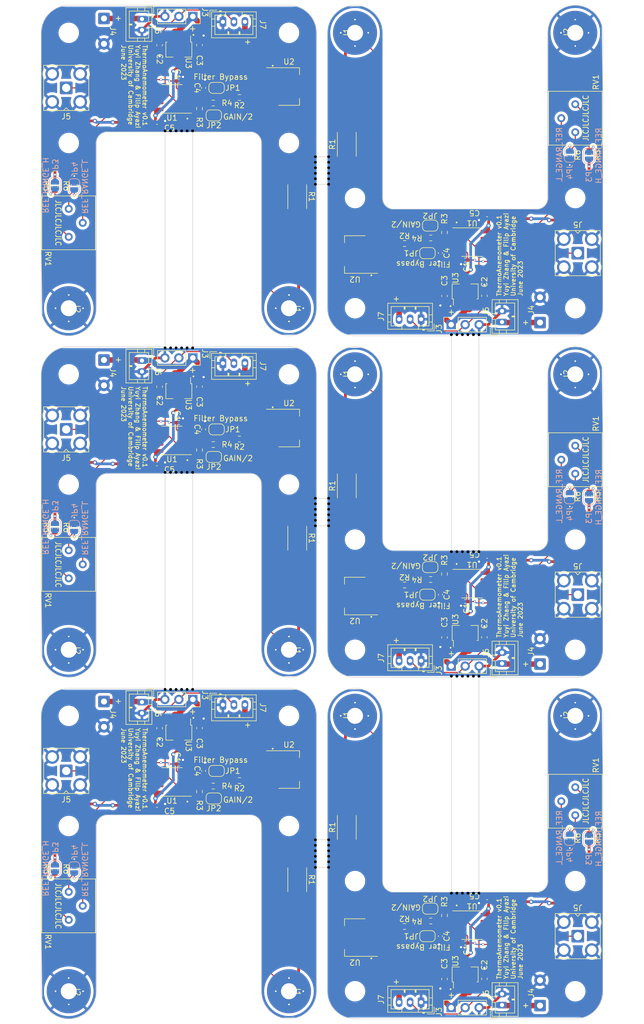
<source format=kicad_pcb>
(kicad_pcb (version 20221018) (generator pcbnew)
  (title_block (title "ThermoAnemometer") (rev "v01") (comment 4 "Author: Filip Ayazi"))
  (layers (0 "F.Cu" signal) (31 "B.Cu" signal) (34 "B.Paste" user) (35 "F.Paste" user) (36 "B.SilkS" user "B.Silkscreen") (37 "F.SilkS" user "F.Silkscreen") (38 "B.Mask" user) (39 "F.Mask" user) (44 "Edge.Cuts" user))
  (net 0 "")
  (net 1 "Board_0-+5V")
  (net 2 "Board_0-+BATT")
  (net 3 "Board_0-GND")
  (net 4 "Board_0-Net-(J1-Pin_1)")
  (net 5 "Board_0-Net-(JP1-A)")
  (net 6 "Board_0-Net-(JP1-B)")
  (net 7 "Board_0-Net-(JP2-A)")
  (net 8 "Board_0-Net-(JP3-A)")
  (net 9 "Board_0-Net-(JP4-B)")
  (net 10 "Board_0-Net-(U1A-+)")
  (net 11 "Board_0-Net-(U2-VO)")
  (net 12 "Board_0-SIGNAL")
  (net 13 "Board_1-+5V")
  (net 14 "Board_1-+BATT")
  (net 15 "Board_1-GND")
  (net 16 "Board_1-Net-(J1-Pin_1)")
  (net 17 "Board_1-Net-(JP1-A)")
  (net 18 "Board_1-Net-(JP1-B)")
  (net 19 "Board_1-Net-(JP2-A)")
  (net 20 "Board_1-Net-(JP3-A)")
  (net 21 "Board_1-Net-(JP4-B)")
  (net 22 "Board_1-Net-(U1A-+)")
  (net 23 "Board_1-Net-(U2-VO)")
  (net 24 "Board_1-SIGNAL")
  (net 25 "Board_2-+5V")
  (net 26 "Board_2-+BATT")
  (net 27 "Board_2-GND")
  (net 28 "Board_2-Net-(J1-Pin_1)")
  (net 29 "Board_2-Net-(JP1-A)")
  (net 30 "Board_2-Net-(JP1-B)")
  (net 31 "Board_2-Net-(JP2-A)")
  (net 32 "Board_2-Net-(JP3-A)")
  (net 33 "Board_2-Net-(JP4-B)")
  (net 34 "Board_2-Net-(U1A-+)")
  (net 35 "Board_2-Net-(U2-VO)")
  (net 36 "Board_2-SIGNAL")
  (net 37 "Board_3-+5V")
  (net 38 "Board_3-+BATT")
  (net 39 "Board_3-GND")
  (net 40 "Board_3-Net-(J1-Pin_1)")
  (net 41 "Board_3-Net-(JP1-A)")
  (net 42 "Board_3-Net-(JP1-B)")
  (net 43 "Board_3-Net-(JP2-A)")
  (net 44 "Board_3-Net-(JP3-A)")
  (net 45 "Board_3-Net-(JP4-B)")
  (net 46 "Board_3-Net-(U1A-+)")
  (net 47 "Board_3-Net-(U2-VO)")
  (net 48 "Board_3-SIGNAL")
  (net 49 "Board_4-+5V")
  (net 50 "Board_4-+BATT")
  (net 51 "Board_4-GND")
  (net 52 "Board_4-Net-(J1-Pin_1)")
  (net 53 "Board_4-Net-(JP1-A)")
  (net 54 "Board_4-Net-(JP1-B)")
  (net 55 "Board_4-Net-(JP2-A)")
  (net 56 "Board_4-Net-(JP3-A)")
  (net 57 "Board_4-Net-(JP4-B)")
  (net 58 "Board_4-Net-(U1A-+)")
  (net 59 "Board_4-Net-(U2-VO)")
  (net 60 "Board_4-SIGNAL")
  (net 61 "Board_5-+5V")
  (net 62 "Board_5-+BATT")
  (net 63 "Board_5-GND")
  (net 64 "Board_5-Net-(J1-Pin_1)")
  (net 65 "Board_5-Net-(JP1-A)")
  (net 66 "Board_5-Net-(JP1-B)")
  (net 67 "Board_5-Net-(JP2-A)")
  (net 68 "Board_5-Net-(JP3-A)")
  (net 69 "Board_5-Net-(JP4-B)")
  (net 70 "Board_5-Net-(U1A-+)")
  (net 71 "Board_5-Net-(U2-VO)")
  (net 72 "Board_5-SIGNAL")
  (footprint "Connector_Coaxial:SMA_Amphenol_901-143_Horizontal" (layer "F.Cu") (at 58.54 97 90)
    (fp_text reference "J5")
    (fp_text value "SMA")
  )
  (footprint "MountingHole:MountingHole_3.2mm_M3" (layer "F.Cu") (at 59 45 -90)
    (fp_text reference "H4" hide)
    (fp_text value "MountingHole")
  )
  (footprint "Library:m2.5_pad" (layer "F.Cu") (at 151 87 90)
    (fp_text reference "J2")
    (fp_text value "wire-")
  )
  (footprint "Resistor_SMD:R_2512_6332Metric" (layer "F.Cu") (at 109.5 45.25 90)
    (fp_text reference "R1")
    (fp_text value "5.1")
  )
  (footprint "Library:m2.5_pad" (layer "F.Cu") (at 111 149 90)
    (fp_text reference "J1")
    (fp_text value "wire+")
  )
  (footprint "Potentiometer_THT:Potentiometer_Bourns_3386P_Vertical" (layer "F.Cu") (at 59 62.04)
    (fp_text reference "RV1")
    (fp_text value "10k")
  )
  (footprint "Capacitor_SMD:C_0402_1005Metric" (layer "F.Cu") (at 130.98 128.25 180)
    (fp_text reference "C1")
    (fp_text value "470nF" hide)
  )
  (footprint "MountingHole:MountingHole_3.2mm_M3" (layer "F.Cu") (at 151 137 90)
    (fp_text reference "H1" hide)
    (fp_text value "MountingHole")
  )
  (footprint "NPTH" (layer "F.Cu") (at 133.5 119.2)
    (fp_text reference "REF**" hide)
    (fp_text value "NPTH" hide)
  )
  (footprint "Package_SO:SOP-8_3.76x4.96mm_P1.27mm" (layer "F.Cu") (at 77.75 161 180)
    (fp_text reference "U1")
    (fp_text value "LM358")
  )
  (footprint "NPTH" (layer "F.Cu") (at 79.5 144.2)
    (fp_text reference "REF**" hide)
    (fp_text value "NPTH" hide)
  )
  (footprint "Jumper:SolderJumper-2_P1.3mm_Open_RoundedPad1.0x1.5mm" (layer "F.Cu") (at 124.65 184)
    (fp_text reference "JP2")
    (fp_text value "GAIN/2")
  )
  (footprint "NPTH" (layer "F.Cu") (at 106.2 175.5)
    (fp_text reference "REF**" hide)
    (fp_text value "NPTH" hide)
  )
  (footprint "Library:m2.5_pad" (layer "F.Cu") (at 59 75 -90)
    (fp_text reference "J2")
    (fp_text value "wire-")
  )
  (footprint "Capacitor_SMD:C_0603_1608Metric" (layer "F.Cu") (at 134.5 134.75 90)
    (fp_text reference "C2")
    (fp_text value "1uF")
  )
  (footprint "MountingHole:MountingHole_3.2mm_M3" (layer "F.Cu") (at 99 169 -90)
    (fp_text reference "H3" hide)
    (fp_text value "MountingHole")
  )
  (footprint "NPTH" (layer "F.Cu") (at 128.5 141.8)
    (fp_text reference "REF**" hide)
    (fp_text value "NPTH" hide)
  )
  (footprint "Resistor_SMD:R_0603_1608Metric" (layer "F.Cu") (at 124.75 62.25 180)
    (fp_text reference "R4")
    (fp_text value "47k")
  )
  (footprint "NPTH" (layer "F.Cu") (at 132.5 141.8)
    (fp_text reference "REF**" hide)
    (fp_text value "NPTH" hide)
  )
  (footprint "Package_TO_SOT_SMD:SOT-223" (layer "F.Cu") (at 111 189.25 180)
    (fp_text reference "U2")
    (fp_text value "LM317_TO-220")
  )
  (footprint "NPTH" (layer "F.Cu") (at 79.5 42.8)
    (fp_text reference "REF**" hide)
    (fp_text value "NPTH" hide)
  )
  (footprint "NPTH" (layer "F.Cu") (at 103.8 110.5)
    (fp_text reference "REF**" hide)
    (fp_text value "NPTH" hide)
  )
  (footprint "Resistor_SMD:R_0603_1608Metric" (layer "F.Cu") (at 82.75 162.75 -90)
    (fp_text reference "R3")
    (fp_text value "47k")
  )
  (footprint "Package_SO:SOP-8_3.76x4.96mm_P1.27mm" (layer "F.Cu") (at 77.75 99 180)
    (fp_text reference "U1")
    (fp_text value "LM358")
  )
  (footprint "Connector_Wire:SolderWire-0.5sqmm_1x02_P4.6mm_D0.9mm_OD2.1mm" (layer "F.Cu") (at 144.6 77.600001 90)
    (fp_text reference "J4")
    (fp_text value "PWR")
  )
  (footprint "Resistor_SMD:R_0603_1608Metric" (layer "F.Cu") (at 85.25 161.75)
    (fp_text reference "R4")
    (fp_text value "47k")
  )
  (footprint "Package_TO_SOT_SMD:SOT-89-3" (layer "F.Cu") (at 79 89.75 -90)
    (fp_text reference "U3")
    (fp_text value "AZ1117-5.0")
  )
  (footprint "NPTH" (layer "F.Cu") (at 130.5 141.8)
    (fp_text reference "REF**" hide)
    (fp_text value "NPTH" hide)
  )
  (footprint "Resistor_SMD:R_0603_1608Metric" (layer "F.Cu") (at 60 114.79 90)
    (fp_text reference "R6")
    (fp_text value "12k")
  )
  (footprint "Resistor_SMD:R_0603_1608Metric" (layer "F.Cu") (at 82.75 38.75 -90)
    (fp_text reference "R3")
    (fp_text value "47k")
  )
  (footprint "NPTH" (layer "F.Cu") (at 76.5 82.2)
    (fp_text reference "REF**" hide)
    (fp_text value "NPTH" hide)
  )
  (footprint "MountingHole:MountingHole_3.2mm_M3" (layer "F.Cu") (at 111 179 90)
    (fp_text reference "H3" hide)
    (fp_text value "MountingHole")
  )
  (footprint "NPTH" (layer "F.Cu") (at 129.5 181.2)
    (fp_text reference "REF**" hide)
    (fp_text value "NPTH" hide)
  )
  (footprint "Resistor_SMD:R_0603_1608Metric" (layer "F.Cu") (at 56.5 114.79 -90)
    (fp_text reference "R5")
    (fp_text value "10k")
  )
  (footprint "Resistor_SMD:R_0603_1608Metric" (layer "F.Cu") (at 150 171.21 -90)
    (fp_text reference "R6")
    (fp_text value "12k")
  )
  (footprint "Package_TO_SOT_SMD:SOT-89-3" (layer "F.Cu") (at 79 27.75 -90)
    (fp_text reference "U3")
    (fp_text value "AZ1117-5.0")
  )
  (footprint "NPTH" (layer "F.Cu") (at 129.5 79.8)
    (fp_text reference "REF**" hide)
    (fp_text value "NPTH" hide)
  )
  (footprint "MountingHole:MountingHole_3.2mm_M3" (layer "F.Cu") (at 111 117 90)
    (fp_text reference "H3" hide)
    (fp_text value "MountingHole")
  )
  (footprint "Capacitor_SMD:C_0402_1005Metric" (layer "F.Cu") (at 126.5 127 -90)
    (fp_text reference "C4")
    (fp_text value "470nF")
  )
  (footprint "MountingHole:MountingHole_3.2mm_M3" (layer "F.Cu") (at 151 199 90)
    (fp_text reference "H1" hide)
    (fp_text value "MountingHole")
  )
  (footprint "NPTH" (layer "F.Cu") (at 128.5 79.8)
    (fp_text reference "REF**" hide)
    (fp_text value "NPTH" hide)
  )
  (footprint "NPTH" (layer "F.Cu") (at 106.2 109.5)
    (fp_text reference "REF**" hide)
    (fp_text value "NPTH" hide)
  )
  (footprint "MountingHole:MountingHole_3.2mm_M3" (layer "F.Cu") (at 59 107 -90)
    (fp_text reference "H4" hide)
    (fp_text value "MountingHole")
  )
  (footprint "Package_TO_SOT_SMD:SOT-89-3" (layer "F.Cu") (at 131 72.25 90)
    (fp_text reference "U3")
    (fp_text value "AZ1117-5.0")
  )
  (footprint "NPTH" (layer "F.Cu") (at 103.8 109.5)
    (fp_text reference "REF**" hide)
    (fp_text value "NPTH" hide)
  )
  (footprint "Connector_PinSocket_2.54mm:PinSocket_1x03_P2.54mm_Vertical" (layer "F.Cu") (at 81.54 146.025 -90)
    (fp_text reference "J3")
    (fp_text value "HEADER")
  )
  (footprint "Jumper:SolderJumper-2_P1.3mm_Open_RoundedPad1.0x1.5mm" (layer "F.Cu") (at 85.35 40 180)
    (fp_text reference "JP2")
    (fp_text value "GAIN/2")
  )
  (footprint "Capacitor_SMD:C_0603_1608Metric" (layer "F.Cu") (at 127.25 72.775 -90)
    (fp_text reference "C3")
    (fp_text value "1uF")
  )
  (footprint "Package_TO_SOT_SMD:SOT-89-3" (layer "F.Cu") (at 131 196.25 90)
    (fp_text reference "U3")
    (fp_text value "AZ1117-5.0")
  )
  (footprint "MountingHole:MountingHole_3.2mm_M3" (layer "F.Cu") (at 151 75 90)
    (fp_text reference "H1" hide)
    (fp_text value "MountingHole")
  )
  (footprint "Resistor_SMD:R_2512_6332Metric" (layer "F.Cu") (at 109.5 169.25 90)
    (fp_text reference "R1")
    (fp_text value "5.1")
  )
  (footprint "NPTH" (layer "F.Cu") (at 103.8 174.5)
    (fp_text reference "REF**" hide)
    (fp_text value "NPTH" hide)
  )
  (footprint "NPTH" (layer "F.Cu") (at 106.2 112.5)
    (fp_text reference "REF**" hide)
    (fp_text value "NPTH" hide)
  )
  (footprint "Jumper:SolderJumper-2_P1.3mm_Bridged_RoundedPad1.0x1.5mm" (layer "F.Cu") (at 85.85 35)
    (fp_text reference "JP1")
    (fp_text value "Filter Bypass")
  )
  (footprint "Connector_PinSocket_2.54mm:PinSocket_1x03_P2.54mm_Vertical" (layer "F.Cu") (at 128.46 139.975 90)
    (fp_text reference "J3")
    (fp_text value "HEADER")
  )
  (footprint "Resistor_SMD:R_0603_1608Metric" (layer "F.Cu") (at 127.25 123.25 90)
    (fp_text reference "R3")
    (fp_text value "47k")
  )
  (footprint "Resistor_SMD:R_0603_1608Metric" (layer "F.Cu") (at 90 98.75 180)
    (fp_text reference "R2")
    (fp_text value "1K")
  )
  (footprint "NPTH" (layer "F.Cu") (at 131.5 119.2)
    (fp_text reference "REF**" hide)
    (fp_text value "NPTH" hide)
  )
  (footprint "Resistor_SMD:R_0603_1608Metric" (layer "F.Cu") (at 127.25 185.25 90)
    (fp_text reference "R3")
    (fp_text value "47k")
  )
  (footprint "MountingHole:MountingHole_3.2mm_M3" (layer "F.Cu") (at 99 107 -90)
    (fp_text reference "H3" hide)
    (fp_text value "MountingHole")
  )
  (footprint "Resistor_SMD:R_0603_1608Metric" (layer "F.Cu") (at 90 160.75 180)
    (fp_text reference "R2")
    (fp_text value "1K")
  )
  (footprint "NPTH" (layer "F.Cu") (at 130.5 79.8)
    (fp_text reference "REF**" hide)
    (fp_text value "NPTH" hide)
  )
  (footprint "Capacitor_SMD:C_0402_1005Metric" (layer "F.Cu") (at 130.98 66.25 180)
    (fp_text reference "C1")
    (fp_text value "470nF" hide)
  )
  (footprint "Potentiometer_THT:Potentiometer_Bourns_3386P_Vertical" (layer "F.Cu") (at 151 99.96 180)
    (fp_text reference "RV1")
    (fp_text value "10k")
  )
  (footprint "Capacitor_SMD:C_0603_1608Metric" (layer "F.Cu") (at 134.5 72.75 90)
    (fp_text reference "C2")
    (fp_text value "1uF")
  )
  (footprint "Package_TO_SOT_SMD:SOT-89-3" (layer "F.Cu") (at 131 134.25 90)
    (fp_text reference "U3")
    (fp_text value "AZ1117-5.0")
  )
  (footprint "NPTH" (layer "F.Cu") (at 81.5 144.2)
    (fp_text reference "REF**" hide)
    (fp_text value "NPTH" hide)
  )
  (footprint "NPTH" (layer "F.Cu") (at 130.5 119.2)
    (fp_text reference "REF**" hide)
    (fp_text value "NPTH" hide)
  )
  (footprint "Resistor_SMD:R_0603_1608Metric" (layer "F.Cu") (at 120 125.25)
    (fp_text reference "R2")
    (fp_text value "1K")
  )
  (footprint "Jumper:SolderJumper-2_P1.3mm_Bridged_RoundedPad1.0x1.5mm" (layer "F.Cu") (at 85.85 159)
    (fp_text reference "JP1")
    (fp_text value "Filter Bypass")
  )
  (footprint "Connector_Coaxial:SMA_Amphenol_901-143_Horizontal" (layer "F.Cu") (at 151.46 65 -90)
    (fp_text reference "J5")
    (fp_text value "SMA")
  )
  (footprint "Resistor_SMD:R_0603_1608Metric" (layer "F.Cu") (at 124.75 124.25 180)
    (fp_text reference "R4")
    (fp_text value "47k")
  )
  (footprint "Jumper:SolderJumper-2_P1.3mm_Bridged_RoundedPad1.0x1.5mm" (layer "F.Cu") (at 124.15 65 180)
    (fp_text reference "JP1")
    (fp_text value "Filter Bypass")
  )
  (footprint "Capacitor_SMD:C_0402_1005Metric" (layer "F.Cu") (at 79.02 95.75)
    (fp_text reference "C1")
    (fp_text value "470nF" hide)
  )
  (footprint "NPTH" (layer "F.Cu") (at 78.5 144.2)
    (fp_text reference "REF**" hide)
    (fp_text value "NPTH" hide)
  )
  (footprint "Library:m2.5_pad" (layer "F.Cu") (at 151 25 90)
    (fp_text reference "J2")
    (fp_text value "wire-")
  )
  (footprint "Resistor_SMD:R_0603_1608Metric" (layer "F.Cu") (at 124.75 186.25 180)
    (fp_text reference "R4")
    (fp_text value "47k")
  )
  (footprint "NPTH" (layer "F.Cu") (at 106.2 114.5)
    (fp_text reference "REF**" hide)
    (fp_text value "NPTH" hide)
  )
  (footprint "MountingHole:MountingHole_3.2mm_M3" (layer "F.Cu") (at 111 55 90)
    (fp_text reference "H3" hide)
    (fp_text value "MountingHole")
  )
  (footprint "Connector_JST:JST_PH_B2B-PH-K_1x02_P2.00mm_Vertical" (layer "F.Cu") (at 137.7 77.5 90)
    (fp_text reference "J6")
    (fp_text value "PWR")
  )
  (footprint "NPTH" (layer "F.Cu") (at 80.5 104.8)
    (fp_text reference "REF**" hide)
    (fp_text value "NPTH" hide)
  )
  (footprint "Connector_JST:JST_PH_B3B-PH-K_1x03_P2.00mm_Vertical" (layer "F.Cu") (at 123 201 180)
    (fp_text reference "J7")
    (fp_text value "JST3")
  )
  (footprint "Capacitor_SMD:C_0402_1005Metric" (layer "F.Cu") (at 134.98 182.75 180)
    (fp_text reference "C5")
    (fp_text value "1nF")
  )
  (footprint "NPTH" (layer "F.Cu") (at 81.5 82.2)
    (fp_text reference "REF**" hide)
    (fp_text value "NPTH" hide)
  )
  (footprint "NPTH" (layer "F.Cu") (at 106.2 51.5)
    (fp_text reference "REF**" hide)
    (fp_text value "NPTH" hide)
  )
  (footprint "Library:m2.5_pad" (layer "F.Cu") (at 111 87 90)
    (fp_text reference "J1")
    (fp_text value "wire+")
  )
  (footprint "Package_SO:SOP-8_3.76x4.96mm_P1.27mm" (layer "F.Cu") (at 77.75 37 180)
    (fp_text reference "U1")
    (fp_text value "LM358")
  )
  (footprint "MountingHole:MountingHole_3.2mm_M3" (layer "F.Cu") (at 151 179 90)
    (fp_text reference "H4" hide)
    (fp_text value "MountingHole")
  )
  (footprint "MountingHole:MountingHole_3.2mm_M3" (layer "F.Cu") (at 59 169 -90)
    (fp_text reference "H4" hide)
    (fp_text value "MountingHole")
  )
  (footprint "Resistor_SMD:R_2512_6332Metric" (layer "F.Cu") (at 109.5 107.25 90)
    (fp_text reference "R1")
    (fp_text value "5.1")
  )
  (footprint "NPTH" (layer "F.Cu") (at 103.8 112.5)
    (fp_text reference "REF**" hide)
    (fp_text value "NPTH" hide)
  )
  (footprint "Package_SO:SOP-8_3.76x4.96mm_P1.27mm" (layer "F.Cu") (at 132.25 125)
    (fp_text reference "U1")
    (fp_text value "LM358")
  )
  (footprint "NPTH" (layer "F.Cu") (at 131.5 141.8)
    (fp_text reference "REF**" hide)
    (fp_text value "NPTH" hide)
  )
  (footprint "NPTH" (layer "F.Cu") (at 103.8 113.5)
    (fp_text reference "REF**" hide)
    (fp_text value "NPTH" hide)
  )
  (footprint "Connector_JST:JST_PH_B2B-PH-K_1x02_P2.00mm_Vertical" (layer "F.Cu") (at 137.7 201.5 90)
    (fp_text reference "J6")
    (fp_text value "PWR")
  )
  (footprint "NPTH" (layer "F.Cu") (at 128.5 119.2)
    (fp_text reference "REF**" hide)
    (fp_text value "NPTH" hide)
  )
  (footprint "Package_TO_SOT_SMD:SOT-223" (layer "F.Cu") (at 111 127.25 180)
    (fp_text reference "U2")
    (fp_text value "LM317_TO-220")
  )
  (footprint "NPTH" (layer "F.Cu") (at 106.2 49.5)
    (fp_text reference "REF**" hide)
    (fp_text value "NPTH" hide)
  )
  (footprint "Capacitor_SMD:C_0603_1608Metric" (layer "F.Cu") (at 134.5 196.75 90)
    (fp_text reference "C2")
    (fp_text value "1uF")
  )
  (footprint "Resistor_SMD:R_0603_1608Metric" (layer "F.Cu") (at 85.25 37.75)
    (fp_text reference "R4")
    (fp_text value "47k")
  )
  (footprint "NPTH" (layer "F.Cu") (at 77.5 144.2)
    (fp_text reference "REF**" hide)
    (fp_text value "NPTH" hide)
  )
  (footprint "Connector_JST:JST_PH_B3B-PH-K_1x03_P2.00mm_Vertical" (layer "F.Cu") (at 123 77 180)
    (fp_text reference "J7")
    (fp_text value "JST3")
  )
  (footprint "MountingHole:MountingHole_3.2mm_M3" (layer "F.Cu") (at 99 149 -90)
    (fp_text reference "H2" hide)
    (fp_text value "MountingHole")
  )
  (footprint "Resistor_SMD:R_0603_1608Metric" (layer "F.Cu") (at 150 109.21 -90)
    (fp_text reference "R6")
    (fp_text value "12k")
  )
  (footprint "NPTH" (layer "F.Cu") (at 103.8 51.5)
    (fp_text reference "REF**" hide)
    (fp_text value "NPTH" hide)
  )
  (footprint "Library:m2.5_pad" (layer "F.Cu") (at 59 137 -90)
    (fp_text reference "J2")
    (fp_text value "wire-")
  )
  (footprint "NPTH" (layer "F.Cu") (at 106.2 110.5)
    (fp_text reference "REF**" hide)
    (fp_text value "NPTH" hide)
  )
  (footprint "NPTH" (layer "F.Cu") (at 106.2 111.5)
    (fp_text reference "REF**" hide)
    (fp_text value "NPTH" hide)
  )
  (footprint "Resistor_SMD:R_0603_1608Metric" (layer "F.Cu") (at 56.5 176.79 -90)
    (fp_text reference "R5")
    (fp_text value "10k")
  )
  (footprint "MountingHole:MountingHole_3.2mm_M3" (layer "F.Cu") (at 59 25 -90)
    (fp_text reference "H1" hide)
    (fp_text value "MountingHole")
  )
  (footprint "Capacitor_SMD:C_0402_1005Metric" (layer "F.Cu") (at 83.5 97 90)
    (fp_text reference "C4")
    (fp_text value "470nF")
  )
  (footprint "Capacitor_SMD:C_0402_1005Metric" (layer "F.Cu") (at 126.5 189 -90)
    (fp_text reference "C4")
    (fp_text value "470nF")
  )
  (footprint "MountingHole:MountingHole_3.2mm_M3" (layer "F.Cu") (at 99 25 -90)
    (fp_text reference "H2" hide)
    (fp_text value "MountingHole")
  )
  (footprint "Connector_PinSocket_2.54mm:PinSocket_1x03_P2.54mm_Vertical" (layer "F.Cu") (at 81.54 22.025 -90)
    (fp_text reference "J3")
    (fp_text value "HEADER")
  )
  (footprint "NPTH" (layer "F.Cu") (at 103.8 50.5)
    (fp_text reference "REF**" hide)
    (fp_text value "NPTH" hide)
  )
  (footprint "Library:m2.5_pad" (layer "F.Cu") (at 99 137 -90)
    (fp_text reference "J1")
    (fp_text value "wire+")
  )
  (footprint "Package_SO:SOP-8_3.76x4.96mm_P1.27mm" (layer "F.Cu") (at 132.25 187)
    (fp_text reference "U1")
    (fp_text value "LM358")
  )
  (footprint "Connector_JST:JST_PH_B2B-PH-K_1x02_P2.00mm_Vertical" (layer "F.Cu") (at 137.7 139.5 90)
    (fp_text reference "J6")
    (fp_text value "PWR")
  )
  (footprint "Connector_Wire:SolderWire-0.5sqmm_1x02_P4.6mm_D0.9mm_OD2.1mm" (layer "F.Cu") (at 144.6 139.600001 90)
    (fp_text reference "J4")
    (fp_text value "PWR")
  )
  (footprint "Resistor_SMD:R_0603_1608Metric" (layer "F.Cu") (at 60 52.79 90)
    (fp_text reference "R6")
    (fp_text value "12k")
  )
  (footprint "NPTH" (layer "F.Cu") (at 80.5 144.2)
    (fp_text reference "REF**" hide)
    (fp_text value "NPTH" hide)
  )
  (footprint "Library:m2.5_pad" (layer "F.Cu") (at 111 25 90)
    (fp_text reference "J1")
    (fp_text value "wire+")
  )
  (footprint "MountingHole:MountingHole_3.2mm_M3" (layer "F.Cu") (at 111 199 90)
    (fp_text reference "H2" hide)
    (fp_text value "MountingHole")
  )
  (footprint "NPTH" (layer "F.Cu") (at 132.5 79.8)
    (fp_text reference "REF**" hide)
    (fp_text value "NPTH" hide)
  )
  (footprint "Capacitor_SMD:C_0402_1005Metric" (layer "F.Cu") (at 75.02 165.25)
    (fp_text reference "C5")
    (fp_text value "1nF")
  )
  (footprint "Connector_JST:JST_PH_B3B-PH-K_1x03_P2.00mm_Vertical" (layer "F.Cu") (at 87 85)
    (fp_text reference "J7")
    (fp_text value "JST3")
  )
  (footprint "NPTH" (layer "F.Cu") (at 106.2 47.5)
    (fp_text reference "REF**" hide)
    (fp_text value "NPTH" hide)
  )
  (footprint "NPTH" (layer "F.Cu") (at 103.8 52.5)
    (fp_text reference "REF**" hide)
    (fp_text value "NPTH" hide)
  )
  (footprint "MountingHole:MountingHole_3.2mm_M3" (layer "F.Cu") (at 111 137 90)
    (fp_text reference "H2" hide)
    (fp_text value "MountingHole")
  )
  (footprint "Jumper:SolderJumper-2_P1.3mm_Open_RoundedPad1.0x1.5mm" (layer "F.Cu") (at 124.65 60)
    (fp_text reference "JP2")
    (fp_text value "GAIN/2")
  )
  (footprint "NPTH" (layer "F.Cu") (at 106.2 52.5)
    (fp_text reference "REF**" hide)
    (fp_text value "NPTH" hide)
  )
  (footprint "Capacitor_SMD:C_0603_1608Metric" (layer "F.Cu") (at 82.75 89.225 90)
    (fp_text reference "C3")
    (fp_text value "1uF")
  )
  (footprint "Resistor_SMD:R_2512_6332Metric" (layer "F.Cu") (at 100.5 54.75 -90)
    (fp_text reference "R1")
    (fp_text value "5.1")
  )
  (footprint "NPTH" (layer "F.Cu") (at 79.5 104.8)
    (fp_text reference "REF**" hide)
    (fp_text value "NPTH" hide)
  )
  (footprint "Resistor_SMD:R_0603_1608Metric" (layer "F.Cu") (at 153.5 171.21 90)
    (fp_text reference "R5")
    (fp_text value "10k")
  )
  (footprint "Capacitor_SMD:C_0402_1005Metric" (layer "F.Cu") (at 126.5 65 -90)
    (fp_text reference "C4")
    (fp_text value "470nF")
  )
  (footprint "NPTH" (layer "F.Cu") (at 106.2 174.5)
    (fp_text reference "REF**" hide)
    (fp_text value "NPTH" hide)
  )
  (footprint "MountingHole:MountingHole_3.2mm_M3" (layer "F.Cu") (at 59 87 -90)
    (fp_text reference "H1" hide)
    (fp_text value "MountingHole")
  )
  (footprint "Resistor_SMD:R_0603_1608Metric" (layer "F.Cu") (at 90 36.75 180)
    (fp_text reference "R2")
    (fp_text value "1K")
  )
  (footprint "NPTH" (layer "F.Cu") (at 103.8 171.5)
    (fp_text reference "REF**" hide)
    (fp_text value "NPTH" hide)
  )
  (footprint "NPTH" (layer "F.Cu") (at 79.5 82.2)
    (fp_text reference "REF**" hide)
    (fp_text value "NPTH" hide)
  )
  (footprint "Jumper:SolderJumper-2_P1.3mm_Open_RoundedPad1.0x1.5mm" (layer "F.Cu") (at 124.65 122)
    (fp_text reference "JP2")
    (fp_text value "GAIN/2")
  )
  (footprint "Connector_JST:JST_PH_B2B-PH-K_1x02_P2.00mm_Vertical" (layer "F.Cu") (at 72.3 84.5 -90)
    (fp_text reference "J6")
    (fp_text value "PWR")
  )
  (footprint "Capacitor_SMD:C_0402_1005Metric" (layer "F.Cu") (at 75.02 41.25)
    (fp_text reference "C5")
    (fp_text value "1nF")
  )
  (footprint "MountingHole:MountingHole_3.2mm_M3" (layer "F.Cu") (at 151 55 90)
    (fp_text reference "H4" hide)
    (fp_text value "MountingHole")
  )
  (footprint "Connector_Wire:SolderWire-0.5sqmm_1x02_P4.6mm_D0.9mm_OD2.1mm" (layer "F.Cu") (at 65.4 146.399999 -90)
    (fp_text reference "J4")
    (fp_text value "PWR")
  )
  (footprint "Resistor_SMD:R_0603_1608Metric" (layer "F.Cu") (at 82.75 100.75 -90)
    (fp_text reference "R3")
    (fp_text value "47k")
  )
  (footprint "NPTH" (layer "F.Cu") (at 103.8 176.5)
    (fp_text reference "REF**" hide)
    (fp_text value "NPTH" hide)
  )
  (footprint "Connector_PinSocket_2.54mm:PinSocket_1x03_P2.54mm_Vertical" (layer "F.Cu") (at 128.46 201.975 90)
    (fp_text reference "J3")
    (fp_text value "HEADER")
  )
  (footprint "NPTH" (layer "F.Cu") (at 103.8 114.5)
    (fp_text reference "REF**" hide)
    (fp_text value "NPTH" hide)
  )
  (footprint "Library:m2.5_pad" (layer "F.Cu") (at 151 149 90)
    (fp_text reference "J2")
    (fp_text value "wire-")
  )
  (footprint "Capacitor_SMD:C_0402_1005Metric" (layer "F.Cu") (at 83.5 159 90)
    (fp_text reference "C4")
    (fp_text value "470nF")
  )
  (footprint "NPTH" (layer "F.Cu") (at 106.2 50.5)
    (fp_text reference "REF**" hide)
    (fp_text value "NPTH" hide)
  )
  (footprint "Package_TO_SOT_SMD:SOT-223" (layer "F.Cu") (at 99 158.75)
    (fp_text reference "U2")
    (fp_text value "LM317_TO-220")
  )
  (footprint "Resistor_SMD:R_0603_1608Metric" (layer "F.Cu") (at 60 176.79 90)
    (fp_text reference "R6")
    (fp_text value "12k")
  )
  (footprint "NPTH" (layer "F.Cu") (at 76.5 42.8)
    (fp_text reference "REF**" hide)
    (fp_text value "NPTH" hide)
  )
  (footprint "NPTH" (layer "F.Cu") (at 133.5 181.2)
    (fp_text reference "REF**" hide)
    (fp_text value "NPTH" hide)
  )
  (footprint "Resistor_SMD:R_0603_1608Metric" (layer "F.Cu") (at 127.25 61.25 90)
    (fp_text reference "R3")
    (fp_text value "47k")
  )
  (footprint "Capacitor_SMD:C_0603_1608Metric" (layer "F.Cu") (at 75.5 151.25 -90)
    (fp_text reference "C2")
    (fp_text value "1uF")
  )
  (footprint "Resistor_SMD:R_2512_6332Metric" (layer "F.Cu") (at 100.5 116.75 -90)
    (fp_text reference "R1")
    (fp_text value "5.1")
  )
  (footprint "Resistor_SMD:R_0603_1608Metric" (layer "F.Cu") (at 120 187.25)
    (fp_text reference "R2")
    (fp_text value "1K")
  )
  (footprint "Connector_JST:JST_PH_B3B-PH-K_1x03_P2.00mm_Vertical" (layer "F.Cu") (at 87 23)
    (fp_text reference "J7")
    (fp_text value "JST3")
  )
  (footprint "NPTH" (layer "F.Cu") (at 77.5 42.8)
    (fp_text reference "REF**" hide)
    (fp_text value "NPTH" hide)
  )
  (footprint "Resistor_SMD:R_0603_1608Metric" (layer "F.Cu") (at 153.5 109.21 90)
    (fp_text reference "R5")
    (fp_text value "10k")
  )
  (footprint "Resistor_SMD:R_0603_1608Metric" (layer "F.Cu") (at 153.5 47.21 90)
    (fp_text reference "R5")
    (fp_text value "10k")
  )
  (footprint "NPTH" (layer "F.Cu") (at 103.8 173.5)
    (fp_text reference "REF**" hide)
    (fp_text value "NPTH" hide)
  )
  (footprint "NPTH" (layer "F.Cu") (at 130.5 181.2)
    (fp_text reference "REF**" hide)
    (fp_text value "NPTH" hide)
  )
  (footprint "Jumper:SolderJumper-2_P1.3mm_Open_RoundedPad1.0x1.5mm" (layer "F.Cu") (at 85.35 102 180)
    (fp_text reference "JP2")
    (fp_text value "GAIN/2")
  )
  (footprint "MountingHole:MountingHole_3.2mm_M3" (layer "F.Cu") (at 99 87 -90)
    (fp_text reference "H2" hide)
    (fp_text value "MountingHole")
  )
  (footprint "NPTH" (layer "F.Cu") (at 129.5 119.2)
    (fp_text reference "REF**" hide)
    (fp_text value "NPTH" hide)
  )
  (footprint "NPTH" (layer "F.Cu") (at 129.5 141.8)
    (fp_text reference "REF**" hide)
    (fp_text value "NPTH" hide)
  )
  (footprint "Capacitor_SMD:C_0603_1608Metric" (layer "F.Cu") (at 82.75 27.225 90)
    (fp_text reference "C3")
    (fp_text value "1uF")
  )
  (footprint "Potentiometer_THT:Potentiometer_Bourns_3386P_Vertical" (layer "F.Cu") (at 151 161.96 180)
    (fp_text reference "RV1")
    (fp_text value "10k")
  )
  (footprint "NPTH" (layer "F.Cu") (at 132.5 181.2)
    (fp_text reference "REF**" hide)
    (fp_text value "NPTH" hide)
  )
  (footprint "Package_TO_SOT_SMD:SOT-223" (layer "F.Cu") (at 99 34.75)
    (fp_text reference "U2")
    (fp_text value "LM317_TO-220")
  )
  (footprint "Connector_JST:JST_PH_B2B-PH-K_1x02_P2.00mm_Vertical" (layer "F.Cu") (at 72.3 146.5 -90)
    (fp_text reference "J6")
    (fp_text value "PWR")
  )
  (footprint "NPTH" (layer "F.Cu") (at 131.5 79.8)
    (fp_text reference "REF**" hide)
    (fp_text value "NPTH" hide)
  )
  (footprint "Resistor_SMD:R_0603_1608Metric" (layer "F.Cu") (at 85.25 99.75)
    (fp_text reference "R4")
    (fp_text value "47k")
  )
  (footprint "Resistor_SMD:R_0603_1608Metric" (layer "F.Cu") (at 120 63.25)
    (fp_text reference "R2")
    (fp_text value "1K")
  )
  (footprint "NPTH" (layer "F.Cu") (at 78.5 82.2)
    (fp_text reference "REF**" hide)
    (fp_text value "NPTH" hide)
  )
  (footprint "NPTH" (layer "F.Cu") (at 131.5 181.2)
    (fp_text reference "REF**" hide)
    (fp_text value "NPTH" hide)
  )
  (footprint "NPTH" (layer "F.Cu") (at 106.2 172.5)
    (fp_text reference "REF**" hide)
    (fp_text value "NPTH" hide)
  )
  (footprint "NPTH" (layer "F.Cu") (at 133.5 141.8)
    (fp_text reference "REF**" hide)
    (fp_text value "NPTH" hide)
  )
  (footprint "Resistor_SMD:R_0603_1608Metric" (layer "F.Cu") (at 150 47.21 -90)
    (fp_text reference "R6")
    (fp_text value "12k")
  )
  (footprint "Connector_PinSocket_2.54mm:PinSocket_1x03_P2.54mm_Vertical" (layer "F.Cu") (at 128.46 77.975 90)
    (fp_text reference "J3")
    (fp_text value "HEADER")
  )
  (footprint "Library:m2.5_pad" (layer "F.Cu") (at 59 199 -90)
    (fp_text reference "J2")
    (fp_text value "wire-")
  )
  (footprint "Resistor_SMD:R_0603_1608Metric" (layer "F.Cu") (at 56.5 52.79 -90)
    (fp_text reference "R5")
    (fp_text value "10k")
  )
  (footprint "NPTH" (layer "F.Cu") (at 132.5 119.2)
    (fp_text reference "REF**" hide)
    (fp_text value "NPTH" hide)
  )
  (footprint "Connector_Coaxial:SMA_Amphenol_901-143_Horizontal" (layer "F.Cu") (at 151.46 127 -90)
    (fp_text reference "J5")
    (fp_text value "SMA")
  )
  (footprint "Jumper:SolderJumper-2_P1.3mm_Open_RoundedPad1.0x1.5mm" (layer "F.Cu") (at 85.35 164 180)
    (fp_text reference "JP2")
    (fp_text value "GAIN/2")
  )
  (footprint "Connector_Coaxial:SMA_Amphenol_901-143_Horizontal" (layer "F.Cu") (at 58.54 35 90)
    (fp_text reference "J5")
    (fp_text value "SMA")
  )
  (footprint "Capacitor_SMD:C_0603_1608Metric" (layer "F.Cu") (at 127.25 196.775 -90)
    (fp_text reference "C3")
    (fp_text value "1uF")
  )
  (footprint "Capacitor_SMD:C_0402_1005Metric" (layer "F.Cu") (at 75.02 103.25)
    (fp_text reference "C5")
    (fp_text value "1nF")
  )
  (footprint "Connector_Coaxial:SMA_Amphenol_901-143_Horizontal" (layer "F.Cu") (at 58.54 159 90)
    (fp_text reference "J5")
    (fp_text value "SMA")
  )
  (footprint "MountingHole:MountingHole_3.2mm_M3" (layer "F.Cu") (at 151 117 90)
    (fp_text reference "H4" hide)
    (fp_text value "MountingHole")
  )
  (footprint "Resistor_SMD:R_2512_6332Metric" (layer "F.Cu") (at 100.5 178.75 -90)
    (fp_text reference "R1")
    (fp_text value "5.1")
  )
  (footprint "NPTH" (layer "F.Cu") (at 103.8 48.5)
    (fp_text reference "REF**" hide)
    (fp_text value "NPTH" hide)
  )
  (footprint "Capacitor_SMD:C_0603_1608Metric" (layer "F.Cu") (at 127.25 134.775 -90)
    (fp_text reference "C3")
    (fp_text value "1uF")
  )
  (footprint "Connector_PinSocket_2.54mm:PinSocket_1x03_P2.54mm_Vertical" (layer "F.Cu") (at 81.54 84.025 -90)
    (fp_text reference "J3")
    (fp_text value "HEADER")
  )
  (footprint "MountingHole:MountingHole_3.2mm_M3" (layer "F.Cu") (at 59 149 -90)
    (fp_text reference "H1" hide)
    (fp_text value "MountingHole")
  )
  (footprint "Capacitor_SMD:C_0402_1005Metric" (layer "F.Cu") (at 79.02 157.75)
    (fp_text reference "C1")
    (fp_text value "470nF" hide)
  )
  (footprint "Jumper:SolderJumper-2_P1.3mm_Bridged_RoundedPad1.0x1.5mm" (layer "F.Cu") (at 85.85 97)
    (fp_text reference "JP1")
    (fp_text value "Filter Bypass")
  )
  (footprint "Capacitor_SMD:C_0603_1608Metric" (layer "F.Cu") (at 82.75 151.225 90)
    (fp_text reference "C3")
    (fp_text value "1uF")
  )
  (footprint "NPTH" (layer "F.Cu") (at 133.5 79.8)
    (fp_text reference "REF**" hide)
    (fp_text value "NPTH" hide)
  )
  (footprint "MountingHole:MountingHole_3.2mm_M3" (layer "F.Cu") (at 111 75 90)
    (fp_text reference "H2" hide)
    (fp_text value "MountingHole")
  )
  (footprint "Package_SO:SOP-8_3.76x4.96mm_P1.27mm" (layer "F.Cu") (at 132.25 63)
    (fp_text reference "U1")
    (fp_text value "LM358")
  )
  (footprint "NPTH" (layer "F.Cu") (at 106.2 113.5)
    (fp_text reference "REF**" hide)
    (fp_text value "NPTH" hide)
  )
  (footprint "Library:m2.5_pad" (layer "F.Cu") (at 99 75 -90)
    (fp_text reference "J1")
    (fp_text value "wire+")
  )
  (footprint "Capacitor_SMD:C_0603_1608Metric" (layer "F.Cu") (at 75.5 27.25 -90)
    (fp_text reference "C2")
    (fp_text value "1uF")
  )
  (footprint "NPTH" (layer "F.Cu") (at 78.5 42.8)
    (fp_text reference "REF**" hide)
    (fp_text value "NPTH" hide)
  )
  (footprint "NPTH" (layer "F.Cu") (at 103.8 47.5)
    (fp_text reference "REF**" hide)
    (fp_text value "NPTH" hide)
  )
  (footprint "Potentiometer_THT:Potentiometer_Bourns_3386P_Vertical" (layer "F.Cu") (at 151 37.96 180)
    (fp_text reference "RV1")
    (fp_text value "10k")
  )
  (footprint "Connector_JST:JST_PH_B3B-PH-K_1x03_P2.00mm_Vertical" (layer "F.Cu") (at 87 147)
    (fp_text reference "J7")
    (fp_text value "JST3")
  )
  (footprint "Capacitor_SMD:C_0603_1608Metric" (layer "F.Cu") (at 75.5 89.25 -90)
    (fp_text reference "C2")
    (fp_text value "1uF")
  )
  (footprint "NPTH" (layer "F.Cu") (at 106.2 173.5)
    (fp_text reference "REF**" hide)
    (fp_text value "NPTH" hide)
  )
  (footprint "NPTH" (layer "F.Cu") (at 106.2 171.5)
    (fp_text reference "REF**" hide)
    (fp_text value "NPTH" hide)
  )
  (footprint "Capacitor_SMD:C_0402_1005Metric" (layer "F.Cu") (at 134.98 58.75 180)
    (fp_text reference "C5")
    (fp_text value "1nF")
  )
  (footprint "NPTH" (layer "F.Cu") (at 80.5 82.2)
    (fp_text reference "REF**" hide)
    (fp_text value "NPTH" hide)
  )
  (footprint "NPTH" (layer "F.Cu") (at 78.5 104.8)
    (fp_text reference "REF**" hide)
    (fp_text value "NPTH" hide)
  )
  (footprint "NPTH" (layer "F.Cu") (at 80.5 42.8)
    (fp_text reference "REF**" hide)
    (fp_text value "NPTH" hide)
  )
  (footprint "NPTH" (layer "F.Cu") (at 76.5 144.2)
    (fp_text reference "REF**" hide)
    (fp_text value "NPTH" hide)
  )
  (footprint "NPTH" (layer "F.Cu") (at 77.5 104.8)
    (fp_text reference "REF**" hide)
    (fp_text value "NPTH" hide)
  )
  (footprint "Capacitor_SMD:C_0402_1005Metric" (layer "F.Cu") (at 83.5 35 90)
    (fp_text reference "C4")
    (fp_text value "470nF")
  )
  (footprint "NPTH" (layer "F.Cu") (at 106.2 48.5)
    (fp_text reference "REF**" hide)
    (fp_text value "NPTH" hide)
  )
  (footprint "NPTH" (layer "F.Cu") (at 103.8 172.5)
    (fp_text reference "REF**" hide)
    (fp_text value "NPTH" hide)
  )
  (footprint "Jumper:SolderJumper-2_P1.3mm_Bridged_RoundedPad1.0x1.5mm" (layer "F.Cu") (at 124.15 189 180)
    (fp_text reference "JP1")
    (fp_text value "Filter Bypass")
  )
  (footprint "Potentiometer_THT:Potentiometer_Bourns_3386P_Vertical" (layer "F.Cu") (at 59 124.04)
    (fp_text reference "RV1")
    (fp_text value "10k")
  )
  (footprint "Library:m2.5_pad" (layer "F.Cu") (at 99 199 -90)
    (fp_text reference "J1")
    (fp_text value "wire+")
  )
  (footprint "NPTH" (layer "F.Cu") (at 103.8 175.5)
    (fp_text reference "REF**" hide)
    (fp_text value "NPTH" hide)
  )
  (footprint "Connector_Wire:SolderWire-0.5sqmm_1x02_P4.6mm_D0.9mm_OD2.1mm" (layer "F.Cu") (at 65.4 22.399999 -90)
    (fp_text reference "J4")
    (fp_text value "PWR")
  )
  (footprint "NPTH" (layer "F.Cu") (at 81.5 104.8)
    (fp_text reference "REF**" hide)
    (fp_text value "NPTH" hide)
  )
  (footprint "Connector_JST:JST_PH_B2B-PH-K_1x02_P2.00mm_Vertical" (layer "F.Cu") (at 72.3 22.5 -90)
    (fp_text reference "J6")
    (fp_text value "PWR")
  )
  (footprint "Potentiometer_THT:Potentiometer_Bourns_3386P_Vertical" (layer "F.Cu") (at 59 186.04)
    (fp_text reference "RV1")
    (fp_text value "10k")
  )
  (footprint "MountingHole:MountingHole_3.2mm_M3" (layer "F.Cu") (at 99 45 -90)
    (fp_text reference "H3" hide)
    (fp_text value "MountingHole")
  )
  (footprint "Jumper:SolderJumper-2_P1.3mm_Bridged_RoundedPad1.0x1.5mm" (layer "F.Cu") (at 124.15 127 180)
    (fp_text reference "JP1")
    (fp_text value "Filter Bypass")
  )
  (footprint "Package_TO_SOT_SMD:SOT-223" (layer "F.Cu") (at 111 65.25 180)
    (fp_text reference "U2")
    (fp_text value "LM317_TO-220")
  )
  (footprint "Connector_Coaxial:SMA_Amphenol_901-143_Horizontal" (layer "F.Cu") (at 151.46 189 -90)
    (fp_text reference "J5")
    (fp_text value "SMA")
  )
  (footprint "Package_TO_SOT_SMD:SOT-89-3" (layer "F.Cu") (at 79 151.75 -90)
    (fp_text reference "U3")
    (fp_text value "AZ1117-5.0")
  )
  (footprint "Capacitor_SMD:C_0402_1005Metric" (layer "F.Cu") (at 130.98 190.25 180)
    (fp_text reference "C1")
    (fp_text value "470nF" hide)
  )
  (footprint "Connector_Wire:SolderWire-0.5sqmm_1x02_P4.6mm_D0.9mm_OD2.1mm" (layer "F.Cu") (at 65.4 84.399999 -90)
    (fp_text reference "J4")
    (fp_text value "PWR")
  )
  (footprint "NPTH" (layer "F.Cu") (at 103.8 111.5)
    (fp_text reference "REF**" hide)
    (fp_text value "NPTH" hide)
  )
  (footprint "Package_TO_SOT_SMD:SOT-223" (layer "F.Cu") (at 99 96.75)
    (fp_text reference "U2")
    (fp_text value "LM317_TO-220")
  )
  (footprint "Capacitor_SMD:C_0402_1005Metric" (layer "F.Cu") (at 79.02 33.75)
    (fp_text reference "C1")
    (fp_text value "470nF" hide)
  )
  (footprint "NPTH" (layer "F.Cu") (at 81.5 42.8)
    (fp_text reference "REF**" hide)
    (fp_text value "NPTH" hide)
  )
  (footprint "NPTH" (layer "F.Cu") (at 103.8 49.5)
    (fp_text reference "REF**" hide)
    (fp_text value "NPTH" hide)
  )
  (footprint "Connector_JST:JST_PH_B3B-PH-K_1x03_P2.00mm_Vertical" (layer "F.Cu") (at 123 139 180)
    (fp_text reference "J7")
    (fp_text value "JST3")
  )
  (footprint "Capacitor_SMD:C_0402_1005Metric" (layer "F.Cu") (at 134.98 120.75 180)
    (fp_text reference "C5")
    (fp_text value "1nF")
  )
  (footprint "NPTH" (layer "F.Cu") (at 77.5 82.2)
    (fp_text reference "REF**" hide)
    (fp_text value "NPTH" hide)
  )
  (footprint "NPTH" (layer "F.Cu") (at 76.5 104.8)
    (fp_text reference "REF**" hide)
    (fp_text value "NPTH" hide)
  )
  (footprint "Connector_Wire:SolderWire-0.5sqmm_1x02_P4.6mm_D0.9mm_OD2.1mm" (layer "F.Cu") (at 144.6 201.600001 90)
    (fp_text reference "J4")
    (fp_text value "PWR")
  )
  (footprint "NPTH" (layer "F.Cu") (at 128.5 181.2)
    (fp_text reference "REF**" hide)
    (fp_text value "NPTH" hide)
  )
  (footprint "NPTH" (layer "F.Cu") (at 106.2 176.5)
    (fp_text reference "REF**" hide)
    (fp_text value "NPTH" hide)
  )
  (footprint "Jumper:SolderJumper-2_P1.3mm_Open_RoundedPad1.0x1.5mm" (layer "B.Cu") (at 60 176.89 -90)
    (fp_text reference "JP4")
    (fp_text value "REF_RANGE_L")
  )
  (footprint "Jumper:SolderJumper-2_P1.3mm_Open_RoundedPad1.0x1.5mm" (layer "B.Cu") (at 150 47.11 90)
    (fp_text reference "JP4")
    (fp_text value "REF_RANGE_L")
  )
  (footprint "Jumper:SolderJumper-2_P1.3mm_Open_RoundedPad1.0x1.5mm" (layer "B.Cu") (at 153.5 47.31 -90)
    (fp_text reference "JP3")
    (fp_text value "REF_RANGE_H")
  )
  (footprint "Jumper:SolderJumper-2_P1.3mm_Open_RoundedPad1.0x1.5mm" (layer "B.Cu") (at 150 109.11 90)
    (fp_text reference "JP4")
    (fp_text value "REF_RANGE_L")
  )
  (footprint "Jumper:SolderJumper-2_P1.3mm_Open_RoundedPad1.0x1.5mm" (layer "B.Cu") (at 60 114.89 -90)
    (fp_text reference "JP4")
    (fp_text value "REF_RANGE_L")
  )
  (footprint "Jumper:SolderJumper-2_P1.3mm_Open_RoundedPad1.0x1.5mm" (layer "B.Cu") (at 153.5 109.31 -90)
    (fp_text reference "JP3")
    (fp_text value "REF_RANGE_H")
  )
  (footprint "Jumper:SolderJumper-2_P1.3mm_Open_RoundedPad1.0x1.5mm" (layer "B.Cu") (at 153.5 171.31 -90)
    (fp_text reference "JP3")
    (fp_text value "REF_RANGE_H")
  )
  (footprint "Jumper:SolderJumper-2_P1.3mm_Open_RoundedPad1.0x1.5mm" (layer "B.Cu") (at 60 52.89 -90)
    (fp_text reference "JP4")
    (fp_text value "REF_RANGE_L")
  )
  (footprint "Jumper:SolderJumper-2_P1.3mm_Open_RoundedPad1.0x1.5mm" (layer "B.Cu") (at 56.5 114.69 90)
    (fp_text reference "JP3")
    (fp_text value "REF_RANGE_H")
  )
  (footprint "Jumper:SolderJumper-2_P1.3mm_Open_RoundedPad1.0x1.5mm" (layer "B.Cu") (at 56.5 52.69 90)
    (fp_text reference "JP3")
    (fp_text value "REF_RANGE_H")
  )
  (footprint "Jumper:SolderJumper-2_P1.3mm_Open_RoundedPad1.0x1.5mm" (layer "B.Cu") (at 150 171.11 90)
    (fp_text reference "JP4")
    (fp_text value "REF_RANGE_L")
  )
  (footprint "Jumper:SolderJumper-2_P1.3mm_Open_RoundedPad1.0x1.5mm" (layer "B.Cu") (at 56.5 176.69 90)
    (fp_text reference "JP3")
    (fp_text value "REF_RANGE_H")
  )
  (gr_line (start 65.697144 105.023063) (end 65.797663 105.010261) (stroke (width 0.1)) (layer "Edge.Cuts"))
  (gr_line (start 117.597402 118.959059) (end 117.498694 118.936154) (stroke (width 0.1)) (layer "Edge.Cuts"))
  (gr_line (start 64.023063 106.697144) (end 64.04094 106.597402) (stroke (width 0.1)) (layer "Edge.Cuts"))
  (gr_line (start 115.900862 24.009269) (end 115.845386 23.766213) (stroke (width 0.1)) (layer "Edge.Cuts"))
  (gr_line (start 104 171.5) (end 104 171.5) (stroke (width 0.1)) (layer "Edge.Cuts"))
  (gr_line (start 114.491184 145.420665) (end 114.308429 145.251093) (stroke (width 0.1)) (layer "Edge.Cuts"))
  (gr_line (start 146.392618 85.057826) (end 146.301536 85.289899) (stroke (width 0.1)) (layer "Edge.Cuts"))
  (gr_line (start 102.665259 202.400863) (end 102.830222 202.213938) (stroke (width 0.1)) (layer "Edge.Cuts"))
  (gr_line (start 116.418448 118.224211) (end 116.358473 118.142536) (stroke (width 0.1)) (layer "Edge.Cuts"))
  (gr_line (start 97.887395 203.874639) (end 98.131759 203.924038) (stroke (width 0.1)) (layer "Edge.Cuts"))
  (gr_line (start 54.628266 22.57349) (end 54.510977 22.798029) (stroke (width 0.1)) (layer "Edge.Cuts"))
  (gr_line (start 154.623963 78.444834) (end 154.79379 78.256862) (stroke (width 0.1)) (layer "Edge.Cuts"))
  (gr_line (start 93.936154 168.498694) (end 93.959059 168.597402) (stroke (width 0.1)) (layer "Edge.Cuts"))
  (gr_line (start 102.623963 83.555165) (end 102.444834 83.376036) (stroke (width 0.1)) (layer "Edge.Cuts"))
  (gr_line (start 117.401273 118.908278) (end 117.305389 118.875504) (stroke (width 0.1)) (layer "Edge.Cuts"))
  (gr_line (start 63.975153 137.497839) (end 63.993784 137.249229) (stroke (width 0.1)) (layer "Edge.Cuts"))
  (gr_line (start 107.508815 145.420665) (end 107.33474 145.599136) (stroke (width 0.1)) (layer "Edge.Cuts"))
  (gr_line (start 111.621718 82.038803) (end 111.37365 82.013981) (stroke (width 0.1)) (layer "Edge.Cuts"))
  (gr_line (start 98.626349 203.986018) (end 98.875346 203.998445) (stroke (width 0.1)) (layer "Edge.Cuts"))
  (gr_line (start 93.908278 168.401273) (end 93.936154 168.498694) (stroke (width 0.1)) (layer "Edge.Cuts"))
  (gr_line (start 155.504844 146.830581) (end 155.391107 146.60873) (stroke (width 0.1)) (layer "Edge.Cuts"))
  (gr_line (start 65.029396 167.251306) (end 65.119211 167.20439) (stroke (width 0.1)) (layer "Edge.Cuts"))
  (gr_line (start 153.281053 82.55064) (end 153.056435 82.44247) (stroke (width 0.1)) (layer "Edge.Cuts"))
  (gr_line (start 151 204) (end 151.253245 203.993582) (stroke (width 0.1)) (layer "Edge.Cuts"))
  (gr_line (start 148.5 82.669872) (end 148.287268 82.79987) (stroke (width 0.1)) (layer "Edge.Cuts"))
  (gr_line (start 95.88255 140.909157) (end 96.081281 141.05969) (stroke (width 0.1)) (layer "Edge.Cuts"))
  (gr_line (start 94.495155 77.169418) (end 94.608892 77.391269) (stroke (width 0.1)) (layer "Edge.Cuts"))
  (gr_line (start 114.117449 145.090842) (end 113.918718 144.940309) (stroke (width 0.1)) (layer "Edge.Cuts"))
  (gr_line (start 155.131193 84.183399) (end 154.985662 83.980977) (stroke (width 0.1)) (layer "Edge.Cuts"))
  (gr_line (start 154.117449 83.090842) (end 153.918718 82.940309) (stroke (width 0.1)) (layer "Edge.Cuts"))
  (gr_line (start 58.875346 141.998445) (end 59.124653 141.998445) (stroke (width 0.1)) (layer "Edge.Cuts"))
  (gr_line (start 94.868806 201.8166) (end 95.014337 202.019022) (stroke (width 0.1)) (layer "Edge.Cuts"))
  (gr_line (start 55.743137 21.206209) (end 55.555165 21.376036) (stroke (width 0.1)) (layer "Edge.Cuts"))
  (gr_line (start 155.900862 86.009269) (end 155.845386 85.766213) (stroke (width 0.1)) (layer "Edge.Cuts"))
  (gr_line (start 57.173294 141.654368) (end 57.407566 141.739636) (stroke (width 0.1)) (layer "Edge.Cuts"))
  (gr_line (start 93.142536 43.358473) (end 93.224211 43.418448) (stroke (width 0.1)) (layer "Edge.Cuts"))
  (gr_line (start 146.099137 86.009269) (end 146.055845 86.254788) (stroke (width 0.1)) (layer "Edge.Cuts"))
  (gr_line (start 151.37365 20.013981) (end 151.124653 20.001554) (stroke (width 0.1)) (layer "Edge.Cuts"))
  (gr_line (start 54.099137 75.99073) (end 54.154613 76.233786) (stroke (width 0.1)) (layer "Edge.Cuts"))
  (gr_line (start 155.243221 201.64482) (end 155.371733 201.426509) (stroke (width 0.1)) (layer "Edge.Cuts"))
  (gr_line (start 60.112604 141.874639) (end 60.354202 141.813121) (stroke (width 0.1)) (layer "Edge.Cuts"))
  (gr_line (start 103.371733 146.57349) (end 103.243221 146.355179) (stroke (width 0.1)) (layer "Edge.Cuts"))
  (gr_line (start 152.736526 203.68876) (end 152.971779 203.594789) (stroke (width 0.1)) (layer "Edge.Cuts"))
  (gr_line (start 63.607381 200.942173) (end 63.698463 200.7101) (stroke (width 0.1)) (layer "Edge.Cuts"))
  (gr_line (start 155.103817 139.856341) (end 155.243221 139.64482) (stroke (width 0.1)) (layer "Edge.Cuts"))
  (gr_line (start 107.88255 145.090842) (end 107.69157 145.251093) (stroke (width 0.1)) (layer "Edge.Cuts"))
  (gr_line (start 92.202336 105.010261) (end 92.302855 105.023063) (stroke (width 0.1)) (layer "Edge.Cuts"))
  (gr_line (start 108.718946 82.55064) (end 108.5 82.669872) (stroke (width 0.1)) (layer "Edge.Cuts"))
  (gr_line (start 64.063845 106.498694) (end 64.091721 106.401273) (stroke (width 0.1)) (layer "Edge.Cuts"))
  (gr_line (start 113.712731 82.79987) (end 113.5 82.669872) (stroke (width 0.1)) (layer "Edge.Cuts"))
  (gr_line (start 54.006417 148.746754) (end 54 149) (stroke (width 0.1)) (layer "Edge.Cuts"))
  (gr_line (start 116 55) (end 116 25) (stroke (width 0.1)) (layer "Edge.Cuts"))
  (gr_line (start 105 114.5) (end 106 114.5) (stroke (width 0.1)) (layer "Edge.Cuts"))
  (gr_line (start 148.943564 144.44247) (end 148.718946 144.55064) (stroke (width 0.1)) (layer "Edge.Cuts"))
  (gr_line (start 93.959059 44.597402) (end 93.976936 44.697144) (stroke (width 0.1)) (layer "Edge.Cuts"))
  (gr_line (start 155.777864 23.526224) (end 155.698463 23.289899) (stroke (width 0.1)) (layer "Edge.Cuts"))
  (gr_line (start 146.024846 148.50216) (end 146.006215 148.75077) (stroke (width 0.1)) (layer "Edge.Cuts"))
  (gr_line (start 148.287268 144.79987) (end 148.081281 144.940309) (stroke (width 0.1)) (layer "Edge.Cuts"))
  (gr_line (start 147.33474 83.599136) (end 147.169777 83.786061) (stroke (width 0.1)) (layer "Edge.Cuts"))
  (gr_line (start 54.057658 24.242861) (end 54.025653 24.494158) (stroke (width 0.1)) (layer "Edge.Cuts"))
  (gr_line (start 116.358473 118.142536) (end 116.302711 118.057928) (stroke (width 0.1)) (layer "Edge.Cuts"))
  (gr_line (start 76.5 80.999222) (end 76.5 82) (stroke (width 0.1)) (layer "Edge.Cuts"))
  (gr_line (start 96.943564 141.557529) (end 97.173294 141.654368) (stroke (width 0.1)) (layer "Edge.Cuts"))
  (gr_line (start 92.69461 43.124495) (end 92.788711 43.162084) (stroke (width 0.1)) (layer "Edge.Cuts"))
  (gr_line (start 144.302855 180.976936) (end 144.202336 180.989738) (stroke (width 0.1)) (layer "Edge.Cuts"))
  (gr_line (start 114.985662 145.980977) (end 114.830222 145.786061) (stroke (width 0.1)) (layer "Edge.Cuts"))
  (gr_line (start 99.757138 144.057658) (end 99.505841 144.025653) (stroke (width 0.1)) (layer "Edge.Cuts"))
  (gr_line (start 59.621718 203.961196) (end 59.86824 203.924038) (stroke (width 0.1)) (layer "Edge.Cuts"))
  (gr_line (start 54.392618 76.942173) (end 54.495155 77.169418) (stroke (width 0.1)) (layer "Edge.Cuts"))
  (gr_line (start 156 25) (end 155.993784 24.75077) (stroke (width 0.1)) (layer "Edge.Cuts"))
  (gr_line (start 115.845386 23.766213) (end 115.777864 23.526224) (stroke (width 0.1)) (layer "Edge.Cuts"))
  (gr_line (start 106.733545 22.392823) (end 106.608892 22.60873) (stroke (width 0.1)) (layer "Edge.Cuts"))
  (gr_line (start 100.112604 79.874639) (end 100.354202 79.813121) (stroke (width 0.1)) (layer "Edge.Cuts"))
  (gr_line (start 94.495155 139.169418) (end 94.608892 139.391269) (stroke (width 0.1)) (layer "Edge.Cuts"))
  (gr_line (start 57.645797 79.813121) (end 57.887395 79.874639) (stroke (width 0.1)) (layer "Edge.Cuts"))
  (gr_line (start 106.868806 22.183399) (end 106.733545 22.392823) (stroke (width 0.1)) (layer "Edge.Cuts"))
  (gr_line (start 144.880788 180.795609) (end 144.788711 180.837915) (stroke (width 0.1)) (layer "Edge.Cuts"))
  (gr_line (start 103.993784 199.249229) (end 104 199) (stroke (width 0.1)) (layer "Edge.Cuts"))
  (gr_line (start 109.887395 20.12536) (end 109.645797 20.186878) (stroke (width 0.1)) (layer "Edge.Cuts"))
  (gr_line (start 106.159614 138.253262) (end 106.229303 138.496815) (stroke (width 0.1)) (layer "Edge.Cuts"))
  (gr_line (start 116.124495 117.69461) (end 116.091721 117.598726) (stroke (width 0.1)) (layer "Edge.Cuts"))
  (gr_line (start 116.20439 55.880788) (end 116.162084 55.788711) (stroke (width 0.1)) (layer "Edge.Cuts"))
  (gr_line (start 116.942071 56.697288) (end 116.857463 56.641526) (stroke (width 0.1)) (layer "Edge.Cuts"))
  (gr_line (start 54.055845 199.745211) (end 54.099137 199.99073) (stroke (width 0.1)) (layer "Edge.Cuts"))
  (gr_line (start 154.830222 83.786061) (end 154.665259 83.599136) (stroke (width 0.1)) (layer "Edge.Cuts"))
  (gr_line (start 114.491184 21.420665) (end 114.308429 21.251093) (stroke (width 0.1)) (layer "Edge.Cuts"))
  (gr_line (start 144.598726 118.908278) (end 144.501305 118.936154) (stroke (width 0.1)) (layer "Edge.Cuts"))
  (gr_line (start 65.797663 167.010261) (end 65.898701 167.002566) (stroke (width 0.1)) (layer "Edge.Cuts"))
  (gr_line (start 94.868806 77.8166) (end 95.014337 78.019022) (stroke (width 0.1)) (layer "Edge.Cuts"))
  (gr_line (start 102.308429 140.748906) (end 102.491184 140.579334) (stroke (width 0.1)) (layer "Edge.Cuts"))
  (gr_line (start 100.112604 203.874639) (end 100.354202 203.813121) (stroke (width 0.1)) (layer "Edge.Cuts"))
  (gr_line (start 112.826705 20.345631) (end 112.592433 20.260363) (stroke (width 0.1)) (layer "Edge.Cuts"))
  (gr_line (start 152.112604 82.12536) (end 151.86824 82.075961) (stroke (width 0.1)) (layer "Edge.Cuts"))
  (gr_line (start 107.33474 21.599136) (end 107.169777 21.786061) (stroke (width 0.1)) (layer "Edge.Cuts"))
  (gr_line (start 64.418448 43.775788) (end 64.482483 43.697255) (stroke (width 0.1)) (layer "Edge.Cuts"))
  (gr_line (start 95.508815 78.579334) (end 95.69157 78.748906) (stroke (width 0.1)) (layer "Edge.Cuts"))
  (gr_line (start 94 137) (end 94.006215 137.249229) (stroke (width 0.1)) (layer "Edge.Cuts"))
  (gr_line (start 96.5 79.330127) (end 96.718946 79.449359) (stroke (width 0.1)) (layer "Edge.Cuts"))
  (gr_line (start 106.628266 139.426509) (end 106.756778 139.64482) (stroke (width 0.1)) (layer "Edge.Cuts"))
  (gr_line (start 102.985662 140.019022) (end 103.131193 139.8166) (stroke (width 0.1)) (layer "Edge.Cuts"))
  (gr_line (start 64.20439 44.119211) (end 64.251306 44.029396) (stroke (width 0.1)) (layer "Edge.Cuts"))
  (gr_line (start 117.898701 56.997433) (end 117.797663 56.989738) (stroke (width 0.1)) (layer "Edge.Cuts"))
  (gr_line (start 153.20197 79.489022) (end 153.426509 79.371733) (stroke (width 0.1)) (layer "Edge.Cuts"))
  (gr_line (start 146.024846 86.50216) (end 146.006215 86.75077) (stroke (width 0.1)) (layer "Edge.Cuts"))
  (gr_line (start 154.308429 83.251093) (end 154.117449 83.090842) (stroke (width 0.1)) (layer "Edge.Cuts"))
  (gr_line (start 116 149) (end 115.993784 148.75077) (stroke (width 0.1)) (layer "Edge.Cuts"))
  (gr_line (start 116.002566 117.101298) (end 116 117) (stroke (width 0.1)) (layer "Edge.Cuts"))
  (gr_line (start 94.392618 138.942173) (end 94.495155 139.169418) (stroke (width 0.1)) (layer "Edge.Cuts"))
  (gr_line (start 148.718946 20.55064) (end 148.5 20.669872) (stroke (width 0.1)) (layer "Edge.Cuts"))
  (gr_line (start 144.302855 118.976936) (end 144.202336 118.989738) (stroke (width 0.1)) (layer "Edge.Cuts"))
  (gr_line (start 148.943564 82.44247) (end 148.718946 82.55064) (stroke (width 0.1)) (layer "Edge.Cuts"))
  (gr_line (start 56.718946 79.449359) (end 56.943564 79.557529) (stroke (width 0.1)) (layer "Edge.Cuts"))
  (gr_line (start 64.550414 43.622066) (end 64.622066 43.550414) (stroke (width 0.1)) (layer "Edge.Cuts"))
  (gr_line (start 95.88255 78.909157) (end 96.081281 79.05969) (stroke (width 0.1)) (layer "Edge.Cuts"))
  (gr_line (start 54.628266 146.57349) (end 54.510977 146.798029) (stroke (width 0.1)) (layer "Edge.Cuts"))
  (gr_line (start 64 137) (end 64 107) (stroke (width 0.1)) (layer "Edge.Cuts"))
  (gr_line (start 106.10235 138.006492) (end 106.159614 138.253262) (stroke (width 0.1)) (layer "Edge.Cuts"))
  (gr_line (start 155.504844 22.830581) (end 155.391107 22.60873) (stroke (width 0.1)) (layer "Edge.Cuts"))
  (gr_line (start 144.202336 56.989738) (end 144.101298 56.997433) (stroke (width 0.1)) (layer "Edge.Cuts"))
  (gr_line (start 106.024846 148.50216) (end 106.006215 148.75077) (stroke (width 0.1)) (layer "Edge.Cuts"))
  (gr_line (start 146.099137 148.009269) (end 146.055845 148.254788) (stroke (width 0.1)) (layer "Edge.Cuts"))
  (gr_line (start 103.993784 137.249229) (end 104 137) (stroke (width 0.1)) (layer "Edge.Cuts"))
  (gr_line (start 103.266454 139.607176) (end 103.391107 139.391269) (stroke (width 0.1)) (layer "Edge.Cuts"))
  (gr_line (start 99.124653 79.998445) (end 99.37365 79.986018) (stroke (width 0.1)) (layer "Edge.Cuts"))
  (gr_line (start 117.119211 56.795609) (end 117.029396 56.748693) (stroke (width 0.1)) (layer "Edge.Cuts"))
  (gr_line (start 104 149) (end 103.993582 148.746754) (stroke (width 0.1)) (layer "Edge.Cuts"))
  (gr_line (start 146.733545 146.392823) (end 146.608892 146.60873) (stroke (width 0.1)) (layer "Edge.Cuts"))
  (gr_line (start 60.826705 141.654368) (end 61.056435 141.557529) (stroke (width 0.1)) (layer "Edge.Cuts"))
  (gr_line (start 102.444834 21.376036) (end 102.256862 21.206209) (stroke (width 0.1)) (layer "Edge.Cuts"))
  (gr_line (start 93.449585 43.622066) (end 93.517516 43.697255) (stroke (width 0.1)) (layer "Edge.Cuts"))
  (gr_line (start 106.311239 138.736526) (end 106.40521 138.971779) (stroke (width 0.1)) (layer "Edge.Cuts"))
  (gr_line (start 116.04094 179.402597) (end 116.023063 179.302855) (stroke (width 0.1)) (layer "Edge.Cuts"))
  (gr_line (start 102.830222 78.213938) (end 102.985662 78.019022) (stroke (width 0.1)) (layer "Edge.Cuts"))
  (gr_line (start 54.10235 85.993507) (end 54.057658 86.242861) (stroke (width 0.1)) (layer "Edge.Cuts"))
  (gr_line (start 106.392618 147.057826) (end 106.301536 147.289899) (stroke (width 0.1)) (layer "Edge.Cuts"))
  (gr_line (start 94.099137 75.99073) (end 94.154613 76.233786) (stroke (width 0.1)) (layer "Edge.Cuts"))
  (gr_line (start 64.162084 44.211288) (end 64.20439 44.119211) (stroke (width 0.1)) (layer "Edge.Cuts"))
  (gr_line (start 54.222135 200.473775) (end 54.301536 200.7101) (stroke (width 0.1)) (layer "Edge.Cuts"))
  (gr_line (start 63.777864 200.473775) (end 63.845386 200.233786) (stroke (width 0.1)) (layer "Edge.Cuts"))
  (gr_line (start 63.845386 200.233786) (end 63.900862 199.99073) (stroke (width 0.1)) (layer "Edge.Cuts"))
  (gr_line (start 101.056435 203.557529) (end 101.281053 203.449359) (stroke (width 0.1)) (layer "Edge.Cuts"))
  (gr_line (start 99.37365 79.986018) (end 99.621718 79.961196) (stroke (width 0.1)) (layer "Edge.Cuts"))
  (gr_line (start 156 75) (end 156 25) (stroke (width 0.1)) (layer "Edge.Cuts"))
  (gr_line (start 110.746754 79.993582) (end 111 80) (stroke (width 0.1)) (layer "Edge.Cuts"))
  (gr_line (start 152.826705 82.345631) (end 152.592433 82.260363) (stroke (width 0.1)) (layer "Edge.Cuts"))
  (gr_line (start 154.491184 145.420665) (end 154.308429 145.251093) (stroke (width 0.1)) (layer "Edge.Cuts"))
  (gr_line (start 151 80) (end 151.253245 79.993582) (stroke (width 0.1)) (layer "Edge.Cuts"))
  (gr_line (start 105 47.5) (end 104 47.5) (stroke (width 0.1)) (layer "Edge.Cuts"))
  (gr_line (start 107.555165 140.623963) (end 107.743137 140.79379) (stroke (width 0.1)) (layer "Edge.Cuts"))
  (gr_line (start 94 107) (end 94 137) (stroke (width 0.1)) (layer "Edge.Cuts"))
  (gr_line (start 155.845386 23.766213) (end 155.777864 23.526224) (stroke (width 0.1)) (layer "Edge.Cuts"))
  (gr_line (start 146.301536 23.289899) (end 146.222135 23.526224) (stroke (width 0.1)) (layer "Edge.Cuts"))
  (gr_line (start 61.281053 79.449359) (end 61.5 79.330127) (stroke (width 0.1)) (layer "Edge.Cuts"))
  (gr_line (start 115.698463 85.289899) (end 115.607381 85.057826) (stroke (width 0.1)) (layer "Edge.Cuts"))
  (gr_line (start 63.266454 139.607176) (end 63.391107 139.391269) (stroke (width 0.1)) (layer "Edge.Cuts"))
  (gr_line (start 116.942071 118.697288) (end 116.857463 118.641526) (stroke (width 0.1)) (layer "Edge.Cuts"))
  (gr_line (start 55.206209 83.743137) (end 55.046121 83.93947) (stroke (width 0.1)) (layer "Edge.Cuts"))
  (gr_line (start 107.743137 78.79379) (end 107.93947 78.953878) (stroke (width 0.1)) (layer "Edge.Cuts"))
  (gr_line (start 145.908278 117.598726) (end 145.875504 117.69461) (stroke (width 0.1)) (layer "Edge.Cuts"))
  (gr_line (start 117.401273 56.908278) (end 117.305389 56.875504) (stroke (width 0.1)) (layer "Edge.Cuts"))
  (gr_line (start 150.875346 82.001554) (end 150.626349 82.013981) (stroke (width 0.1)) (layer "Edge.Cuts"))
  (gr_line (start 116.023063 179.302855) (end 116.010261 179.202336) (stroke (width 0.1)) (layer "Edge.Cuts"))
  (gr_line (start 100.354202 79.813121) (end 100.592433 79.739636) (stroke (width 0.1)) (layer "Edge.Cuts"))
  (gr_line (start 95.69157 140.748906) (end 95.88255 140.909157) (stroke (width 0.1)) (layer "Edge.Cuts"))
  (gr_line (start 93.377933 43.550414) (end 93.449585 43.622066) (stroke (width 0.1)) (layer "Edge.Cuts"))
  (gr_line (start 94.006215 137.249229) (end 94.024846 137.497839) (stroke (width 0.1)) (layer "Edge.Cuts"))
  (gr_line (start 145.581551 180.224211) (end 145.517516 180.302744) (stroke (width 0.1)) (layer "Edge.Cuts"))
  (gr_line (start 115.777864 85.526224) (end 115.698463 85.289899) (stroke (width 0.1)) (layer "Edge.Cuts"))
  (gr_line (start 93.989738 44.797663) (end 93.997433 44.898701) (stroke (width 0.1)) (layer "Edge.Cuts"))
  (gr_line (start 107.046121 140.060529) (end 107.206209 140.256862) (stroke (width 0.1)) (layer "Edge.Cuts"))
  (gr_line (start 128.5 142) (end 128.5 143.000777) (stroke (width 0.1)) (layer "Edge.Cuts"))
  (gr_line (start 58.131759 79.924038) (end 58.378281 79.961196) (stroke (width 0.1)) (layer "Edge.Cuts"))
  (gr_line (start 154.665259 21.599136) (end 154.491184 21.420665) (stroke (width 0.1)) (layer "Edge.Cuts"))
  (gr_line (start 107.376036 202.444834) (end 107.555165 202.623963) (stroke (width 0.1)) (layer "Edge.Cuts"))
  (gr_line (start 61.712731 141.200129) (end 61.918718 141.05969) (stroke (width 0.1)) (layer "Edge.Cuts"))
  (gr_line (start 57.887395 79.874639) (end 58.131759 79.924038) (stroke (width 0.1)) (layer "Edge.Cuts"))
  (gr_line (start 94.608892 77.391269) (end 94.733545 77.607176) (stroke (width 0.1)) (layer "Edge.Cuts"))
  (gr_line (start 151.505841 141.974346) (end 151.757138 141.942341) (stroke (width 0.1)) (layer "Edge.Cuts"))
  (gr_line (start 94.222135 138.473775) (end 94.301536 138.7101) (stroke (width 0.1)) (layer "Edge.Cuts"))
  (gr_line (start 101.056435 141.557529) (end 101.281053 141.449359) (stroke (width 0.1)) (layer "Edge.Cuts"))
  (gr_line (start 116.063845 55.501305) (end 116.04094 55.402597) (stroke (width 0.1)) (layer "Edge.Cuts"))
  (gr_line (start 108.355179 141.243221) (end 108.57349 141.371733) (stroke (width 0.1)) (layer "Edge.Cuts"))
  (gr_line (start 147.69157 83.251093) (end 147.508815 83.420665) (stroke (width 0.1)) (layer "Edge.Cuts"))
  (gr_line (start 106.301536 147.289899) (end 106.222135 147.526224) (stroke (width 0.1)) (layer "Edge.Cuts"))
  (gr_line (start 97.407566 141.739636) (end 97.645797 141.813121) (stroke (width 0.1)) (layer "Edge.Cuts"))
  (gr_line (start 94.608892 139.391269) (end 94.733545 139.607176) (stroke (width 0.1)) (layer "Edge.Cuts"))
  (gr_line (start 115.993784 24.75077) (end 115.975153 24.50216) (stroke (width 0.1)) (layer "Edge.Cuts"))
  (gr_line (start 153.5 144.669872) (end 153.281053 144.55064) (stroke (width 0.1)) (layer "Edge.Cuts"))
  (gr_line (start 110.242861 203.942341) (end 110.494158 203.974346) (stroke (width 0.1)) (layer "Edge.Cuts"))
  (gr_line (start 102.665259 78.400863) (end 102.830222 78.213938) (stroke (width 0.1)) (layer "Edge.Cuts"))
  (gr_line (start 152.971779 203.594789) (end 153.20197 203.489022) (stroke (width 0.1)) (layer "Edge.Cuts"))
  (gr_line (start 146.024846 24.50216) (end 146.006215 24.75077) (stroke (width 0.1)) (layer "Edge.Cuts"))
  (gr_line (start 100.354202 203.813121) (end 100.592433 203.739636) (stroke (width 0.1)) (layer "Edge.Cuts"))
  (gr_line (start 155.131193 22.183399) (end 154.985662 21.980977) (stroke (width 0.1)) (layer "Edge.Cuts"))
  (gr_line (start 92.202336 167.010261) (end 92.302855 167.023063) (stroke (width 0.1)) (layer "Edge.Cuts"))
  (gr_line (start 98.626349 79.986018) (end 98.875346 79.998445) (stroke (width 0.1)) (layer "Edge.Cuts"))
  (gr_line (start 115.266454 146.392823) (end 115.131193 146.183399) (stroke (width 0.1)) (layer "Edge.Cuts"))
  (gr_line (start 56.287268 203.200129) (end 56.5 203.330127) (stroke (width 0.1)) (layer "Edge.Cuts"))
  (gr_line (start 64.482483 167.697255) (end 64.550414 167.622066) (stroke (width 0.1)) (layer "Edge.Cuts"))
  (gr_line (start 63.391107 77.391269) (end 63.504844 77.169418) (stroke (width 0.1)) (layer "Edge.Cuts"))
  (gr_line (start 54 25) (end 54 75) (stroke (width 0.1)) (layer "Edge.Cuts"))
  (gr_line (start 100.592433 141.739636) (end 100.826705 141.654368) (stroke (width 0.1)) (layer "Edge.Cuts"))
  (gr_line (start 55.93947 21.046121) (end 55.743137 21.206209) (stroke (width 0.1)) (layer "Edge.Cuts"))
  (gr_line (start 146.608892 146.60873) (end 146.495155 146.830581) (stroke (width 0.1)) (layer "Edge.Cuts"))
  (gr_line (start 92.402597 105.04094) (end 92.501305 105.063845) (stroke (width 0.1)) (layer "Edge.Cuts"))
  (gr_line (start 114.665259 83.599136) (end 114.491184 83.420665) (stroke (width 0.1)) (layer "Edge.Cuts"))
  (gr_line (start 106.222135 23.526224) (end 106.154613 23.766213) (stroke (width 0.1)) (layer "Edge.Cuts"))
  (gr_line (start 144.598726 180.908278) (end 144.501305 180.936154) (stroke (width 0.1)) (layer "Edge.Cuts"))
  (gr_line (start 103.68876 147.263473) (end 103.594789 147.02822) (stroke (width 0.1)) (layer "Edge.Cuts"))
  (gr_line (start 93.581551 167.775788) (end 93.641526 167.857463) (stroke (width 0.1)) (layer "Edge.Cuts"))
  (gr_line (start 155.993582 137.253245) (end 156 137) (stroke (width 0.1)) (layer "Edge.Cuts"))
  (gr_line (start 93.989738 106.797663) (end 93.997433 106.898701) (stroke (width 0.1)) (layer "Edge.Cuts"))
  (gr_line (start 106.229303 138.496815) (end 106.311239 138.736526) (stroke (width 0.1)) (layer "Edge.Cuts"))
  (gr_line (start 94.733545 139.607176) (end 94.868806 139.8166) (stroke (width 0.1)) (layer "Edge.Cuts"))
  (gr_line (start 145.795609 55.880788) (end 145.748693 55.970603) (stroke (width 0.1)) (layer "Edge.Cuts"))
  (gr_line (start 145.057928 118.697288) (end 144.970603 118.748693) (stroke (width 0.1)) (layer "Edge.Cuts"))
  (gr_line (start 102.623963 21.555165) (end 102.444834 21.376036) (stroke (width 0.1)) (layer "Edge.Cuts"))
  (gr_line (start 92.598726 43.091721) (end 92.69461 43.124495) (stroke (width 0.1)) (layer "Edge.Cuts"))
  (gr_line (start 54.222135 138.473775) (end 54.301536 138.7101) (stroke (width 0.1)) (layer "Edge.Cuts"))
  (gr_line (start 108.57349 141.371733) (end 108.798029 141.489022) (stroke (width 0.1)) (layer "Edge.Cuts"))
  (gr_line (start 94.301536 76.7101) (end 94.392618 76.942173) (stroke (width 0.1)) (layer "Edge.Cuts"))
  (gr_line (start 144.880788 56.795609) (end 144.788711 56.837915) (stroke (width 0.1)) (layer "Edge.Cuts"))
  (gr_line (start 103.770696 85.503184) (end 103.68876 85.263473) (stroke (width 0.1)) (layer "Edge.Cuts"))
  (gr_line (start 56.143658 20.896182) (end 55.93947 21.046121) (stroke (width 0.1)) (layer "Edge.Cuts"))
  (gr_line (start 100.736526 144.311239) (end 100.496815 144.229303) (stroke (width 0.1)) (layer "Edge.Cuts"))
  (gr_line (start 100.971779 20.40521) (end 100.736526 20.311239) (stroke (width 0.1)) (layer "Edge.Cuts"))
  (gr_line (start 145.795609 117.880788) (end 145.748693 117.970603) (stroke (width 0.1)) (layer "Edge.Cuts"))
  (gr_line (start 114.985662 21.980977) (end 114.830222 21.786061) (stroke (width 0.1)) (layer "Edge.Cuts"))
  (gr_line (start 96.5 141.330127) (end 96.718946 141.449359) (stroke (width 0.1)) (layer "Edge.Cuts"))
  (gr_line (start 65.401273 167.091721) (end 65.498694 167.063845) (stroke (width 0.1)) (layer "Edge.Cuts"))
  (gr_line (start 154.985662 21.980977) (end 154.830222 21.786061) (stroke (width 0.1)) (layer "Edge.Cuts"))
  (gr_line (start 116.302711 56.057928) (end 116.251306 55.970603) (stroke (width 0.1)) (layer "Edge.Cuts"))
  (gr_line (start 155.103817 201.856341) (end 155.243221 201.64482) (stroke (width 0.1)) (layer "Edge.Cuts"))
  (gr_line (start 64.002566 168.898701) (end 64.010261 168.797663) (stroke (width 0.1)) (layer "Edge.Cuts"))
  (gr_line (start 102.256862 21.206209) (end 102.060529 21.046121) (stroke (width 0.1)) (layer "Edge.Cuts"))
  (gr_line (start 108.798029 203.489022) (end 109.02822 203.594789) (stroke (width 0.1)) (layer "Edge.Cuts"))
  (gr_line (start 154.060529 78.953878) (end 154.256862 78.79379) (stroke (width 0.1)) (layer "Edge.Cuts"))
  (gr_line (start 100.496815 20.229303) (end 100.253262 20.159614) (stroke (width 0.1)) (layer "Edge.Cuts"))
  (gr_line (start 57.173294 203.654368) (end 57.407566 203.739636) (stroke (width 0.1)) (layer "Edge.Cuts"))
  (gr_line (start 58.746754 82.006417) (end 58.494158 82.025653) (stroke (width 0.1)) (layer "Edge.Cuts"))
  (gr_line (start 106.40521 200.971779) (end 106.510977 201.20197) (stroke (width 0.1)) (layer "Edge.Cuts"))
  (gr_line (start 145.449585 118.377933) (end 145.377933 118.449585) (stroke (width 0.1)) (layer "Edge.Cuts"))
  (gr_line (start 116.20439 179.880788) (end 116.162084 179.788711) (stroke (width 0.1)) (layer "Edge.Cuts"))
  (gr_line (start 117.697144 56.976936) (end 117.597402 56.959059) (stroke (width 0.1)) (layer "Edge.Cuts"))
  (gr_line (start 103.942341 24.242861) (end 103.897649 23.993507) (stroke (width 0.1)) (layer "Edge.Cuts"))
  (gr_line (start 155.770696 138.496815) (end 155.840385 138.253262) (stroke (width 0.1)) (layer "Edge.Cuts"))
  (gr_line (start 92.101298 105.002566) (end 92.202336 105.010261) (stroke (width 0.1)) (layer "Edge.Cuts"))
  (gr_line (start 99 144) (end 81.5 144) (stroke (width 0.1)) (layer "Edge.Cuts"))
  (gr_line (start 103.68876 85.263473) (end 103.594789 85.02822) (stroke (width 0.1)) (layer "Edge.Cuts"))
  (gr_line (start 106.006417 75.253245) (end 106.025653 75.505841) (stroke (width 0.1)) (layer "Edge.Cuts"))
  (gr_line (start 54.896182 84.143658) (end 54.756778 84.355179) (stroke (width 0.1)) (layer "Edge.Cuts"))
  (gr_line (start 64.358473 167.857463) (end 64.418448 167.775788) (stroke (width 0.1)) (layer "Edge.Cuts"))
  (gr_line (start 145.959059 179.402597) (end 145.936154 179.501305) (stroke (width 0.1)) (layer "Edge.Cuts"))
  (gr_line (start 99.37365 141.986018) (end 99.621718 141.961196) (stroke (width 0.1)) (layer "Edge.Cuts"))
  (gr_line (start 57.887395 203.874639) (end 58.131759 203.924038) (stroke (width 0.1)) (layer "Edge.Cuts"))
  (gr_line (start 109.746737 141.840385) (end 109.993507 141.897649) (stroke (width 0.1)) (layer "Edge.Cuts"))
  (gr_line (start 108.355179 203.243221) (end 108.57349 203.371733) (stroke (width 0.1)) (layer "Edge.Cuts"))
  (gr_line (start 54.392618 138.942173) (end 54.495155 139.169418) (stroke (width 0.1)) (layer "Edge.Cuts"))
  (gr_line (start 149.645797 82.186878) (end 149.407566 82.260363) (stroke (width 0.1)) (layer "Edge.Cuts"))
  (gr_line (start 102.117449 140.909157) (end 102.308429 140.748906) (stroke (width 0.1)) (layer "Edge.Cuts"))
  (gr_line (start 54 149) (end 54 199) (stroke (width 0.1)) (layer "Edge.Cuts"))
  (gr_line (start 108.355179 79.243221) (end 108.57349 79.371733) (stroke (width 0.1)) (layer "Edge.Cuts"))
  (gr_line (start 102.256862 145.206209) (end 102.060529 145.046121) (stroke (width 0.1)) (layer "Edge.Cuts"))
  (gr_line (start 92.402597 167.04094) (end 92.501305 167.063845) (stroke (width 0.1)) (layer "Edge.Cuts"))
  (gr_line (start 150.626349 82.013981) (end 150.378281 82.038803) (stroke (width 0.1)) (layer "Edge.Cuts"))
  (gr_line (start 59.621718 141.961196) (end 59.86824 141.924038) (stroke (width 0.1)) (layer "Edge.Cuts"))
  (gr_line (start 93.997433 106.898701) (end 94 107) (stroke (width 0.1)) (layer "Edge.Cuts"))
  (gr_line (start 100.736526 82.311239) (end 100.496815 82.229303) (stroke (width 0.1)) (layer "Edge.Cuts"))
  (gr_line (start 108.287268 20.79987) (end 108.081281 20.940309) (stroke (width 0.1)) (layer "Edge.Cuts"))
  (gr_line (start 115.698463 147.289899) (end 115.607381 147.057826) (stroke (width 0.1)) (layer "Edge.Cuts"))
  (gr_line (start 55.046121 145.93947) (end 54.896182 146.143658) (stroke (width 0.1)) (layer "Edge.Cuts"))
  (gr_line (start 93.875504 106.305389) (end 93.908278 106.401273) (stroke (width 0.1)) (layer "Edge.Cuts"))
  (gr_line (start 64.251306 168.029396) (end 64.302711 167.942071) (stroke (width 0.1)) (layer "Edge.Cuts"))
  (gr_line (start 114.308429 145.251093) (end 114.117449 145.090842) (stroke (width 0.1)) (layer "Edge.Cuts"))
  (gr_line (start 95.169777 202.213938) (end 95.33474 202.400863) (stroke (width 0.1)) (layer "Edge.Cuts"))
  (gr_line (start 55.88255 202.909157) (end 56.081281 203.05969) (stroke (width 0.1)) (layer "Edge.Cuts"))
  (gr_line (start 93.142536 105.358473) (end 93.224211 105.418448) (stroke (width 0.1)) (layer "Edge.Cuts"))
  (gr_line (start 116.302711 118.057928) (end 116.251306 117.970603) (stroke (width 0.1)) (layer "Edge.Cuts"))
  (gr_line (start 92.402597 43.04094) (end 92.501305 43.063845) (stroke (width 0.1)) (layer "Edge.Cuts"))
  (gr_line (start 54.628266 84.57349) (end 54.510977 84.798029) (stroke (width 0.1)) (layer "Edge.Cuts"))
  (gr_line (start 56.287268 141.200129) (end 56.5 141.330127) (stroke (width 0.1)) (layer "Edge.Cuts"))
  (gr_line (start 54.311239 85.263473) (end 54.229303 85.503184) (stroke (width 0.1)) (layer "Edge.Cuts"))
  (gr_line (start 109.887395 82.12536) (end 109.645797 82.186878) (stroke (width 0.1)) (layer "Edge.Cuts"))
  (gr_line (start 148.5 144.669872) (end 148.287268 144.79987) (stroke (width 0.1)) (layer "Edge.Cuts"))
  (gr_line (start 150.626349 144.013981) (end 150.378281 144.038803) (stroke (width 0.1)) (layer "Edge.Cuts"))
  (gr_line (start 145.976936 55.302855) (end 145.959059 55.402597) (stroke (width 0.1)) (layer "Edge.Cuts"))
  (gr_line (start 128.5 81.000777) (end 128.5 119) (stroke (width 0.1)) (layer "Edge.Cuts"))
  (gr_line (start 115.993784 148.75077) (end 115.975153 148.50216) (stroke (width 0.1)) (layer "Edge.Cuts"))
  (gr_line (start 58.494158 82.025653) (end 58.242861 82.057658) (stroke (width 0.1)) (layer "Edge.Cuts"))
  (gr_line (start 109.407566 20.260363) (end 109.173294 20.345631) (stroke (width 0.1)) (layer "Edge.Cuts"))
  (gr_line (start 155.131193 146.183399) (end 154.985662 145.980977) (stroke (width 0.1)) (layer "Edge.Cuts"))
  (gr_line (start 113.712731 144.79987) (end 113.5 144.669872) (stroke (width 0.1)) (layer "Edge.Cuts"))
  (gr_line (start 153.64482 203.243221) (end 153.856341 203.103817) (stroke (width 0.1)) (layer "Edge.Cuts"))
  (gr_line (start 93.057928 167.302711) (end 93.142536 167.358473) (stroke (width 0.1)) (layer "Edge.Cuts"))
  (gr_line (start 54.159614 147.746737) (end 54.10235 147.993507) (stroke (width 0.1)) (layer "Edge.Cuts"))
  (gr_line (start 102.830222 202.213938) (end 102.985662 202.019022) (stroke (width 0.1)) (layer "Edge.Cuts"))
  (gr_line (start 63.777864 76.473775) (end 63.845386 76.233786) (stroke (width 0.1)) (layer "Edge.Cuts"))
  (gr_line (start 62.665259 140.400863) (end 62.830222 140.213938) (stroke (width 0.1)) (layer "Edge.Cuts"))
  (gr_line (start 61.281053 203.449359) (end 61.5 203.330127) (stroke (width 0.1)) (layer "Edge.Cuts"))
  (gr_line (start 145.875504 179.69461) (end 145.837915 179.788711) (stroke (width 0.1)) (layer "Edge.Cuts"))
  (gr_line (start 92.69461 167.124495) (end 92.788711 167.162084) (stroke (width 0.1)) (layer "Edge.Cuts"))
  (gr_line (start 151.86824 82.075961) (end 151.621718 82.038803) (stroke (width 0.1)) (layer "Edge.Cuts"))
  (gr_line (start 104 52.5) (end 105 52.5) (stroke (width 0.1)) (layer "Edge.Cuts"))
  (gr_line (start 147.014337 21.980977) (end 146.868806 22.183399) (stroke (width 0.1)) (layer "Edge.Cuts"))
  (gr_line (start 65.305389 167.124495) (end 65.401273 167.091721) (stroke (width 0.1)) (layer "Edge.Cuts"))
  (gr_line (start 153.281053 20.55064) (end 153.056435 20.44247) (stroke (width 0.1)) (layer "Edge.Cuts"))
  (gr_line (start 113.918718 144.940309) (end 113.712731 144.79987) (stroke (width 0.1)) (layer "Edge.Cuts"))
  (gr_line (start 102.953878 145.93947) (end 102.79379 145.743137) (stroke (width 0.1)) (layer "Edge.Cuts"))
  (gr_line (start 111.621718 20.038803) (end 111.37365 20.013981) (stroke (width 0.1)) (layer "Edge.Cuts"))
  (gr_line (start 101.20197 20.510977) (end 100.971779 20.40521) (stroke (width 0.1)) (layer "Edge.Cuts"))
  (gr_line (start 54.40521 23.02822) (end 54.311239 23.263473) (stroke (width 0.1)) (layer "Edge.Cuts"))
  (gr_line (start 54.025653 86.494158) (end 54.006417 86.746754) (stroke (width 0.1)) (layer "Edge.Cuts"))
  (gr_line (start 92.501305 43.063845) (end 92.598726 43.091721) (stroke (width 0.1)) (layer "Edge.Cuts"))
  (gr_line (start 116.063845 179.501305) (end 116.04094 179.402597) (stroke (width 0.1)) (layer "Edge.Cuts"))
  (gr_line (start 63.504844 139.169418) (end 63.607381 138.942173) (stroke (width 0.1)) (layer "Edge.Cuts"))
  (gr_line (start 103.975153 137.497839) (end 103.993784 137.249229) (stroke (width 0.1)) (layer "Edge.Cuts"))
  (gr_line (start 55.169777 78.213938) (end 55.33474 78.400863) (stroke (width 0.1)) (layer "Edge.Cuts"))
  (gr_line (start 94.154613 200.233786) (end 94.222135 200.473775) (stroke (width 0.1)) (layer "Edge.Cuts"))
  (gr_line (start 56.287268 79.200129) (end 56.5 79.330127) (stroke (width 0.1)) (layer "Edge.Cuts"))
  (gr_line (start 102.79379 83.743137) (end 102.623963 83.555165) (stroke (width 0.1)) (layer "Edge.Cuts"))
  (gr_line (start 93.697288 167.942071) (end 93.748693 168.029396) (stroke (width 0.1)) (layer "Edge.Cuts"))
  (gr_line (start 116.550414 56.377933) (end 116.482483 56.302744) (stroke (width 0.1)) (layer "Edge.Cuts"))
  (gr_line (start 103.594789 147.02822) (end 103.489022 146.798029) (stroke (width 0.1)) (layer "Edge.Cuts"))
  (gr_line (start 100.253262 144.159614) (end 100.006492 144.10235) (stroke (width 0.1)) (layer "Edge.Cuts"))
  (gr_line (start 116 25) (end 115.993784 24.75077) (stroke (width 0.1)) (layer "Edge.Cuts"))
  (gr_line (start 93.959059 106.597402) (end 93.976936 106.697144) (stroke (width 0.1)) (layer "Edge.Cuts"))
  (gr_line (start 145.697288 180.057928) (end 145.641526 180.142536) (stroke (width 0.1)) (layer "Edge.Cuts"))
  (gr_line (start 154.953878 140.060529) (end 155.103817 139.856341) (stroke (width 0.1)) (layer "Edge.Cuts"))
  (gr_line (start 92.101298 43.002566) (end 92.202336 43.010261) (stroke (width 0.1)) (layer "Edge.Cuts"))
  (gr_line (start 106.608892 22.60873) (end 106.495155 22.830581) (stroke (width 0.1)) (layer "Edge.Cuts"))
  (gr_line (start 59.124653 203.998445) (end 59.37365 203.986018) (stroke (width 0.1)) (layer "Edge.Cuts"))
  (gr_line (start 145.837915 117.788711) (end 145.795609 117.880788) (stroke (width 0.1)) (layer "Edge.Cuts"))
  (gr_line (start 103.131193 201.8166) (end 103.266454 201.607176) (stroke (width 0.1)) (layer "Edge.Cuts"))
  (gr_line (start 148.943564 20.44247) (end 148.718946 20.55064) (stroke (width 0.1)) (layer "Edge.Cuts"))
  (gr_line (start 116.358473 180.142536) (end 116.302711 180.057928) (stroke (width 0.1)) (layer "Edge.Cuts"))
  (gr_line (start 57.887395 141.874639) (end 58.131759 141.924038) (stroke (width 0.1)) (layer "Edge.Cuts"))
  (gr_line (start 151.621718 144.038803) (end 151.37365 144.013981) (stroke (width 0.1)) (layer "Edge.Cuts"))
  (gr_line (start 54.756778 146.355179) (end 54.628266 146.57349) (stroke (width 0.1)) (layer "Edge.Cuts"))
  (gr_line (start 145.302744 180.517516) (end 145.224211 180.581551) (stroke (width 0.1)) (layer "Edge.Cuts"))
  (gr_line (start 113.056435 82.44247) (end 112.826705 82.345631) (stroke (width 0.1)) (layer "Edge.Cuts"))
  (gr_line (start 154.444834 78.623963) (end 154.623963 78.444834) (stroke (width 0.1)) (layer "Edge.Cuts"))
  (gr_line (start 146 25) (end 146 55) (stroke (width 0.1)) (layer "Edge.Cuts"))
  (gr_line (start 64.857463 167.358473) (end 64.942071 167.302711) (stroke (width 0.1)) (layer "Edge.Cuts"))
  (gr_line (start 103.594789 23.02822) (end 103.489022 22.798029) (stroke (width 0.1)) (layer "Edge.Cuts"))
  (gr_line (start 107.88255 83.090842) (end 107.69157 83.251093) (stroke (width 0.1)) (layer "Edge.Cuts"))
  (gr_line (start 109.746737 203.840385) (end 109.993507 203.897649) (stroke (width 0.1)) (layer "Edge.Cuts"))
  (gr_line (start 108.287268 144.79987) (end 108.081281 144.940309) (stroke (width 0.1)) (layer "Edge.Cuts"))
  (gr_line (start 54.057658 86.242861) (end 54.025653 86.494158) (stroke (width 0.1)) (layer "Edge.Cuts"))
  (gr_line (start 109.645797 20.186878) (end 109.407566 20.260363) (stroke (width 0.1)) (layer "Edge.Cuts"))
  (gr_line (start 102.308429 78.748906) (end 102.491184 78.579334) (stroke (width 0.1)) (layer "Edge.Cuts"))
  (gr_line (start 62.308429 202.748906) (end 62.491184 202.579334) (stroke (width 0.1)) (layer "Edge.Cuts"))
  (gr_line (start 106.495155 146.830581) (end 106.392618 147.057826) (stroke (width 0.1)) (layer "Edge.Cuts"))
  (gr_line (start 110.626349 20.013981) (end 110.378281 20.038803) (stroke (width 0.1)) (layer "Edge.Cuts"))
  (gr_line (start 63.975153 75.497839) (end 63.993784 75.249229) (stroke (width 0.1)) (layer "Edge.Cuts"))
  (gr_line (start 93.697288 43.942071) (end 93.748693 44.029396) (stroke (width 0.1)) (layer "Edge.Cuts"))
  (gr_line (start 98.378281 79.961196) (end 98.626349 79.986018) (stroke (width 0.1)) (layer "Edge.Cuts"))
  (gr_line (start 145.936154 179.501305) (end 145.908278 179.598726) (stroke (width 0.1)) (layer "Edge.Cuts"))
  (gr_line (start 56.718946 141.449359) (end 56.943564 141.557529) (stroke (width 0.1)) (layer "Edge.Cuts"))
  (gr_line (start 60.112604 79.874639) (end 60.354202 79.813121) (stroke (width 0.1)) (layer "Edge.Cuts"))
  (gr_line (start 56.943564 203.557529) (end 57.173294 203.654368) (stroke (width 0.1)) (layer "Edge.Cuts"))
  (gr_line (start 59.86824 141.924038) (end 60.112604 141.874639) (stroke (width 0.1)) (layer "Edge.Cuts"))
  (gr_line (start 96.718946 203.449359) (end 96.943564 203.557529) (stroke (width 0.1)) (layer "Edge.Cuts"))
  (gr_line (start 155.371733 201.426509) (end 155.489022 201.20197) (stroke (width 0.1)) (layer "Edge.Cuts"))
  (gr_line (start 54.006215 199.249229) (end 54.024846 199.497839) (stroke (width 0.1)) (layer "Edge.Cuts"))
  (gr_line (start 54.006417 24.746754) (end 54 25) (stroke (width 0.1)) (layer "Edge.Cuts"))
  (gr_line (start 114.491184 83.420665) (end 114.308429 83.251093) (stroke (width 0.1)) (layer "Edge.Cuts"))
  (gr_line (start 94 75) (end 94.006215 75.249229) (stroke (width 0.1)) (layer "Edge.Cuts"))
  (gr_line (start 116.04094 117.402597) (end 116.023063 117.302855) (stroke (width 0.1)) (layer "Edge.Cuts"))
  (gr_line (start 146.154613 147.766213) (end 146.099137 148.009269) (stroke (width 0.1)) (layer "Edge.Cuts"))
  (gr_line (start 94.301536 200.7101) (end 94.392618 200.942173) (stroke (width 0.1)) (layer "Edge.Cuts"))
  (gr_line (start 105 109.5) (end 104 109.5) (stroke (width 0.1)) (layer "Edge.Cuts"))
  (gr_line (start 65.119211 105.20439) (end 65.211288 105.162084) (stroke (width 0.1)) (layer "Edge.Cuts"))
  (gr_line (start 93.795609 44.119211) (end 93.837915 44.211288) (stroke (width 0.1)) (layer "Edge.Cuts"))
  (gr_line (start 101.856341 82.896182) (end 101.64482 82.756778) (stroke (width 0.1)) (layer "Edge.Cuts"))
  (gr_line (start 58.626349 141.986018) (end 58.875346 141.998445) (stroke (width 0.1)) (layer "Edge.Cuts"))
  (gr_line (start 100.112604 141.874639) (end 100.354202 141.813121) (stroke (width 0.1)) (layer "Edge.Cuts"))
  (gr_line (start 109.173294 20.345631) (end 108.943564 20.44247) (stroke (width 0.1)) (layer "Edge.Cuts"))
  (gr_line (start 147.508815 83.420665) (end 147.33474 83.599136) (stroke (width 0.1)) (layer "Edge.Cuts"))
  (gr_line (start 151.124653 20.001554) (end 150.875346 20.001554) (stroke (width 0.1)) (layer "Edge.Cuts"))
  (gr_line (start 63.391107 201.391269) (end 63.504844 201.169418) (stroke (width 0.1)) (layer "Edge.Cuts"))
  (gr_line (start 100.253262 20.159614) (end 100.006492 20.10235) (stroke (width 0.1)) (layer "Edge.Cuts"))
  (gr_line (start 153.712731 20.79987) (end 153.5 20.669872) (stroke (width 0.1)) (layer "Edge.Cuts"))
  (gr_line (start 144.880788 118.795609) (end 144.788711 118.837915) (stroke (width 0.1)) (layer "Edge.Cuts"))
  (gr_line (start 102.256862 83.206209) (end 102.060529 83.046121) (stroke (width 0.1)) (layer "Edge.Cuts"))
  (gr_line (start 151 142) (end 151.253245 141.993582) (stroke (width 0.1)) (layer "Edge.Cuts"))
  (gr_line (start 98.378281 203.961196) (end 98.626349 203.986018) (stroke (width 0.1)) (layer "Edge.Cuts"))
  (gr_line (start 155.243221 139.64482) (end 155.371733 139.426509) (stroke (width 0.1)) (layer "Edge.Cuts"))
  (gr_line (start 114.665259 21.599136) (end 114.491184 21.420665) (stroke (width 0.1)) (layer "Edge.Cuts"))
  (gr_line (start 144 57) (end 118 57) (stroke (width 0.1)) (layer "Edge.Cuts"))
  (gr_line (start 63.845386 138.233786) (end 63.900862 137.99073) (stroke (width 0.1)) (layer "Edge.Cuts"))
  (gr_line (start 92.788711 105.162084) (end 92.880788 105.20439) (stroke (width 0.1)) (layer "Edge.Cuts"))
  (gr_line (start 54.495155 201.169418) (end 54.608892 201.391269) (stroke (width 0.1)) (layer "Edge.Cuts"))
  (gr_line (start 64.697255 43.482483) (end 64.775788 43.418448) (stroke (width 0.1)) (layer "Edge.Cuts"))
  (gr_line (start 59.37365 203.986018) (end 59.621718 203.961196) (stroke (width 0.1)) (layer "Edge.Cuts"))
  (gr_line (start 100.253262 82.159614) (end 100.006492 82.10235) (stroke (width 0.1)) (layer "Edge.Cuts"))
  (gr_line (start 116.775788 56.581551) (end 116.697255 56.517516) (stroke (width 0.1)) (layer "Edge.Cuts"))
  (gr_line (start 65.211288 167.162084) (end 65.305389 167.124495) (stroke (width 0.1)) (layer "Edge.Cuts"))
  (gr_line (start 150.131759 82.075961) (end 149.887395 82.12536) (stroke (width 0.1)) (layer "Edge.Cuts"))
  (gr_line (start 144.501305 118.936154) (end 144.402597 118.959059) (stroke (width 0.1)) (layer "Edge.Cuts"))
  (gr_line (start 54.154613 138.233786) (end 54.222135 138.473775) (stroke (width 0.1)) (layer "Edge.Cuts"))
  (gr_line (start 106 176.5) (end 106 199) (stroke (width 0.1)) (layer "Edge.Cuts"))
  (gr_line (start 96.081281 79.05969) (end 96.287268 79.200129) (stroke (width 0.1)) (layer "Edge.Cuts"))
  (gr_line (start 61.918718 79.05969) (end 62.117449 78.909157) (stroke (width 0.1)) (layer "Edge.Cuts"))
  (gr_line (start 63.607381 138.942173) (end 63.698463 138.7101) (stroke (width 0.1)) (layer "Edge.Cuts"))
  (gr_line (start 95.169777 140.213938) (end 95.33474 140.400863) (stroke (width 0.1)) (layer "Edge.Cuts"))
  (gr_line (start 150.378281 82.038803) (end 150.131759 82.075961) (stroke (width 0.1)) (layer "Edge.Cuts"))
  (gr_line (start 103.900862 75.99073) (end 103.944154 75.745211) (stroke (width 0.1)) (layer "Edge.Cuts"))
  (gr_line (start 62.665259 202.400863) (end 62.830222 202.213938) (stroke (width 0.1)) (layer "Edge.Cuts"))
  (gr_line (start 117.797663 180.989738) (end 117.697144 180.976936) (stroke (width 0.1)) (layer "Edge.Cuts"))
  (gr_line (start 154.060529 202.953878) (end 154.256862 202.79379) (stroke (width 0.1)) (layer "Edge.Cuts"))
  (gr_line (start 154.79379 202.256862) (end 154.953878 202.060529) (stroke (width 0.1)) (layer "Edge.Cuts"))
  (gr_line (start 145.449585 180.377933) (end 145.377933 180.449585) (stroke (width 0.1)) (layer "Edge.Cuts"))
  (gr_line (start 64.550414 167.622066) (end 64.622066 167.550414) (stroke (width 0.1)) (layer "Edge.Cuts"))
  (gr_line (start 145.377933 56.449585) (end 145.302744 56.517516) (stroke (width 0.1)) (layer "Edge.Cuts"))
  (gr_line (start 95.508815 140.579334) (end 95.69157 140.748906) (stroke (width 0.1)) (layer "Edge.Cuts"))
  (gr_line (start 55.33474 78.400863) (end 55.508815 78.579334) (stroke (width 0.1)) (layer "Edge.Cuts"))
  (gr_line (start 146.868806 22.183399) (end 146.733545 22.392823) (stroke (width 0.1)) (layer "Edge.Cuts"))
  (gr_line (start 94.301536 138.7101) (end 94.392618 138.942173) (stroke (width 0.1)) (layer "Edge.Cuts"))
  (gr_line (start 65.211288 105.162084) (end 65.305389 105.124495) (stroke (width 0.1)) (layer "Edge.Cuts"))
  (gr_line (start 60.826705 203.654368) (end 61.056435 203.557529) (stroke (width 0.1)) (layer "Edge.Cuts"))
  (gr_line (start 107.508815 83.420665) (end 107.33474 83.599136) (stroke (width 0.1)) (layer "Edge.Cuts"))
  (gr_line (start 57.993507 144.10235) (end 57.746737 144.159614) (stroke (width 0.1)) (layer "Edge.Cuts"))
  (gr_line (start 107.69157 145.251093) (end 107.508815 145.420665) (stroke (width 0.1)) (layer "Edge.Cuts"))
  (gr_line (start 109.263473 141.68876) (end 109.503184 141.770696) (stroke (width 0.1)) (layer "Edge.Cuts"))
  (gr_line (start 116.162084 117.788711) (end 116.124495 117.69461) (stroke (width 0.1)) (layer "Edge.Cuts"))
  (gr_line (start 155.371733 77.426509) (end 155.489022 77.20197) (stroke (width 0.1)) (layer "Edge.Cuts"))
  (gr_line (start 54.40521 85.02822) (end 54.311239 85.263473) (stroke (width 0.1)) (layer "Edge.Cuts"))
  (gr_line (start 144.970603 56.748693) (end 144.880788 56.795609) (stroke (width 0.1)) (layer "Edge.Cuts"))
  (gr_line (start 99.505841 144.025653) (end 99.253245 144.006417) (stroke (width 0.1)) (layer "Edge.Cuts"))
  (gr_line (start 92.970603 43.251306) (end 93.057928 43.302711) (stroke (width 0.1)) (layer "Edge.Cuts"))
  (gr_line (start 109.263473 203.68876) (end 109.503184 203.770696) (stroke (width 0.1)) (layer "Edge.Cuts"))
  (gr_line (start 100.971779 82.40521) (end 100.736526 82.311239) (stroke (width 0.1)) (layer "Edge.Cuts"))
  (gr_line (start 56.798029 82.510977) (end 56.57349 82.628266) (stroke (width 0.1)) (layer "Edge.Cuts"))
  (gr_line (start 151.253245 203.993582) (end 151.505841 203.974346) (stroke (width 0.1)) (layer "Edge.Cuts"))
  (gr_line (start 93.517516 105.697255) (end 93.581551 105.775788) (stroke (width 0.1)) (layer "Edge.Cuts"))
  (gr_line (start 153.712731 82.79987) (end 153.5 82.669872) (stroke (width 0.1)) (layer "Edge.Cuts"))
  (gr_line (start 106.10235 200.006492) (end 106.159614 200.253262) (stroke (width 0.1)) (layer "Edge.Cuts"))
  (gr_line (start 108.287268 82.79987) (end 108.081281 82.940309) (stroke (width 0.1)) (layer "Edge.Cuts"))
  (gr_line (start 145.377933 180.449585) (end 145.302744 180.517516) (stroke (width 0.1)) (layer "Edge.Cuts"))
  (gr_line (start 152.112604 144.12536) (end 151.86824 144.075961) (stroke (width 0.1)) (layer "Edge.Cuts"))
  (gr_line (start 154.444834 140.623963) (end 154.623963 140.444834) (stroke (width 0.1)) (layer "Edge.Cuts"))
  (gr_line (start 154.256862 140.79379) (end 154.444834 140.623963) (stroke (width 0.1)) (layer "Edge.Cuts"))
  (gr_line (start 115.131193 146.183399) (end 114.985662 145.980977) (stroke (width 0.1)) (layer "Edge.Cuts"))
  (gr_line (start 96.5 203.330127) (end 96.718946 203.449359) (stroke (width 0.1)) (layer "Edge.Cuts"))
  (gr_line (start 155.845386 147.766213) (end 155.777864 147.526224) (stroke (width 0.1)) (layer "Edge.Cuts"))
  (gr_line (start 55.046121 83.93947) (end 54.896182 84.143658) (stroke (width 0.1)) (layer "Edge.Cuts"))
  (gr_line (start 95.508815 202.579334) (end 95.69157 202.748906) (stroke (width 0.1)) (layer "Edge.Cuts"))
  (gr_line (start 65.119211 43.20439) (end 65.211288 43.162084) (stroke (width 0.1)) (layer "Edge.Cuts"))
  (gr_line (start 95.33474 78.400863) (end 95.508815 78.579334) (stroke (width 0.1)) (layer "Edge.Cuts"))
  (gr_line (start 55.046121 21.93947) (end 54.896182 22.143658) (stroke (width 0.1)) (layer "Edge.Cuts"))
  (gr_line (start 61.5 79.330127) (end 61.712731 79.200129) (stroke (width 0.1)) (layer "Edge.Cuts"))
  (gr_line (start 106.006417 199.253245) (end 106.025653 199.505841) (stroke (width 0.1)) (layer "Edge.Cuts"))
  (gr_line (start 115.131193 84.183399) (end 114.985662 83.980977) (stroke (width 0.1)) (layer "Edge.Cuts"))
  (gr_line (start 145.997433 179.101298) (end 145.989738 179.202336) (stroke (width 0.1)) (layer "Edge.Cuts"))
  (gr_line (start 149.645797 20.186878) (end 149.407566 20.260363) (stroke (width 0.1)) (layer "Edge.Cuts"))
  (gr_line (start 106.628266 77.426509) (end 106.756778 77.64482) (stroke (width 0.1)) (layer "Edge.Cuts"))
  (gr_line (start 155.840385 138.253262) (end 155.897649 138.006492) (stroke (width 0.1)) (layer "Edge.Cuts"))
  (gr_line (start 65.401273 105.091721) (end 65.498694 105.063845) (stroke (width 0.1)) (layer "Edge.Cuts"))
  (gr_line (start 145.581551 56.224211) (end 145.517516 56.302744) (stroke (width 0.1)) (layer "Edge.Cuts"))
  (gr_line (start 147.169777 21.786061) (end 147.014337 21.980977) (stroke (width 0.1)) (layer "Edge.Cuts"))
  (gr_line (start 154.060529 140.953878) (end 154.256862 140.79379) (stroke (width 0.1)) (layer "Edge.Cuts"))
  (gr_line (start 93.057928 105.302711) (end 93.142536 105.358473) (stroke (width 0.1)) (layer "Edge.Cuts"))
  (gr_line (start 116.697255 118.517516) (end 116.622066 118.449585) (stroke (width 0.1)) (layer "Edge.Cuts"))
  (gr_line (start 117.305389 118.875504) (end 117.211288 118.837915) (stroke (width 0.1)) (layer "Edge.Cuts"))
  (gr_line (start 94.154613 138.233786) (end 94.222135 138.473775) (stroke (width 0.1)) (layer "Edge.Cuts"))
  (gr_line (start 116.942071 180.697288) (end 116.857463 180.641526) (stroke (width 0.1)) (layer "Edge.Cuts"))
  (gr_line (start 103.974346 86.494158) (end 103.942341 86.242861) (stroke (width 0.1)) (layer "Edge.Cuts"))
  (gr_line (start 106.495155 84.830581) (end 106.392618 85.057826) (stroke (width 0.1)) (layer "Edge.Cuts"))
  (gr_line (start 155.944154 148.254788) (end 155.900862 148.009269) (stroke (width 0.1)) (layer "Edge.Cuts"))
  (gr_line (start 128.5 143.000777) (end 128.5 181) (stroke (width 0.1)) (layer "Edge.Cuts"))
  (gr_line (start 110.494158 79.974346) (end 110.746754 79.993582) (stroke (width 0.1)) (layer "Edge.Cuts"))
  (gr_line (start 59.124653 79.998445) (end 59.37365 79.986018) (stroke (width 0.1)) (layer "Edge.Cuts"))
  (gr_line (start 117.597402 56.959059) (end 117.498694 56.936154) (stroke (width 0.1)) (layer "Edge.Cuts"))
  (gr_line (start 104 199) (end 104 176.5) (stroke (width 0.1)) (layer "Edge.Cuts"))
  (gr_line (start 128.5 181) (end 118 181) (stroke (width 0.1)) (layer "Edge.Cuts"))
  (gr_line (start 155.68876 200.736526) (end 155.770696 200.496815) (stroke (width 0.1)) (layer "Edge.Cuts"))
  (gr_line (start 101.64482 82.756778) (end 101.426509 82.628266) (stroke (width 0.1)) (layer "Edge.Cuts"))
  (gr_line (start 64.023063 168.697144) (end 64.04094 168.597402) (stroke (width 0.1)) (layer "Edge.Cuts"))
  (gr_line (start 103.371733 22.57349) (end 103.243221 22.355179) (stroke (width 0.1)) (layer "Edge.Cuts"))
  (gr_line (start 144.101298 118.997433) (end 144 119) (stroke (width 0.1)) (layer "Edge.Cuts"))
  (gr_line (start 64 45) (end 64.002566 44.898701) (stroke (width 0.1)) (layer "Edge.Cuts"))
  (gr_line (start 58.131759 203.924038) (end 58.378281 203.961196) (stroke (width 0.1)) (layer "Edge.Cuts"))
  (gr_line (start 116.358473 56.142536) (end 116.302711 56.057928) (stroke (width 0.1)) (layer "Edge.Cuts"))
  (gr_line (start 103.371733 84.57349) (end 103.243221 84.355179) (stroke (width 0.1)) (layer "Edge.Cuts"))
  (gr_line (start 101.5 79.330127) (end 101.712731 79.200129) (stroke (width 0.1)) (layer "Edge.Cuts"))
  (gr_line (start 94.733545 201.607176) (end 94.868806 201.8166) (stroke (width 0.1)) (layer "Edge.Cuts"))
  (gr_line (start 62.985662 140.019022) (end 63.131193 139.8166) (stroke (width 0.1)) (layer "Edge.Cuts"))
  (gr_line (start 99.621718 203.961196) (end 99.86824 203.924038) (stroke (width 0.1)) (layer "Edge.Cuts"))
  (gr_line (start 54.229303 147.503184) (end 54.159614 147.746737) (stroke (width 0.1)) (layer "Edge.Cuts"))
  (gr_line (start 64.124495 168.305389) (end 64.162084 168.211288) (stroke (width 0.1)) (layer "Edge.Cuts"))
  (gr_line (start 154.953878 202.060529) (end 155.103817 201.856341) (stroke (width 0.1)) (layer "Edge.Cuts"))
  (gr_line (start 100.496815 144.229303) (end 100.253262 144.159614) (stroke (width 0.1)) (layer "Edge.Cuts"))
  (gr_line (start 155.942341 137.757138) (end 155.974346 137.505841) (stroke (width 0.1)) (layer "Edge.Cuts"))
  (gr_line (start 116.550414 180.377933) (end 116.482483 180.302744) (stroke (width 0.1)) (layer "Edge.Cuts"))
  (gr_line (start 110.131759 82.075961) (end 109.887395 82.12536) (stroke (width 0.1)) (layer "Edge.Cuts"))
  (gr_line (start 55.014337 140.019022) (end 55.169777 140.213938) (stroke (width 0.1)) (layer "Edge.Cuts"))
  (gr_line (start 63.131193 201.8166) (end 63.266454 201.607176) (stroke (width 0.1)) (layer "Edge.Cuts"))
  (gr_line (start 58.746754 144.006417) (end 58.494158 144.025653) (stroke (width 0.1)) (layer "Edge.Cuts"))
  (gr_line (start 106.868806 84.183399) (end 106.733545 84.392823) (stroke (width 0.1)) (layer "Edge.Cuts"))
  (gr_line (start 116.482483 180.302744) (end 116.418448 180.224211) (stroke (width 0.1)) (layer "Edge.Cuts"))
  (gr_line (start 55.69157 140.748906) (end 55.88255 140.909157) (stroke (width 0.1)) (layer "Edge.Cuts"))
  (gr_line (start 108.5 144.669872) (end 108.287268 144.79987) (stroke (width 0.1)) (layer "Edge.Cuts"))
  (gr_line (start 107.376036 78.444834) (end 107.555165 78.623963) (stroke (width 0.1)) (layer "Edge.Cuts"))
  (gr_line (start 109.02822 141.594789) (end 109.263473 141.68876) (stroke (width 0.1)) (layer "Edge.Cuts"))
  (gr_line (start 145.875504 55.69461) (end 145.837915 55.788711) (stroke (width 0.1)) (layer "Edge.Cuts"))
  (gr_line (start 64.775788 167.418448) (end 64.857463 167.358473) (stroke (width 0.1)) (layer "Edge.Cuts"))
  (gr_line (start 92 43) (end 92.101298 43.002566) (stroke (width 0.1)) (layer "Edge.Cuts"))
  (gr_line (start 155.770696 200.496815) (end 155.840385 200.253262) (stroke (width 0.1)) (layer "Edge.Cuts"))
  (gr_line (start 144.501305 56.936154) (end 144.402597 56.959059) (stroke (width 0.1)) (layer "Edge.Cuts"))
  (gr_line (start 109.887395 144.12536) (end 109.645797 144.186878) (stroke (width 0.1)) (layer "Edge.Cuts"))
  (gr_line (start 116.023063 117.302855) (end 116.010261 117.202336) (stroke (width 0.1)) (layer "Edge.Cuts"))
  (gr_line (start 100.971779 144.40521) (end 100.736526 144.311239) (stroke (width 0.1)) (layer "Edge.Cuts"))
  (gr_line (start 106.025653 75.505841) (end 106.057658 75.757138) (stroke (width 0.1)) (layer "Edge.Cuts"))
  (gr_line (start 155.103817 77.856341) (end 155.243221 77.64482) (stroke (width 0.1)) (layer "Edge.Cuts"))
  (gr_line (start 154.985662 145.980977) (end 154.830222 145.786061) (stroke (width 0.1)) (layer "Edge.Cuts"))
  (gr_line (start 106 52.5) (end 106 75) (stroke (width 0.1)) (layer "Edge.Cuts"))
  (gr_line (start 94.055845 137.745211) (end 94.099137 137.99073) (stroke (width 0.1)) (layer "Edge.Cuts"))
  (gr_line (start 54.025653 24.494158) (end 54.006417 24.746754) (stroke (width 0.1)) (layer "Edge.Cuts"))
  (gr_line (start 63.944154 199.745211) (end 63.975153 199.497839) (stroke (width 0.1)) (layer "Edge.Cuts"))
  (gr_line (start 81.5 80.999222) (end 81.5 43) (stroke (width 0.1)) (layer "Edge.Cuts"))
  (gr_line (start 54.392618 200.942173) (end 54.495155 201.169418) (stroke (width 0.1)) (layer "Edge.Cuts"))
  (gr_line (start 55.376036 21.555165) (end 55.206209 21.743137) (stroke (width 0.1)) (layer "Edge.Cuts"))
  (gr_line (start 145.224211 56.581551) (end 145.142536 56.641526) (stroke (width 0.1)) (layer "Edge.Cuts"))
  (gr_line (start 145.875504 117.69461) (end 145.837915 117.788711) (stroke (width 0.1)) (layer "Edge.Cuts"))
  (gr_line (start 116.091721 179.598726) (end 116.063845 179.501305) (stroke (width 0.1)) (layer "Edge.Cuts"))
  (gr_line (start 102.79379 145.743137) (end 102.623963 145.555165) (stroke (width 0.1)) (layer "Edge.Cuts"))
  (gr_line (start 55.743137 145.206209) (end 55.555165 145.376036) (stroke (width 0.1)) (layer "Edge.Cuts"))
  (gr_line (start 96.287268 203.200129) (end 96.5 203.330127) (stroke (width 0.1)) (layer "Edge.Cuts"))
  (gr_line (start 92.598726 105.091721) (end 92.69461 105.124495) (stroke (width 0.1)) (layer "Edge.Cuts"))
  (gr_line (start 55.376036 145.555165) (end 55.206209 145.743137) (stroke (width 0.1)) (layer "Edge.Cuts"))
  (gr_line (start 92.970603 167.251306) (end 93.057928 167.302711) (stroke (width 0.1)) (layer "Edge.Cuts"))
  (gr_line (start 64.358473 105.857463) (end 64.418448 105.775788) (stroke (width 0.1)) (layer "Edge.Cuts"))
  (gr_line (start 54.311239 147.263473) (end 54.229303 147.503184) (stroke (width 0.1)) (layer "Edge.Cuts"))
  (gr_line (start 101.5 141.330127) (end 101.712731 141.200129) (stroke (width 0.1)) (layer "Edge.Cuts"))
  (gr_line (start 114.308429 83.251093) (end 114.117449 83.090842) (stroke (width 0.1)) (layer "Edge.Cuts"))
  (gr_line (start 152.592433 82.260363) (end 152.354202 82.186878) (stroke (width 0.1)) (layer "Edge.Cuts"))
  (gr_line (start 155.993582 199.253245) (end 156 199) (stroke (width 0.1)) (layer "Edge.Cuts"))
  (gr_line (start 97.645797 203.813121) (end 97.887395 203.874639) (stroke (width 0.1)) (layer "Edge.Cuts"))
  (gr_line (start 152.354202 20.186878) (end 152.112604 20.12536) (stroke (width 0.1)) (layer "Edge.Cuts"))
  (gr_line (start 81.5 144) (end 81.5 142.999222) (stroke (width 0.1)) (layer "Edge.Cuts"))
  (gr_line (start 93.449585 105.622066) (end 93.517516 105.697255) (stroke (width 0.1)) (layer "Edge.Cuts"))
  (gr_line (start 54.608892 201.391269) (end 54.733545 201.607176) (stroke (width 0.1)) (layer "Edge.Cuts"))
  (gr_line (start 54.006215 75.249229) (end 54.024846 75.497839) (stroke (width 0.1)) (layer "Edge.Cuts"))
  (gr_line (start 58.378281 79.961196) (end 58.626349 79.986018) (stroke (width 0.1)) (layer "Edge.Cuts"))
  (gr_line (start 106.608892 84.60873) (end 106.495155 84.830581) (stroke (width 0.1)) (layer "Edge.Cuts"))
  (gr_line (start 116.023063 55.302855) (end 116.010261 55.202336) (stroke (width 0.1)) (layer "Edge.Cuts"))
  (gr_line (start 145.837915 179.788711) (end 145.795609 179.880788) (stroke (width 0.1)) (layer "Edge.Cuts"))
  (gr_line (start 66 43) (end 76.5 43) (stroke (width 0.1)) (layer "Edge.Cuts"))
  (gr_line (start 101.056435 79.557529) (end 101.281053 79.449359) (stroke (width 0.1)) (layer "Edge.Cuts"))
  (gr_line (start 153.056435 144.44247) (end 152.826705 144.345631) (stroke (width 0.1)) (layer "Edge.Cuts"))
  (gr_line (start 103.391107 201.391269) (end 103.504844 201.169418) (stroke (width 0.1)) (layer "Edge.Cuts"))
  (gr_line (start 55.93947 83.046121) (end 55.743137 83.206209) (stroke (width 0.1)) (layer "Edge.Cuts"))
  (gr_line (start 93.581551 105.775788) (end 93.641526 105.857463) (stroke (width 0.1)) (layer "Edge.Cuts"))
  (gr_line (start 152.971779 141.594789) (end 153.20197 141.489022) (stroke (width 0.1)) (layer "Edge.Cuts"))
  (gr_line (start 103.993784 75.249229) (end 104 75) (stroke (width 0.1)) (layer "Edge.Cuts"))
  (gr_line (start 92.788711 167.162084) (end 92.880788 167.20439) (stroke (width 0.1)) (layer "Edge.Cuts"))
  (gr_line (start 145.976936 117.302855) (end 145.959059 117.402597) (stroke (width 0.1)) (layer "Edge.Cuts"))
  (gr_line (start 148.287268 20.79987) (end 148.081281 20.940309) (stroke (width 0.1)) (layer "Edge.Cuts"))
  (gr_line (start 102.953878 21.93947) (end 102.79379 21.743137) (stroke (width 0.1)) (layer "Edge.Cuts"))
  (gr_line (start 153.918718 20.940309) (end 153.712731 20.79987) (stroke (width 0.1)) (layer "Edge.Cuts"))
  (gr_line (start 56.57349 82.628266) (end 56.355179 82.756778) (stroke (width 0.1)) (layer "Edge.Cuts"))
  (gr_line (start 103.777864 76.473775) (end 103.845386 76.233786) (stroke (width 0.1)) (layer "Edge.Cuts"))
  (gr_line (start 145.959059 55.402597) (end 145.936154 55.501305) (stroke (width 0.1)) (layer "Edge.Cuts"))
  (gr_line (start 54.868806 201.8166) (end 55.014337 202.019022) (stroke (width 0.1)) (layer "Edge.Cuts"))
  (gr_line (start 54.868806 139.8166) (end 55.014337 140.019022) (stroke (width 0.1)) (layer "Edge.Cuts"))
  (gr_line (start 153.426509 79.371733) (end 153.64482 79.243221) (stroke (width 0.1)) (layer "Edge.Cuts"))
  (gr_line (start 54.229303 85.503184) (end 54.159614 85.746737) (stroke (width 0.1)) (layer "Edge.Cuts"))
  (gr_line (start 102.985662 78.019022) (end 103.131193 77.8166) (stroke (width 0.1)) (layer "Edge.Cuts"))
  (gr_line (start 103.266454 201.607176) (end 103.391107 201.391269) (stroke (width 0.1)) (layer "Edge.Cuts"))
  (gr_line (start 93.748693 106.029396) (end 93.795609 106.119211) (stroke (width 0.1)) (layer "Edge.Cuts"))
  (gr_line (start 92.101298 167.002566) (end 92.202336 167.010261) (stroke (width 0.1)) (layer "Edge.Cuts"))
  (gr_line (start 58.242861 82.057658) (end 57.993507 82.10235) (stroke (width 0.1)) (layer "Edge.Cuts"))
  (gr_line (start 63.698463 138.7101) (end 63.777864 138.473775) (stroke (width 0.1)) (layer "Edge.Cuts"))
  (gr_line (start 115.391107 146.60873) (end 115.266454 146.392823) (stroke (width 0.1)) (layer "Edge.Cuts"))
  (gr_line (start 96.718946 141.449359) (end 96.943564 141.557529) (stroke (width 0.1)) (layer "Edge.Cuts"))
  (gr_line (start 99.757138 20.057658) (end 99.505841 20.025653) (stroke (width 0.1)) (layer "Edge.Cuts"))
  (gr_line (start 55.555165 83.376036) (end 55.376036 83.555165) (stroke (width 0.1)) (layer "Edge.Cuts"))
  (gr_line (start 155.371733 139.426509) (end 155.489022 139.20197) (stroke (width 0.1)) (layer "Edge.Cuts"))
  (gr_line (start 117.119211 180.795609) (end 117.029396 180.748693) (stroke (width 0.1)) (layer "Edge.Cuts"))
  (gr_line (start 116.063845 117.501305) (end 116.04094 117.402597) (stroke (width 0.1)) (layer "Edge.Cuts"))
  (gr_line (start 101.918718 141.05969) (end 102.117449 140.909157) (stroke (width 0.1)) (layer "Edge.Cuts"))
  (gr_line (start 60.826705 79.654368) (end 61.056435 79.557529) (stroke (width 0.1)) (layer "Edge.Cuts"))
  (gr_line (start 60.112604 203.874639) (end 60.354202 203.813121) (stroke (width 0.1)) (layer "Edge.Cuts"))
  (gr_line (start 110.626349 82.013981) (end 110.378281 82.038803) (stroke (width 0.1)) (layer "Edge.Cuts"))
  (gr_line (start 106.159614 76.253262) (end 106.229303 76.496815) (stroke (width 0.1)) (layer "Edge.Cuts"))
  (gr_line (start 98.131759 203.924038) (end 98.378281 203.961196) (stroke (width 0.1)) (layer "Edge.Cuts"))
  (gr_line (start 102.665259 140.400863) (end 102.830222 140.213938) (stroke (width 0.1)) (layer "Edge.Cuts"))
  (gr_line (start 114.117449 21.090842) (end 113.918718 20.940309) (stroke (width 0.1)) (layer "Edge.Cuts"))
  (gr_line (start 54 87) (end 54 137) (stroke (width 0.1)) (layer "Edge.Cuts"))
  (gr_line (start 117.797663 56.989738) (end 117.697144 56.976936) (stroke (width 0.1)) (layer "Edge.Cuts"))
  (gr_line (start 97.173294 203.654368) (end 97.407566 203.739636) (stroke (width 0.1)) (layer "Edge.Cuts"))
  (gr_line (start 117.211288 180.837915) (end 117.119211 180.795609) (stroke (width 0.1)) (layer "Edge.Cuts"))
  (gr_line (start 76.5 82) (end 59 82) (stroke (width 0.1)) (layer "Edge.Cuts"))
  (gr_line (start 62.491184 202.579334) (end 62.665259 202.400863) (stroke (width 0.1)) (layer "Edge.Cuts"))
  (gr_line (start 109.173294 144.345631) (end 108.943564 144.44247) (stroke (width 0.1)) (layer "Edge.Cuts"))
  (gr_line (start 65.211288 43.162084) (end 65.305389 43.124495) (stroke (width 0.1)) (layer "Edge.Cuts"))
  (gr_line (start 65.898701 43.002566) (end 66 43) (stroke (width 0.1)) (layer "Edge.Cuts"))
  (gr_line (start 107.169777 83.786061) (end 107.014337 83.980977) (stroke (width 0.1)) (layer "Edge.Cuts"))
  (gr_line (start 144.202336 180.989738) (end 144.101298 180.997433) (stroke (width 0.1)) (layer "Edge.Cuts"))
  (gr_line (start 145.997433 55.101298) (end 145.989738 55.202336) (stroke (width 0.1)) (layer "Edge.Cuts"))
  (gr_line (start 55.508815 140.579334) (end 55.69157 140.748906) (stroke (width 0.1)) (layer "Edge.Cuts"))
  (gr_line (start 93.989738 168.797663) (end 93.997433 168.898701) (stroke (width 0.1)) (layer "Edge.Cuts"))
  (gr_line (start 97.407566 203.739636) (end 97.645797 203.813121) (stroke (width 0.1)) (layer "Edge.Cuts"))
  (gr_line (start 76.5 105) (end 76.5 142.999222) (stroke (width 0.1)) (layer "Edge.Cuts"))
  (gr_line (start 64.063845 168.498694) (end 64.091721 168.401273) (stroke (width 0.1)) (layer "Edge.Cuts"))
  (gr_line (start 152.354202 82.186878) (end 152.112604 82.12536) (stroke (width 0.1)) (layer "Edge.Cuts"))
  (gr_line (start 102.117449 202.909157) (end 102.308429 202.748906) (stroke (width 0.1)) (layer "Edge.Cuts"))
  (gr_line (start 113.281053 20.55064) (end 113.056435 20.44247) (stroke (width 0.1)) (layer "Edge.Cuts"))
  (gr_line (start 63.975153 199.497839) (end 63.993784 199.249229) (stroke (width 0.1)) (layer "Edge.Cuts"))
  (gr_line (start 115.698463 23.289899) (end 115.607381 23.057826) (stroke (width 0.1)) (layer "Edge.Cuts"))
  (gr_line (start 54.733545 139.607176) (end 54.868806 139.8166) (stroke (width 0.1)) (layer "Edge.Cuts"))
  (gr_line (start 146.055845 148.254788) (end 146.024846 148.50216) (stroke (width 0.1)) (layer "Edge.Cuts"))
  (gr_line (start 95.69157 202.748906) (end 95.88255 202.909157) (stroke (width 0.1)) (layer "Edge.Cuts"))
  (gr_line (start 64.775788 43.418448) (end 64.857463 43.358473) (stroke (width 0.1)) (layer "Edge.Cuts"))
  (gr_line (start 113.056435 20.44247) (end 112.826705 20.345631) (stroke (width 0.1)) (layer "Edge.Cuts"))
  (gr_line (start 154.665259 83.599136) (end 154.491184 83.420665) (stroke (width 0.1)) (layer "Edge.Cuts"))
  (gr_line (start 106 137) (end 106.006417 137.253245) (stroke (width 0.1)) (layer "Edge.Cuts"))
  (gr_line (start 106.229303 200.496815) (end 106.311239 200.736526) (stroke (width 0.1)) (layer "Edge.Cuts"))
  (gr_line (start 54.024846 75.497839) (end 54.055845 75.745211) (stroke (width 0.1)) (layer "Edge.Cuts"))
  (gr_line (start 146.301536 85.289899) (end 146.222135 85.526224) (stroke (width 0.1)) (layer "Edge.Cuts"))
  (gr_line (start 147.508815 21.420665) (end 147.33474 21.599136) (stroke (width 0.1)) (layer "Edge.Cuts"))
  (gr_line (start 57.263473 82.311239) (end 57.02822 82.40521) (stroke (width 0.1)) (layer "Edge.Cuts"))
  (gr_line (start 113.5 144.669872) (end 113.281053 144.55064) (stroke (width 0.1)) (layer "Edge.Cuts"))
  (gr_line (start 94.154613 76.233786) (end 94.222135 76.473775) (stroke (width 0.1)) (layer "Edge.Cuts"))
  (gr_line (start 93.837915 168.211288) (end 93.875504 168.305389) (stroke (width 0.1)) (layer "Edge.Cuts"))
  (gr_line (start 64.418448 167.775788) (end 64.482483 167.697255) (stroke (width 0.1)) (layer "Edge.Cuts"))
  (gr_line (start 116.20439 117.880788) (end 116.162084 117.788711) (stroke (width 0.1)) (layer "Edge.Cuts"))
  (gr_line (start 101.918718 79.05969) (end 102.117449 78.909157) (stroke (width 0.1)) (layer "Edge.Cuts"))
  (gr_line (start 111.124653 20.001554) (end 110.875346 20.001554) (stroke (width 0.1)) (layer "Edge.Cuts"))
  (gr_line (start 106.733545 84.392823) (end 106.608892 84.60873) (stroke (width 0.1)) (layer "Edge.Cuts"))
  (gr_line (start 113.5 82.669872) (end 113.281053 82.55064) (stroke (width 0.1)) (layer "Edge.Cuts"))
  (gr_line (start 59.621718 79.961196) (end 59.86824 79.924038) (stroke (width 0.1)) (layer "Edge.Cuts"))
  (gr_line (start 109.02822 79.594789) (end 109.263473 79.68876) (stroke (width 0.1)) (layer "Edge.Cuts"))
  (gr_line (start 92.302855 167.023063) (end 92.402597 167.04094) (stroke (width 0.1)) (layer "Edge.Cuts"))
  (gr_line (start 108.143658 203.103817) (end 108.355179 203.243221) (stroke (width 0.1)) (layer "Edge.Cuts"))
  (gr_line (start 145.748693 55.970603) (end 145.697288 56.057928) (stroke (width 0.1)) (layer "Edge.Cuts"))
  (gr_line (start 104 87) (end 103.993582 86.746754) (stroke (width 0.1)) (layer "Edge.Cuts"))
  (gr_line (start 146.154613 23.766213) (end 146.099137 24.009269) (stroke (width 0.1)) (layer "Edge.Cuts"))
  (gr_line (start 102.060529 21.046121) (end 101.856341 20.896182) (stroke (width 0.1)) (layer "Edge.Cuts"))
  (gr_line (start 55.88255 78.909157) (end 56.081281 79.05969) (stroke (width 0.1)) (layer "Edge.Cuts"))
  (gr_line (start 107.169777 21.786061) (end 107.014337 21.980977) (stroke (width 0.1)) (layer "Edge.Cuts"))
  (gr_line (start 58.378281 203.961196) (end 58.626349 203.986018) (stroke (width 0.1)) (layer "Edge.Cuts"))
  (gr_line (start 147.33474 21.599136) (end 147.169777 21.786061) (stroke (width 0.1)) (layer "Edge.Cuts"))
  (gr_line (start 97.407566 79.739636) (end 97.645797 79.813121) (stroke (width 0.1)) (layer "Edge.Cuts"))
  (gr_line (start 104 171.5) (end 104 149) (stroke (width 0.1)) (layer "Edge.Cuts"))
  (gr_line (start 144.202336 118.989738) (end 144.101298 118.997433) (stroke (width 0.1)) (layer "Edge.Cuts"))
  (gr_line (start 145.697288 56.057928) (end 145.641526 56.142536) (stroke (width 0.1)) (layer "Edge.Cuts"))
  (gr_line (start 95.33474 202.400863) (end 95.508815 202.579334) (stroke (width 0.1)) (layer "Edge.Cuts"))
  (gr_line (start 65.697144 167.023063) (end 65.797663 167.010261) (stroke (width 0.1)) (layer "Edge.Cuts"))
  (gr_line (start 133.5 81.000777) (end 133.5 80) (stroke (width 0.1)) (layer "Edge.Cuts"))
  (gr_line (start 144.598726 56.908278) (end 144.501305 56.936154) (stroke (width 0.1)) (layer "Edge.Cuts"))
  (gr_line (start 146 179) (end 145.997433 179.101298) (stroke (width 0.1)) (layer "Edge.Cuts"))
  (gr_line (start 107.206209 140.256862) (end 107.376036 140.444834) (stroke (width 0.1)) (layer "Edge.Cuts"))
  (gr_line (start 145.142536 56.641526) (end 145.057928 56.697288) (stroke (width 0.1)) (layer "Edge.Cuts"))
  (gr_line (start 99.37365 203.986018) (end 99.621718 203.961196) (stroke (width 0.1)) (layer "Edge.Cuts"))
  (gr_line (start 54.756778 84.355179) (end 54.628266 84.57349) (stroke (width 0.1)) (layer "Edge.Cuts"))
  (gr_line (start 152.496815 203.770696) (end 152.736526 203.68876) (stroke (width 0.1)) (layer "Edge.Cuts"))
  (gr_line (start 153.64482 79.243221) (end 153.856341 79.103817) (stroke (width 0.1)) (layer "Edge.Cuts"))
  (gr_line (start 98.626349 141.986018) (end 98.875346 141.998445) (stroke (width 0.1)) (layer "Edge.Cuts"))
  (gr_line (start 56.081281 79.05969) (end 56.287268 79.200129) (stroke (width 0.1)) (layer "Edge.Cuts"))
  (gr_line (start 64.162084 168.211288) (end 64.20439 168.119211) (stroke (width 0.1)) (layer "Edge.Cuts"))
  (gr_line (start 108.718946 20.55064) (end 108.5 20.669872) (stroke (width 0.1)) (layer "Edge.Cuts"))
  (gr_line (start 103.103817 22.143658) (end 102.953878 21.93947) (stroke (width 0.1)) (layer "Edge.Cuts"))
  (gr_line (start 116.302711 180.057928) (end 116.251306 179.970603) (stroke (width 0.1)) (layer "Edge.Cuts"))
  (gr_line (start 54.40521 147.02822) (end 54.311239 147.263473) (stroke (width 0.1)) (layer "Edge.Cuts"))
  (gr_line (start 106.868806 146.183399) (end 106.733545 146.392823) (stroke (width 0.1)) (layer "Edge.Cuts"))
  (gr_line (start 93.837915 106.211288) (end 93.875504 106.305389) (stroke (width 0.1)) (layer "Edge.Cuts"))
  (gr_line (start 145.748693 179.970603) (end 145.697288 180.057928) (stroke (width 0.1)) (layer "Edge.Cuts"))
  (gr_line (start 148.081281 144.940309) (end 147.88255 145.090842) (stroke (width 0.1)) (layer "Edge.Cuts"))
  (gr_line (start 56.5 141.330127) (end 56.718946 141.449359) (stroke (width 0.1)) (layer "Edge.Cuts"))
  (gr_line (start 145.142536 180.641526) (end 145.057928 180.697288) (stroke (width 0.1)) (layer "Edge.Cuts"))
  (gr_line (start 65.797663 43.010261) (end 65.898701 43.002566) (stroke (width 0.1)) (layer "Edge.Cuts"))
  (gr_line (start 60.592433 203.739636) (end 60.826705 203.654368) (stroke (width 0.1)) (layer "Edge.Cuts"))
  (gr_line (start 156 87) (end 155.993784 86.75077) (stroke (width 0.1)) (layer "Edge.Cuts"))
  (gr_line (start 92.970603 105.251306) (end 93.057928 105.302711) (stroke (width 0.1)) (layer "Edge.Cuts"))
  (gr_line (start 108.798029 79.489022) (end 109.02822 79.594789) (stroke (width 0.1)) (layer "Edge.Cuts"))
  (gr_line (start 108.081281 82.940309) (end 107.88255 83.090842) (stroke (width 0.1)) (layer "Edge.Cuts"))
  (gr_line (start 54 75) (end 54.006215 75.249229) (stroke (width 0.1)) (layer "Edge.Cuts"))
  (gr_line (start 106.159614 200.253262) (end 106.229303 200.496815) (stroke (width 0.1)) (layer "Edge.Cuts"))
  (gr_line (start 112.592433 82.260363) (end 112.354202 82.186878) (stroke (width 0.1)) (layer "Edge.Cuts"))
  (gr_line (start 155.391107 22.60873) (end 155.266454 22.392823) (stroke (width 0.1)) (layer "Edge.Cuts"))
  (gr_line (start 100.826705 203.654368) (end 101.056435 203.557529) (stroke (width 0.1)) (layer "Edge.Cuts"))
  (gr_line (start 155.266454 22.392823) (end 155.131193 22.183399) (stroke (width 0.1)) (layer "Edge.Cuts"))
  (gr_line (start 96.287268 79.200129) (end 96.5 79.330127) (stroke (width 0.1)) (layer "Edge.Cuts"))
  (gr_line (start 103.840385 147.746737) (end 103.770696 147.503184) (stroke (width 0.1)) (layer "Edge.Cuts"))
  (gr_line (start 103.607381 138.942173) (end 103.698463 138.7101) (stroke (width 0.1)) (layer "Edge.Cuts"))
  (gr_line (start 103.770696 23.503184) (end 103.68876 23.263473) (stroke (width 0.1)) (layer "Edge.Cuts"))
  (gr_line (start 93.795609 106.119211) (end 93.837915 106.211288) (stroke (width 0.1)) (layer "Edge.Cuts"))
  (gr_line (start 103.243221 146.355179) (end 103.103817 146.143658) (stroke (width 0.1)) (layer "Edge.Cuts"))
  (gr_line (start 145.997433 117.101298) (end 145.989738 117.202336) (stroke (width 0.1)) (layer "Edge.Cuts"))
  (gr_line (start 55.169777 140.213938) (end 55.33474 140.400863) (stroke (width 0.1)) (layer "Edge.Cuts"))
  (gr_line (start 109.263473 79.68876) (end 109.503184 79.770696) (stroke (width 0.1)) (layer "Edge.Cuts"))
  (gr_line (start 145.581551 118.224211) (end 145.517516 118.302744) (stroke (width 0.1)) (layer "Edge.Cuts"))
  (gr_line (start 54.896182 22.143658) (end 54.756778 22.355179) (stroke (width 0.1)) (layer "Edge.Cuts"))
  (gr_line (start 144 181) (end 133.5 181) (stroke (width 0.1)) (layer "Edge.Cuts"))
  (gr_line (start 63.993784 137.249229) (end 64 137) (stroke (width 0.1)) (layer "Edge.Cuts"))
  (gr_line (start 103.900862 137.99073) (end 103.944154 137.745211) (stroke (width 0.1)) (layer "Edge.Cuts"))
  (gr_line (start 93.517516 167.697255) (end 93.581551 167.775788) (stroke (width 0.1)) (layer "Edge.Cuts"))
  (gr_line (start 152.253262 203.840385) (end 152.496815 203.770696) (stroke (width 0.1)) (layer "Edge.Cuts"))
  (gr_line (start 94.006215 199.249229) (end 94.024846 199.497839) (stroke (width 0.1)) (layer "Edge.Cuts"))
  (gr_line (start 145.224211 180.581551) (end 145.142536 180.641526) (stroke (width 0.1)) (layer "Edge.Cuts"))
  (gr_line (start 110.494158 203.974346) (end 110.746754 203.993582) (stroke (width 0.1)) (layer "Edge.Cuts"))
  (gr_line (start 147.33474 145.599136) (end 147.169777 145.786061) (stroke (width 0.1)) (layer "Edge.Cuts"))
  (gr_line (start 93.936154 106.498694) (end 93.959059 106.597402) (stroke (width 0.1)) (layer "Edge.Cuts"))
  (gr_line (start 145.936154 117.501305) (end 145.908278 117.598726) (stroke (width 0.1)) (layer "Edge.Cuts"))
  (gr_line (start 103.900862 199.99073) (end 103.944154 199.745211) (stroke (width 0.1)) (layer "Edge.Cuts"))
  (gr_line (start 150.875346 20.001554) (end 150.626349 20.013981) (stroke (width 0.1)) (layer "Edge.Cuts"))
  (gr_line (start 93.377933 167.550414) (end 93.449585 167.622066) (stroke (width 0.1)) (layer "Edge.Cuts"))
  (gr_line (start 106.099137 86.009269) (end 106.055845 86.254788) (stroke (width 0.1)) (layer "Edge.Cuts"))
  (gr_line (start 99.757138 82.057658) (end 99.505841 82.025653) (stroke (width 0.1)) (layer "Edge.Cuts"))
  (gr_line (start 153.918718 82.940309) (end 153.712731 82.79987) (stroke (width 0.1)) (layer "Edge.Cuts"))
  (gr_line (start 106.055845 24.254788) (end 106.024846 24.50216) (stroke (width 0.1)) (layer "Edge.Cuts"))
  (gr_line (start 153.856341 203.103817) (end 154.060529 202.953878) (stroke (width 0.1)) (layer "Edge.Cuts"))
  (gr_line (start 148.718946 144.55064) (end 148.5 144.669872) (stroke (width 0.1)) (layer "Edge.Cuts"))
  (gr_line (start 103.391107 77.391269) (end 103.504844 77.169418) (stroke (width 0.1)) (layer "Edge.Cuts"))
  (gr_line (start 93.875504 168.305389) (end 93.908278 168.401273) (stroke (width 0.1)) (layer "Edge.Cuts"))
  (gr_line (start 65.498694 43.063845) (end 65.597402 43.04094) (stroke (width 0.1)) (layer "Edge.Cuts"))
  (gr_line (start 116.550414 118.377933) (end 116.482483 118.302744) (stroke (width 0.1)) (layer "Edge.Cuts"))
  (gr_line (start 54.301536 138.7101) (end 54.392618 138.942173) (stroke (width 0.1)) (layer "Edge.Cuts"))
  (gr_line (start 146.055845 86.254788) (end 146.024846 86.50216) (stroke (width 0.1)) (layer "Edge.Cuts"))
  (gr_line (start 54.055845 75.745211) (end 54.099137 75.99073) (stroke (width 0.1)) (layer "Edge.Cuts"))
  (gr_line (start 101.856341 20.896182) (end 101.64482 20.756778) (stroke (width 0.1)) (layer "Edge.Cuts"))
  (gr_line (start 155.975153 148.50216) (end 155.944154 148.254788) (stroke (width 0.1)) (layer "Edge.Cuts"))
  (gr_line (start 103.993582 86.746754) (end 103.974346 86.494158) (stroke (width 0.1)) (layer "Edge.Cuts"))
  (gr_line (start 116.251306 117.970603) (end 116.20439 117.880788) (stroke (width 0.1)) (layer "Edge.Cuts"))
  (gr_line (start 102.060529 145.046121) (end 101.856341 144.896182) (stroke (width 0.1)) (layer "Edge.Cuts"))
  (gr_line (start 112.592433 20.260363) (end 112.354202 20.186878) (stroke (width 0.1)) (layer "Edge.Cuts"))
  (gr_line (start 93.908278 106.401273) (end 93.936154 106.498694) (stroke (width 0.1)) (layer "Edge.Cuts"))
  (gr_line (start 57.02822 20.40521) (end 56.798029 20.510977) (stroke (width 0.1)) (layer "Edge.Cuts"))
  (gr_line (start 57.407566 203.739636) (end 57.645797 203.813121) (stroke (width 0.1)) (layer "Edge.Cuts"))
  (gr_line (start 54.301536 200.7101) (end 54.392618 200.942173) (stroke (width 0.1)) (layer "Edge.Cuts"))
  (gr_line (start 155.777864 85.526224) (end 155.698463 85.289899) (stroke (width 0.1)) (layer "Edge.Cuts"))
  (gr_line (start 117.498694 118.936154) (end 117.401273 118.908278) (stroke (width 0.1)) (layer "Edge.Cuts"))
  (gr_line (start 59.37365 141.986018) (end 59.621718 141.961196) (stroke (width 0.1)) (layer "Edge.Cuts"))
  (gr_line (start 112.112604 20.12536) (end 111.86824 20.075961) (stroke (width 0.1)) (layer "Edge.Cuts"))
  (gr_line (start 56.355179 20.756778) (end 56.143658 20.896182) (stroke (width 0.1)) (layer "Edge.Cuts"))
  (gr_line (start 146.495155 146.830581) (end 146.392618 147.057826) (stroke (width 0.1)) (layer "Edge.Cuts"))
  (gr_line (start 116.622066 118.449585) (end 116.550414 118.377933) (stroke (width 0.1)) (layer "Edge.Cuts"))
  (gr_line (start 151.253245 79.993582) (end 151.505841 79.974346) (stroke (width 0.1)) (layer "Edge.Cuts"))
  (gr_line (start 147.014337 83.980977) (end 146.868806 84.183399) (stroke (width 0.1)) (layer "Edge.Cuts"))
  (gr_line (start 150.378281 20.038803) (end 150.131759 20.075961) (stroke (width 0.1)) (layer "Edge.Cuts"))
  (gr_line (start 64.622066 167.550414) (end 64.697255 167.482483) (stroke (width 0.1)) (layer "Edge.Cuts"))
  (gr_line (start 54.159614 23.746737) (end 54.10235 23.993507) (stroke (width 0.1)) (layer "Edge.Cuts"))
  (gr_line (start 109.645797 144.186878) (end 109.407566 144.260363) (stroke (width 0.1)) (layer "Edge.Cuts"))
  (gr_line (start 64.091721 44.401273) (end 64.124495 44.305389) (stroke (width 0.1)) (layer "Edge.Cuts"))
  (gr_line (start 154.117449 145.090842) (end 153.918718 144.940309) (stroke (width 0.1)) (layer "Edge.Cuts"))
  (gr_line (start 64 107) (end 64.002566 106.898701) (stroke (width 0.1)) (layer "Edge.Cuts"))
  (gr_line (start 54.057658 148.242861) (end 54.025653 148.494158) (stroke (width 0.1)) (layer "Edge.Cuts"))
  (gr_line (start 107.69157 21.251093) (end 107.508815 21.420665) (stroke (width 0.1)) (layer "Edge.Cuts"))
  (gr_line (start 103.944154 199.745211) (end 103.975153 199.497839) (stroke (width 0.1)) (layer "Edge.Cuts"))
  (gr_line (start 54.510977 84.798029) (end 54.40521 85.02822) (stroke (width 0.1)) (layer "Edge.Cuts"))
  (gr_line (start 62.830222 78.213938) (end 62.985662 78.019022) (stroke (width 0.1)) (layer "Edge.Cuts"))
  (gr_line (start 147.88255 21.090842) (end 147.69157 21.251093) (stroke (width 0.1)) (layer "Edge.Cuts"))
  (gr_line (start 62.308429 78.748906) (end 62.491184 78.579334) (stroke (width 0.1)) (layer "Edge.Cuts"))
  (gr_line (start 118 181) (end 117.898701 180.997433) (stroke (width 0.1)) (layer "Edge.Cuts"))
  (gr_line (start 145.641526 118.142536) (end 145.581551 118.224211) (stroke (width 0.1)) (layer "Edge.Cuts"))
  (gr_line (start 106.40521 138.971779) (end 106.510977 139.20197) (stroke (width 0.1)) (layer "Edge.Cuts"))
  (gr_line (start 107.508815 21.420665) (end 107.33474 21.599136) (stroke (width 0.1)) (layer "Edge.Cuts"))
  (gr_line (start 76.5 144) (end 59 144) (stroke (width 0.1)) (layer "Edge.Cuts"))
  (gr_line (start 147.014337 145.980977) (end 146.868806 146.183399) (stroke (width 0.1)) (layer "Edge.Cuts"))
  (gr_line (start 155.594789 200.971779) (end 155.68876 200.736526) (stroke (width 0.1)) (layer "Edge.Cuts"))
  (gr_line (start 154.444834 202.623963) (end 154.623963 202.444834) (stroke (width 0.1)) (layer "Edge.Cuts"))
  (gr_line (start 107.555165 202.623963) (end 107.743137 202.79379) (stroke (width 0.1)) (layer "Edge.Cuts"))
  (gr_line (start 144.970603 180.748693) (end 144.880788 180.795609) (stroke (width 0.1)) (layer "Edge.Cuts"))
  (gr_line (start 99.86824 203.924038) (end 100.112604 203.874639) (stroke (width 0.1)) (layer "Edge.Cuts"))
  (gr_line (start 146.055845 24.254788) (end 146.024846 24.50216) (stroke (width 0.1)) (layer "Edge.Cuts"))
  (gr_line (start 102.79379 21.743137) (end 102.623963 21.555165) (stroke (width 0.1)) (layer "Edge.Cuts"))
  (gr_line (start 116.251306 55.970603) (end 116.20439 55.880788) (stroke (width 0.1)) (layer "Edge.Cuts"))
  (gr_line (start 151.505841 79.974346) (end 151.757138 79.942341) (stroke (width 0.1)) (layer "Edge.Cuts"))
  (gr_line (start 56.081281 203.05969) (end 56.287268 203.200129) (stroke (width 0.1)) (layer "Edge.Cuts"))
  (gr_line (start 145.989738 55.202336) (end 145.976936 55.302855) (stroke (width 0.1)) (layer "Edge.Cuts"))
  (gr_line (start 65.401273 43.091721) (end 65.498694 43.063845) (stroke (width 0.1)) (layer "Edge.Cuts"))
  (gr_line (start 155.391107 84.60873) (end 155.266454 84.392823) (stroke (width 0.1)) (layer "Edge.Cuts"))
  (gr_line (start 55.014337 78.019022) (end 55.169777 78.213938) (stroke (width 0.1)) (layer "Edge.Cuts"))
  (gr_line (start 103.942341 86.242861) (end 103.897649 85.993507) (stroke (width 0.1)) (layer "Edge.Cuts"))
  (gr_line (start 107.88255 21.090842) (end 107.69157 21.251093) (stroke (width 0.1)) (layer "Edge.Cuts"))
  (gr_line (start 95.014337 202.019022) (end 95.169777 202.213938) (stroke (width 0.1)) (layer "Edge.Cuts"))
  (gr_line (start 146.608892 22.60873) (end 146.495155 22.830581) (stroke (width 0.1)) (layer "Edge.Cuts"))
  (gr_line (start 103.698463 138.7101) (end 103.777864 138.473775) (stroke (width 0.1)) (layer "Edge.Cuts"))
  (gr_line (start 98.378281 141.961196) (end 98.626349 141.986018) (stroke (width 0.1)) (layer "Edge.Cuts"))
  (gr_line (start 145.641526 56.142536) (end 145.581551 56.224211) (stroke (width 0.1)) (layer "Edge.Cuts"))
  (gr_line (start 61.918718 141.05969) (end 62.117449 140.909157) (stroke (width 0.1)) (layer "Edge.Cuts"))
  (gr_line (start 151.757138 141.942341) (end 152.006492 141.897649) (stroke (width 0.1)) (layer "Edge.Cuts"))
  (gr_line (start 100.354202 141.813121) (end 100.592433 141.739636) (stroke (width 0.1)) (layer "Edge.Cuts"))
  (gr_line (start 145.976936 179.302855) (end 145.959059 179.402597) (stroke (width 0.1)) (layer "Edge.Cuts"))
  (gr_line (start 128.5 80) (end 128.5 81.000777) (stroke (width 0.1)) (layer "Edge.Cuts"))
  (gr_line (start 106 75) (end 106.006417 75.253245) (stroke (width 0.1)) (layer "Edge.Cuts"))
  (gr_line (start 65.029396 43.251306) (end 65.119211 43.20439) (stroke (width 0.1)) (layer "Edge.Cuts"))
  (gr_line (start 115.975153 148.50216) (end 115.944154 148.254788) (stroke (width 0.1)) (layer "Edge.Cuts"))
  (gr_line (start 54.733545 201.607176) (end 54.868806 201.8166) (stroke (width 0.1)) (layer "Edge.Cuts"))
  (gr_line (start 107.93947 140.953878) (end 108.143658 141.103817) (stroke (width 0.1)) (layer "Edge.Cuts"))
  (gr_line (start 58.494158 144.025653) (end 58.242861 144.057658) (stroke (width 0.1)) (layer "Edge.Cuts"))
  (gr_line (start 155.974346 75.505841) (end 155.993582 75.253245) (stroke (width 0.1)) (layer "Edge.Cuts"))
  (gr_line (start 149.407566 144.260363) (end 149.173294 144.345631) (stroke (width 0.1)) (layer "Edge.Cuts"))
  (gr_line (start 103.942341 148.242861) (end 103.897649 147.993507) (stroke (width 0.1)) (layer "Edge.Cuts"))
  (gr_line (start 62.117449 78.909157) (end 62.308429 78.748906) (stroke (width 0.1)) (layer "Edge.Cuts"))
  (gr_line (start 106.495155 22.830581) (end 106.392618 23.057826) (stroke (width 0.1)) (layer "Edge.Cuts"))
  (gr_line (start 146.733545 22.392823) (end 146.608892 22.60873) (stroke (width 0.1)) (layer "Edge.Cuts"))
  (gr_line (start 99.86824 79.924038) (end 100.112604 79.874639) (stroke (width 0.1)) (layer "Edge.Cuts"))
  (gr_line (start 112.354202 144.186878) (end 112.112604 144.12536) (stroke (width 0.1)) (layer "Edge.Cuts"))
  (gr_line (start 153.918718 144.940309) (end 153.712731 144.79987) (stroke (width 0.1)) (layer "Edge.Cuts"))
  (gr_line (start 62.830222 202.213938) (end 62.985662 202.019022) (stroke (width 0.1)) (layer "Edge.Cuts"))
  (gr_line (start 106.024846 86.50216) (end 106.006215 86.75077) (stroke (width 0.1)) (layer "Edge.Cuts"))
  (gr_line (start 54.006417 86.746754) (end 54 87) (stroke (width 0.1)) (layer "Edge.Cuts"))
  (gr_line (start 113.281053 144.55064) (end 113.056435 144.44247) (stroke (width 0.1)) (layer "Edge.Cuts"))
  (gr_line (start 149.645797 144.186878) (end 149.407566 144.260363) (stroke (width 0.1)) (layer "Edge.Cuts"))
  (gr_line (start 153.426509 141.371733) (end 153.64482 141.243221) (stroke (width 0.1)) (layer "Edge.Cuts"))
  (gr_line (start 118 57) (end 117.898701 56.997433) (stroke (width 0.1)) (layer "Edge.Cuts"))
  (gr_line (start 106 199) (end 106.006417 199.253245) (stroke (width 0.1)) (layer "Edge.Cuts"))
  (gr_line (start 111.86824 82.075961) (end 111.621718 82.038803) (stroke (width 0.1)) (layer "Edge.Cuts"))
  (gr_line (start 104 137) (end 104 114.5) (stroke (width 0.1)) (layer "Edge.Cuts"))
  (gr_line (start 115.607381 147.057826) (end 115.504844 146.830581) (stroke (width 0.1)) (layer "Edge.Cuts"))
  (gr_line (start 106.057658 137.757138) (end 106.10235 138.006492) (stroke (width 0.1)) (layer "Edge.Cuts"))
  (gr_line (start 145.837915 55.788711) (end 145.795609 55.880788) (stroke (width 0.1)) (layer "Edge.Cuts"))
  (gr_line (start 81.5 43) (end 92 43) (stroke (width 0.1)) (layer "Edge.Cuts"))
  (gr_line (start 54.154613 76.233786) (end 54.222135 76.473775) (stroke (width 0.1)) (layer "Edge.Cuts"))
  (gr_line (start 114.665259 145.599136) (end 114.491184 145.420665) (stroke (width 0.1)) (layer "Edge.Cuts"))
  (gr_line (start 103.777864 200.473775) (end 103.845386 200.233786) (stroke (width 0.1)) (layer "Edge.Cuts"))
  (gr_line (start 64 169) (end 64.002566 168.898701) (stroke (width 0.1)) (layer "Edge.Cuts"))
  (gr_line (start 101.426509 82.628266) (end 101.20197 82.510977) (stroke (width 0.1)) (layer "Edge.Cuts"))
  (gr_line (start 149.173294 144.345631) (end 148.943564 144.44247) (stroke (width 0.1)) (layer "Edge.Cuts"))
  (gr_line (start 93.449585 167.622066) (end 93.517516 167.697255) (stroke (width 0.1)) (layer "Edge.Cuts"))
  (gr_line (start 152.112604 20.12536) (end 151.86824 20.075961) (stroke (width 0.1)) (layer "Edge.Cuts"))
  (gr_line (start 81.5 142.999222) (end 81.5 105) (stroke (width 0.1)) (layer "Edge.Cuts"))
  (gr_line (start 145.517516 56.302744) (end 145.449585 56.377933) (stroke (width 0.1)) (layer "Edge.Cuts"))
  (gr_line (start 94 45) (end 94 75) (stroke (width 0.1)) (layer "Edge.Cuts"))
  (gr_line (start 145.302744 118.517516) (end 145.224211 118.581551) (stroke (width 0.1)) (layer "Edge.Cuts"))
  (gr_line (start 54.495155 77.169418) (end 54.608892 77.391269) (stroke (width 0.1)) (layer "Edge.Cuts"))
  (gr_line (start 107.376036 140.444834) (end 107.555165 140.623963) (stroke (width 0.1)) (layer "Edge.Cuts"))
  (gr_line (start 155.993784 24.75077) (end 155.975153 24.50216) (stroke (width 0.1)) (layer "Edge.Cuts"))
  (gr_line (start 106.055845 148.254788) (end 106.024846 148.50216) (stroke (width 0.1)) (layer "Edge.Cuts"))
  (gr_line (start 106.510977 201.20197) (end 106.628266 201.426509) (stroke (width 0.1)) (layer "Edge.Cuts"))
  (gr_line (start 152.253262 79.840385) (end 152.496815 79.770696) (stroke (width 0.1)) (layer "Edge.Cuts"))
  (gr_line (start 116.002566 179.101298) (end 116 179) (stroke (width 0.1)) (layer "Edge.Cuts"))
  (gr_line (start 57.645797 141.813121) (end 57.887395 141.874639) (stroke (width 0.1)) (layer "Edge.Cuts"))
  (gr_line (start 98.131759 141.924038) (end 98.378281 141.961196) (stroke (width 0.1)) (layer "Edge.Cuts"))
  (gr_line (start 106.10235 76.006492) (end 106.159614 76.253262) (stroke (width 0.1)) (layer "Edge.Cuts"))
  (gr_line (start 103.975153 199.497839) (end 103.993784 199.249229) (stroke (width 0.1)) (layer "Edge.Cuts"))
  (gr_line (start 111 204) (end 151 204) (stroke (width 0.1)) (layer "Edge.Cuts"))
  (gr_line (start 103.845386 200.233786) (end 103.900862 199.99073) (stroke (width 0.1)) (layer "Edge.Cuts"))
  (gr_line (start 63.504844 201.169418) (end 63.607381 200.942173) (stroke (width 0.1)) (layer "Edge.Cuts"))
  (gr_line (start 155.993784 86.75077) (end 155.975153 86.50216) (stroke (width 0.1)) (layer "Edge.Cuts"))
  (gr_line (start 94.733545 77.607176) (end 94.868806 77.8166) (stroke (width 0.1)) (layer "Edge.Cuts"))
  (gr_line (start 64.04094 168.597402) (end 64.063845 168.498694) (stroke (width 0.1)) (layer "Edge.Cuts"))
  (gr_line (start 106.40521 76.971779) (end 106.510977 77.20197) (stroke (width 0.1)) (layer "Edge.Cuts"))
  (gr_line (start 59.86824 203.924038) (end 60.112604 203.874639) (stroke (width 0.1)) (layer "Edge.Cuts"))
  (gr_line (start 54 199) (end 54.006215 199.249229) (stroke (width 0.1)) (layer "Edge.Cuts"))
  (gr_line (start 102.117449 78.909157) (end 102.308429 78.748906) (stroke (width 0.1)) (layer "Edge.Cuts"))
  (gr_line (start 106 109.5) (end 105 109.5) (stroke (width 0.1)) (layer "Edge.Cuts"))
  (gr_line (start 93.997433 44.898701) (end 94 45) (stroke (width 0.1)) (layer "Edge.Cuts"))
  (gr_line (start 64.622066 43.550414) (end 64.697255 43.482483) (stroke (width 0.1)) (layer "Edge.Cuts"))
  (gr_line (start 149.407566 82.260363) (end 149.173294 82.345631) (stroke (width 0.1)) (layer "Edge.Cuts"))
  (gr_line (start 99.124653 141.998445) (end 99.37365 141.986018) (stroke (width 0.1)) (layer "Edge.Cuts"))
  (gr_line (start 146.868806 146.183399) (end 146.733545 146.392823) (stroke (width 0.1)) (layer "Edge.Cuts"))
  (gr_line (start 94.608892 201.391269) (end 94.733545 201.607176) (stroke (width 0.1)) (layer "Edge.Cuts"))
  (gr_line (start 54.222135 76.473775) (end 54.301536 76.7101) (stroke (width 0.1)) (layer "Edge.Cuts"))
  (gr_line (start 64.010261 44.797663) (end 64.023063 44.697144) (stroke (width 0.1)) (layer "Edge.Cuts"))
  (gr_line (start 155.942341 75.757138) (end 155.974346 75.505841) (stroke (width 0.1)) (layer "Edge.Cuts"))
  (gr_line (start 100.496815 82.229303) (end 100.253262 82.159614) (stroke (width 0.1)) (layer "Edge.Cuts"))
  (gr_line (start 64.002566 44.898701) (end 64.010261 44.797663) (stroke (width 0.1)) (layer "Edge.Cuts"))
  (gr_line (start 54.099137 199.99073) (end 54.154613 200.233786) (stroke (width 0.1)) (layer "Edge.Cuts"))
  (gr_line (start 117.029396 180.748693) (end 116.942071 180.697288) (stroke (width 0.1)) (layer "Edge.Cuts"))
  (gr_line (start 145.142536 118.641526) (end 145.057928 118.697288) (stroke (width 0.1)) (layer "Edge.Cuts"))
  (gr_line (start 153.856341 79.103817) (end 154.060529 78.953878) (stroke (width 0.1)) (layer "Edge.Cuts"))
  (gr_line (start 103.897649 23.993507) (end 103.840385 23.746737) (stroke (width 0.1)) (layer "Edge.Cuts"))
  (gr_line (start 94.099137 199.99073) (end 94.154613 200.233786) (stroke (width 0.1)) (layer "Edge.Cuts"))
  (gr_line (start 115.391107 22.60873) (end 115.266454 22.392823) (stroke (width 0.1)) (layer "Edge.Cuts"))
  (gr_line (start 106.154613 23.766213) (end 106.099137 24.009269) (stroke (width 0.1)) (layer "Edge.Cuts"))
  (gr_line (start 99.621718 79.961196) (end 99.86824 79.924038) (stroke (width 0.1)) (layer "Edge.Cuts"))
  (gr_line (start 146.733545 84.392823) (end 146.608892 84.60873) (stroke (width 0.1)) (layer "Edge.Cuts"))
  (gr_line (start 106.301536 85.289899) (end 106.222135 85.526224) (stroke (width 0.1)) (layer "Edge.Cuts"))
  (gr_line (start 64.04094 106.597402) (end 64.063845 106.498694) (stroke (width 0.1)) (layer "Edge.Cuts"))
  (gr_line (start 93.224211 167.418448) (end 93.302744 167.482483) (stroke (width 0.1)) (layer "Edge.Cuts"))
  (gr_line (start 147.69157 21.251093) (end 147.508815 21.420665) (stroke (width 0.1)) (layer "Edge.Cuts"))
  (gr_line (start 152.592433 20.260363) (end 152.354202 20.186878) (stroke (width 0.1)) (layer "Edge.Cuts"))
  (gr_line (start 145.959059 117.402597) (end 145.936154 117.501305) (stroke (width 0.1)) (layer "Edge.Cuts"))
  (gr_line (start 145.377933 118.449585) (end 145.302744 118.517516) (stroke (width 0.1)) (layer "Edge.Cuts"))
  (gr_line (start 103.845386 76.233786) (end 103.900862 75.99073) (stroke (width 0.1)) (layer "Edge.Cuts"))
  (gr_line (start 155.391107 146.60873) (end 155.266454 146.392823) (stroke (width 0.1)) (layer "Edge.Cuts"))
  (gr_line (start 93.302744 167.482483) (end 93.377933 167.550414) (stroke (width 0.1)) (layer "Edge.Cuts"))
  (gr_line (start 64.482483 43.697255) (end 64.550414 43.622066) (stroke (width 0.1)) (layer "Edge.Cuts"))
  (gr_line (start 148.081281 82.940309) (end 147.88255 83.090842) (stroke (width 0.1)) (layer "Edge.Cuts"))
  (gr_line (start 58.242861 144.057658) (end 57.993507 144.10235) (stroke (width 0.1)) (layer "Edge.Cuts"))
  (gr_line (start 153.856341 141.103817) (end 154.060529 140.953878) (stroke (width 0.1)) (layer "Edge.Cuts"))
  (gr_line (start 154.79379 140.256862) (end 154.953878 140.060529) (stroke (width 0.1)) (layer "Edge.Cuts"))
  (gr_line (start 144 119) (end 133.5 119) (stroke (width 0.1)) (layer "Edge.Cuts"))
  (gr_line (start 112.354202 20.186878) (end 112.112604 20.12536) (stroke (width 0.1)) (layer "Edge.Cuts"))
  (gr_line (start 94.024846 75.497839) (end 94.055845 75.745211) (stroke (width 0.1)) (layer "Edge.Cuts"))
  (gr_line (start 115.504844 146.830581) (end 115.391107 146.60873) (stroke (width 0.1)) (layer "Edge.Cuts"))
  (gr_line (start 117.401273 180.908278) (end 117.305389 180.875504) (stroke (width 0.1)) (layer "Edge.Cuts"))
  (gr_line (start 145.057928 56.697288) (end 144.970603 56.748693) (stroke (width 0.1)) (layer "Edge.Cuts"))
  (gr_line (start 109.173294 82.345631) (end 108.943564 82.44247) (stroke (width 0.1)) (layer "Edge.Cuts"))
  (gr_line (start 103.770696 147.503184) (end 103.68876 147.263473) (stroke (width 0.1)) (layer "Edge.Cuts"))
  (gr_line (start 110.378281 82.038803) (end 110.131759 82.075961) (stroke (width 0.1)) (layer "Edge.Cuts"))
  (gr_line (start 153.20197 203.489022) (end 153.426509 203.371733) (stroke (width 0.1)) (layer "Edge.Cuts"))
  (gr_line (start 154.117449 21.090842) (end 153.918718 20.940309) (stroke (width 0.1)) (layer "Edge.Cuts"))
  (gr_line (start 151.621718 20.038803) (end 151.37365 20.013981) (stroke (width 0.1)) (layer "Edge.Cuts"))
  (gr_line (start 101.426509 20.628266) (end 101.20197 20.510977) (stroke (width 0.1)) (layer "Edge.Cuts"))
  (gr_line (start 63.900862 199.99073) (end 63.944154 199.745211) (stroke (width 0.1)) (layer "Edge.Cuts"))
  (gr_line (start 94.392618 76.942173) (end 94.495155 77.169418) (stroke (width 0.1)) (layer "Edge.Cuts"))
  (gr_line (start 155.243221 77.64482) (end 155.371733 77.426509) (stroke (width 0.1)) (layer "Edge.Cuts"))
  (gr_line (start 93.641526 105.857463) (end 93.697288 105.942071) (stroke (width 0.1)) (layer "Edge.Cuts"))
  (gr_line (start 109.993507 203.897649) (end 110.242861 203.942341) (stroke (width 0.1)) (layer "Edge.Cuts"))
  (gr_line (start 155.975153 86.50216) (end 155.944154 86.254788) (stroke (width 0.1)) (layer "Edge.Cuts"))
  (gr_line (start 55.014337 202.019022) (end 55.169777 202.213938) (stroke (width 0.1)) (layer "Edge.Cuts"))
  (gr_line (start 103.489022 84.798029) (end 103.371733 84.57349) (stroke (width 0.1)) (layer "Edge.Cuts"))
  (gr_line (start 155.944154 24.254788) (end 155.900862 24.009269) (stroke (width 0.1)) (layer "Edge.Cuts"))
  (gr_line (start 155.897649 76.006492) (end 155.942341 75.757138) (stroke (width 0.1)) (layer "Edge.Cuts"))
  (gr_line (start 95.169777 78.213938) (end 95.33474 78.400863) (stroke (width 0.1)) (layer "Edge.Cuts"))
  (gr_line (start 116.775788 118.581551) (end 116.697255 118.517516) (stroke (width 0.1)) (layer "Edge.Cuts"))
  (gr_line (start 146.392618 147.057826) (end 146.301536 147.289899) (stroke (width 0.1)) (layer "Edge.Cuts"))
  (gr_line (start 106.099137 148.009269) (end 106.055845 148.254788) (stroke (width 0.1)) (layer "Edge.Cuts"))
  (gr_line (start 147.508815 145.420665) (end 147.33474 145.599136) (stroke (width 0.1)) (layer "Edge.Cuts"))
  (gr_line (start 111.37365 20.013981) (end 111.124653 20.001554) (stroke (width 0.1)) (layer "Edge.Cuts"))
  (gr_line (start 61.5 141.330127) (end 61.712731 141.200129) (stroke (width 0.1)) (layer "Edge.Cuts"))
  (gr_line (start 104 25) (end 103.993582 24.746754) (stroke (width 0.1)) (layer "Edge.Cuts"))
  (gr_line (start 54.024846 199.497839) (end 54.055845 199.745211) (stroke (width 0.1)) (layer "Edge.Cuts"))
  (gr_line (start 64.162084 106.211288) (end 64.20439 106.119211) (stroke (width 0.1)) (layer "Edge.Cuts"))
  (gr_line (start 151.86824 20.075961) (end 151.621718 20.038803) (stroke (width 0.1)) (layer "Edge.Cuts"))
  (gr_line (start 64.418448 105.775788) (end 64.482483 105.697255) (stroke (width 0.1)) (layer "Edge.Cuts"))
  (gr_line (start 155.993784 148.75077) (end 155.975153 148.50216) (stroke (width 0.1)) (layer "Edge.Cuts"))
  (gr_line (start 106.510977 139.20197) (end 106.628266 139.426509) (stroke (width 0.1)) (layer "Edge.Cuts"))
  (gr_line (start 59.37365 79.986018) (end 59.621718 79.961196) (stroke (width 0.1)) (layer "Edge.Cuts"))
  (gr_line (start 64.302711 105.942071) (end 64.358473 105.857463) (stroke (width 0.1)) (layer "Edge.Cuts"))
  (gr_line (start 93.976936 44.697144) (end 93.989738 44.797663) (stroke (width 0.1)) (layer "Edge.Cuts"))
  (gr_line (start 112.826705 82.345631) (end 112.592433 82.260363) (stroke (width 0.1)) (layer "Edge.Cuts"))
  (gr_line (start 116.857463 118.641526) (end 116.775788 118.581551) (stroke (width 0.1)) (layer "Edge.Cuts"))
  (gr_line (start 107.743137 202.79379) (end 107.93947 202.953878) (stroke (width 0.1)) (layer "Edge.Cuts"))
  (gr_line (start 116.857463 56.641526) (end 116.775788 56.581551) (stroke (width 0.1)) (layer "Edge.Cuts"))
  (gr_line (start 116.697255 56.517516) (end 116.622066 56.449585) (stroke (width 0.1)) (layer "Edge.Cuts"))
  (gr_line (start 133.5 181) (end 133.5 143.000777) (stroke (width 0.1)) (layer "Edge.Cuts"))
  (gr_line (start 108.081281 144.940309) (end 107.88255 145.090842) (stroke (width 0.1)) (layer "Edge.Cuts"))
  (gr_line (start 100.592433 203.739636) (end 100.826705 203.654368) (stroke (width 0.1)) (layer "Edge.Cuts"))
  (gr_line (start 106.099137 24.009269) (end 106.055845 24.254788) (stroke (width 0.1)) (layer "Edge.Cuts"))
  (gr_line (start 107.33474 145.599136) (end 107.169777 145.786061) (stroke (width 0.1)) (layer "Edge.Cuts"))
  (gr_line (start 106.608892 146.60873) (end 106.495155 146.830581) (stroke (width 0.1)) (layer "Edge.Cuts"))
  (gr_line (start 102.830222 140.213938) (end 102.985662 140.019022) (stroke (width 0.1)) (layer "Edge.Cuts"))
  (gr_line (start 63.900862 75.99073) (end 63.944154 75.745211) (stroke (width 0.1)) (layer "Edge.Cuts"))
  (gr_line (start 109.02822 203.594789) (end 109.263473 203.68876) (stroke (width 0.1)) (layer "Edge.Cuts"))
  (gr_line (start 65.305389 43.124495) (end 65.401273 43.091721) (stroke (width 0.1)) (layer "Edge.Cuts"))
  (gr_line (start 106.392618 85.057826) (end 106.301536 85.289899) (stroke (width 0.1)) (layer "Edge.Cuts"))
  (gr_line (start 103.504844 201.169418) (end 103.607381 200.942173) (stroke (width 0.1)) (layer "Edge.Cuts"))
  (gr_line (start 57.02822 82.40521) (end 56.798029 82.510977) (stroke (width 0.1)) (layer "Edge.Cuts"))
  (gr_line (start 116.002566 55.101298) (end 116 55) (stroke (width 0.1)) (layer "Edge.Cuts"))
  (gr_line (start 55.69157 202.748906) (end 55.88255 202.909157) (stroke (width 0.1)) (layer "Edge.Cuts"))
  (gr_line (start 133.5 142) (end 151 142) (stroke (width 0.1)) (layer "Edge.Cuts"))
  (gr_line (start 155.900862 24.009269) (end 155.845386 23.766213) (stroke (width 0.1)) (layer "Edge.Cuts"))
  (gr_line (start 93.377933 105.550414) (end 93.449585 105.622066) (stroke (width 0.1)) (layer "Edge.Cuts"))
  (gr_line (start 64.04094 44.597402) (end 64.063845 44.498694) (stroke (width 0.1)) (layer "Edge.Cuts"))
  (gr_line (start 115.266454 84.392823) (end 115.131193 84.183399) (stroke (width 0.1)) (layer "Edge.Cuts"))
  (gr_line (start 117.498694 180.936154) (end 117.401273 180.908278) (stroke (width 0.1)) (layer "Edge.Cuts"))
  (gr_line (start 155.504844 84.830581) (end 155.391107 84.60873) (stroke (width 0.1)) (layer "Edge.Cuts"))
  (gr_line (start 107.014337 145.980977) (end 106.868806 146.183399) (stroke (width 0.1)) (layer "Edge.Cuts"))
  (gr_line (start 151.621718 82.038803) (end 151.37365 82.013981) (stroke (width 0.1)) (layer "Edge.Cuts"))
  (gr_line (start 152.253262 141.840385) (end 152.496815 141.770696) (stroke (width 0.1)) (layer "Edge.Cuts"))
  (gr_line (start 58.131759 141.924038) (end 58.378281 141.961196) (stroke (width 0.1)) (layer "Edge.Cuts"))
  (gr_line (start 115.504844 22.830581) (end 115.391107 22.60873) (stroke (width 0.1)) (layer "Edge.Cuts"))
  (gr_line (start 108.57349 79.371733) (end 108.798029 79.489022) (stroke (width 0.1)) (layer "Edge.Cuts"))
  (gr_line (start 148.718946 82.55064) (end 148.5 82.669872) (stroke (width 0.1)) (layer "Edge.Cuts"))
  (gr_line (start 144.69461 180.875504) (end 144.598726 180.908278) (stroke (width 0.1)) (layer "Edge.Cuts"))
  (gr_line (start 117.305389 180.875504) (end 117.211288 180.837915) (stroke (width 0.1)) (layer "Edge.Cuts"))
  (gr_line (start 146.301536 147.289899) (end 146.222135 147.526224) (stroke (width 0.1)) (layer "Edge.Cuts"))
  (gr_line (start 60.592433 79.739636) (end 60.826705 79.654368) (stroke (width 0.1)) (layer "Edge.Cuts"))
  (gr_line (start 111.621718 144.038803) (end 111.37365 144.013981) (stroke (width 0.1)) (layer "Edge.Cuts"))
  (gr_line (start 156 137) (end 156 87) (stroke (width 0.1)) (layer "Edge.Cuts"))
  (gr_line (start 114.830222 145.786061) (end 114.665259 145.599136) (stroke (width 0.1)) (layer "Edge.Cuts"))
  (gr_line (start 102.953878 83.93947) (end 102.79379 83.743137) (stroke (width 0.1)) (layer "Edge.Cuts"))
  (gr_line (start 65.697144 43.023063) (end 65.797663 43.010261) (stroke (width 0.1)) (layer "Edge.Cuts"))
  (gr_line (start 103.944154 137.745211) (end 103.975153 137.497839) (stroke (width 0.1)) (layer "Edge.Cuts"))
  (gr_line (start 105 171.5) (end 104 171.5) (stroke (width 0.1)) (layer "Edge.Cuts"))
  (gr_line (start 154.953878 78.060529) (end 155.103817 77.856341) (stroke (width 0.1)) (layer "Edge.Cuts"))
  (gr_line (start 62.830222 140.213938) (end 62.985662 140.019022) (stroke (width 0.1)) (layer "Edge.Cuts"))
  (gr_line (start 111.86824 144.075961) (end 111.621718 144.038803) (stroke (width 0.1)) (layer "Edge.Cuts"))
  (gr_line (start 150.626349 20.013981) (end 150.378281 20.038803) (stroke (width 0.1)) (layer "Edge.Cuts"))
  (gr_line (start 61.712731 79.200129) (end 61.918718 79.05969) (stroke (width 0.1)) (layer "Edge.Cuts"))
  (gr_line (start 63.944154 75.745211) (end 63.975153 75.497839) (stroke (width 0.1)) (layer "Edge.Cuts"))
  (gr_line (start 101.64482 20.756778) (end 101.426509 20.628266) (stroke (width 0.1)) (layer "Edge.Cuts"))
  (gr_line (start 155.594789 76.971779) (end 155.68876 76.736526) (stroke (width 0.1)) (layer "Edge.Cuts"))
  (gr_line (start 59.86824 79.924038) (end 60.112604 79.874639) (stroke (width 0.1)) (layer "Edge.Cuts"))
  (gr_line (start 153.5 20.669872) (end 153.281053 20.55064) (stroke (width 0.1)) (layer "Edge.Cuts"))
  (gr_line (start 112.826705 144.345631) (end 112.592433 144.260363) (stroke (width 0.1)) (layer "Edge.Cuts"))
  (gr_line (start 99.621718 141.961196) (end 99.86824 141.924038) (stroke (width 0.1)) (layer "Edge.Cuts"))
  (gr_line (start 111.124653 144.001554) (end 110.875346 144.001554) (stroke (width 0.1)) (layer "Edge.Cuts"))
  (gr_line (start 93.224211 43.418448) (end 93.302744 43.482483) (stroke (width 0.1)) (layer "Edge.Cuts"))
  (gr_line (start 106.006215 24.75077) (end 106 25) (stroke (width 0.1)) (layer "Edge.Cuts"))
  (gr_line (start 112.592433 144.260363) (end 112.354202 144.186878) (stroke (width 0.1)) (layer "Edge.Cuts"))
  (gr_line (start 115.975153 24.50216) (end 115.944154 24.254788) (stroke (width 0.1)) (layer "Edge.Cuts"))
  (gr_line (start 99.124653 203.998445) (end 99.37365 203.986018) (stroke (width 0.1)) (layer "Edge.Cuts"))
  (gr_line (start 99.86824 141.924038) (end 100.112604 141.874639) (stroke (width 0.1)) (layer "Edge.Cuts"))
  (gr_line (start 116.622066 56.449585) (end 116.550414 56.377933) (stroke (width 0.1)) (layer "Edge.Cuts"))
  (gr_line (start 54.733545 77.607176) (end 54.868806 77.8166) (stroke (width 0.1)) (layer "Edge.Cuts"))
  (gr_line (start 114.308429 21.251093) (end 114.117449 21.090842) (stroke (width 0.1)) (layer "Edge.Cuts"))
  (gr_line (start 152.826705 20.345631) (end 152.592433 20.260363) (stroke (width 0.1)) (layer "Edge.Cuts"))
  (gr_line (start 147.169777 145.786061) (end 147.014337 145.980977) (stroke (width 0.1)) (layer "Edge.Cuts"))
  (gr_line (start 106.006215 148.75077) (end 106 149) (stroke (width 0.1)) (layer "Edge.Cuts"))
  (gr_line (start 110.746754 203.993582) (end 111 204) (stroke (width 0.1)) (layer "Edge.Cuts"))
  (gr_line (start 146.006215 86.75077) (end 146 87) (stroke (width 0.1)) (layer "Edge.Cuts"))
  (gr_line (start 93.976936 106.697144) (end 93.989738 106.797663) (stroke (width 0.1)) (layer "Edge.Cuts"))
  (gr_line (start 111.86824 20.075961) (end 111.621718 20.038803) (stroke (width 0.1)) (layer "Edge.Cuts"))
  (gr_line (start 115.975153 86.50216) (end 115.944154 86.254788) (stroke (width 0.1)) (layer "Edge.Cuts"))
  (gr_line (start 154.256862 78.79379) (end 154.444834 78.623963) (stroke (width 0.1)) (layer "Edge.Cuts"))
  (gr_line (start 149.407566 20.260363) (end 149.173294 20.345631) (stroke (width 0.1)) (layer "Edge.Cuts"))
  (gr_line (start 152.496815 79.770696) (end 152.736526 79.68876) (stroke (width 0.1)) (layer "Edge.Cuts"))
  (gr_line (start 107.206209 78.256862) (end 107.376036 78.444834) (stroke (width 0.1)) (layer "Edge.Cuts"))
  (gr_line (start 103.131193 77.8166) (end 103.266454 77.607176) (stroke (width 0.1)) (layer "Edge.Cuts"))
  (gr_line (start 106.628266 201.426509) (end 106.756778 201.64482) (stroke (width 0.1)) (layer "Edge.Cuts"))
  (gr_line (start 81.5 105) (end 92 105) (stroke (width 0.1)) (layer "Edge.Cuts"))
  (gr_line (start 98.131759 79.924038) (end 98.378281 79.961196) (stroke (width 0.1)) (layer "Edge.Cuts"))
  (gr_line (start 65.305389 105.124495) (end 65.401273 105.091721) (stroke (width 0.1)) (layer "Edge.Cuts"))
  (gr_line (start 92 105) (end 92.101298 105.002566) (stroke (width 0.1)) (layer "Edge.Cuts"))
  (gr_line (start 133.5 143.000777) (end 133.5 142) (stroke (width 0.1)) (layer "Edge.Cuts"))
  (gr_line (start 103.993582 24.746754) (end 103.974346 24.494158) (stroke (width 0.1)) (layer "Edge.Cuts"))
  (gr_line (start 111.124653 82.001554) (end 110.875346 82.001554) (stroke (width 0.1)) (layer "Edge.Cuts"))
  (gr_line (start 153.712731 144.79987) (end 153.5 144.669872) (stroke (width 0.1)) (layer "Edge.Cuts"))
  (gr_line (start 107.93947 202.953878) (end 108.143658 203.103817) (stroke (width 0.1)) (layer "Edge.Cuts"))
  (gr_line (start 104 109.5) (end 104 109.5) (stroke (width 0.1)) (layer "Edge.Cuts"))
  (gr_line (start 93.641526 43.857463) (end 93.697288 43.942071) (stroke (width 0.1)) (layer "Edge.Cuts"))
  (gr_line (start 57.746737 20.159614) (end 57.503184 20.229303) (stroke (width 0.1)) (layer "Edge.Cuts"))
  (gr_line (start 116.091721 117.598726) (end 116.063845 117.501305) (stroke (width 0.1)) (layer "Edge.Cuts"))
  (gr_line (start 57.993507 20.10235) (end 57.746737 20.159614) (stroke (width 0.1)) (layer "Edge.Cuts"))
  (gr_line (start 115.504844 84.830581) (end 115.391107 84.60873) (stroke (width 0.1)) (layer "Edge.Cuts"))
  (gr_line (start 98.875346 203.998445) (end 99.124653 203.998445) (stroke (width 0.1)) (layer "Edge.Cuts"))
  (gr_line (start 103.607381 76.942173) (end 103.698463 76.7101) (stroke (width 0.1)) (layer "Edge.Cuts"))
  (gr_line (start 59 20) (end 58.746754 20.006417) (stroke (width 0.1)) (layer "Edge.Cuts"))
  (gr_line (start 106 114.5) (end 106 137) (stroke (width 0.1)) (layer "Edge.Cuts"))
  (gr_line (start 55.169777 202.213938) (end 55.33474 202.400863) (stroke (width 0.1)) (layer "Edge.Cuts"))
  (gr_line (start 100.006492 144.10235) (end 99.757138 144.057658) (stroke (width 0.1)) (layer "Edge.Cuts"))
  (gr_line (start 145.908278 179.598726) (end 145.875504 179.69461) (stroke (width 0.1)) (layer "Edge.Cuts"))
  (gr_line (start 144.402597 118.959059) (end 144.302855 118.976936) (stroke (width 0.1)) (layer "Edge.Cuts"))
  (gr_line (start 103.897649 147.993507) (end 103.840385 147.746737) (stroke (width 0.1)) (layer "Edge.Cuts"))
  (gr_line (start 146.222135 147.526224) (end 146.154613 147.766213) (stroke (width 0.1)) (layer "Edge.Cuts"))
  (gr_line (start 106.024846 24.50216) (end 106.006215 24.75077) (stroke (width 0.1)) (layer "Edge.Cuts"))
  (gr_line (start 65.498694 105.063845) (end 65.597402 105.04094) (stroke (width 0.1)) (layer "Edge.Cuts"))
  (gr_line (start 145.641526 180.142536) (end 145.581551 180.224211) (stroke (width 0.1)) (layer "Edge.Cuts"))
  (gr_line (start 115.845386 147.766213) (end 115.777864 147.526224) (stroke (width 0.1)) (layer "Edge.Cuts"))
  (gr_line (start 103.504844 139.169418) (end 103.607381 138.942173) (stroke (width 0.1)) (layer "Edge.Cuts"))
  (gr_line (start 115.777864 147.526224) (end 115.698463 147.289899) (stroke (width 0.1)) (layer "Edge.Cuts"))
  (gr_line (start 145.936154 55.501305) (end 145.908278 55.598726) (stroke (width 0.1)) (layer "Edge.Cuts"))
  (gr_line (start 115.944154 24.254788) (end 115.900862 24.009269) (stroke (width 0.1)) (layer "Edge.Cuts"))
  (gr_line (start 155.489022 77.20197) (end 155.594789 76.971779) (stroke (width 0.1)) (layer "Edge.Cuts"))
  (gr_line (start 103.974346 148.494158) (end 103.942341 148.242861) (stroke (width 0.1)) (layer "Edge.Cuts"))
  (gr_line (start 133.5 119) (end 133.5 81.000777) (stroke (width 0.1)) (layer "Edge.Cuts"))
  (gr_line (start 54.311239 23.263473) (end 54.229303 23.503184) (stroke (width 0.1)) (layer "Edge.Cuts"))
  (gr_line (start 113.712731 20.79987) (end 113.5 20.669872) (stroke (width 0.1)) (layer "Edge.Cuts"))
  (gr_line (start 103.975153 75.497839) (end 103.993784 75.249229) (stroke (width 0.1)) (layer "Edge.Cuts"))
  (gr_line (start 62.985662 78.019022) (end 63.131193 77.8166) (stroke (width 0.1)) (layer "Edge.Cuts"))
  (gr_line (start 115.391107 84.60873) (end 115.266454 84.392823) (stroke (width 0.1)) (layer "Edge.Cuts"))
  (gr_line (start 100.736526 20.311239) (end 100.496815 20.229303) (stroke (width 0.1)) (layer "Edge.Cuts"))
  (gr_line (start 108.943564 20.44247) (end 108.718946 20.55064) (stroke (width 0.1)) (layer "Edge.Cuts"))
  (gr_line (start 93.302744 43.482483) (end 93.377933 43.550414) (stroke (width 0.1)) (layer "Edge.Cuts"))
  (gr_line (start 93.875504 44.305389) (end 93.908278 44.401273) (stroke (width 0.1)) (layer "Edge.Cuts"))
  (gr_line (start 101.281053 141.449359) (end 101.5 141.330127) (stroke (width 0.1)) (layer "Edge.Cuts"))
  (gr_line (start 101.20197 144.510977) (end 100.971779 144.40521) (stroke (width 0.1)) (layer "Edge.Cuts"))
  (gr_line (start 111.37365 144.013981) (end 111.124653 144.001554) (stroke (width 0.1)) (layer "Edge.Cuts"))
  (gr_line (start 61.056435 203.557529) (end 61.281053 203.449359) (stroke (width 0.1)) (layer "Edge.Cuts"))
  (gr_line (start 155.944154 86.254788) (end 155.900862 86.009269) (stroke (width 0.1)) (layer "Edge.Cuts"))
  (gr_line (start 146.392618 23.057826) (end 146.301536 23.289899) (stroke (width 0.1)) (layer "Edge.Cuts"))
  (gr_line (start 64.010261 168.797663) (end 64.023063 168.697144) (stroke (width 0.1)) (layer "Edge.Cuts"))
  (gr_line (start 57.503184 20.229303) (end 57.263473 20.311239) (stroke (width 0.1)) (layer "Edge.Cuts"))
  (gr_line (start 54.756778 22.355179) (end 54.628266 22.57349) (stroke (width 0.1)) (layer "Edge.Cuts"))
  (gr_line (start 102.444834 145.376036) (end 102.256862 145.206209) (stroke (width 0.1)) (layer "Edge.Cuts"))
  (gr_line (start 113.5 20.669872) (end 113.281053 20.55064) (stroke (width 0.1)) (layer "Edge.Cuts"))
  (gr_line (start 106.025653 199.505841) (end 106.057658 199.757138) (stroke (width 0.1)) (layer "Edge.Cuts"))
  (gr_line (start 106 47.5) (end 105 47.5) (stroke (width 0.1)) (layer "Edge.Cuts"))
  (gr_line (start 151.37365 144.013981) (end 151.124653 144.001554) (stroke (width 0.1)) (layer "Edge.Cuts"))
  (gr_line (start 146.222135 85.526224) (end 146.154613 85.766213) (stroke (width 0.1)) (layer "Edge.Cuts"))
  (gr_line (start 108.57349 203.371733) (end 108.798029 203.489022) (stroke (width 0.1)) (layer "Edge.Cuts"))
  (gr_line (start 64.251306 44.029396) (end 64.302711 43.942071) (stroke (width 0.1)) (layer "Edge.Cuts"))
  (gr_line (start 98.875346 79.998445) (end 99.124653 79.998445) (stroke (width 0.1)) (layer "Edge.Cuts"))
  (gr_line (start 106 25) (end 106 47.5) (stroke (width 0.1)) (layer "Edge.Cuts"))
  (gr_line (start 63.504844 77.169418) (end 63.607381 76.942173) (stroke (width 0.1)) (layer "Edge.Cuts"))
  (gr_line (start 64.697255 167.482483) (end 64.775788 167.418448) (stroke (width 0.1)) (layer "Edge.Cuts"))
  (gr_line (start 54.025653 148.494158) (end 54.006417 148.746754) (stroke (width 0.1)) (layer "Edge.Cuts"))
  (gr_line (start 93.908278 44.401273) (end 93.936154 44.498694) (stroke (width 0.1)) (layer "Edge.Cuts"))
  (gr_line (start 146.608892 84.60873) (end 146.495155 84.830581) (stroke (width 0.1)) (layer "Edge.Cuts"))
  (gr_line (start 151.124653 82.001554) (end 150.875346 82.001554) (stroke (width 0.1)) (layer "Edge.Cuts"))
  (gr_line (start 116.162084 179.788711) (end 116.124495 179.69461) (stroke (width 0.1)) (layer "Edge.Cuts"))
  (gr_line (start 116.04094 55.402597) (end 116.023063 55.302855) (stroke (width 0.1)) (layer "Edge.Cuts"))
  (gr_line (start 101.281053 203.449359) (end 101.5 203.330127) (stroke (width 0.1)) (layer "Edge.Cuts"))
  (gr_line (start 152.592433 144.260363) (end 152.354202 144.186878) (stroke (width 0.1)) (layer "Edge.Cuts"))
  (gr_line (start 106.025653 137.505841) (end 106.057658 137.757138) (stroke (width 0.1)) (layer "Edge.Cuts"))
  (gr_line (start 62.117449 202.909157) (end 62.308429 202.748906) (stroke (width 0.1)) (layer "Edge.Cuts"))
  (gr_line (start 63.698463 200.7101) (end 63.777864 200.473775) (stroke (width 0.1)) (layer "Edge.Cuts"))
  (gr_line (start 57.02822 144.40521) (end 56.798029 144.510977) (stroke (width 0.1)) (layer "Edge.Cuts"))
  (gr_line (start 116.857463 180.641526) (end 116.775788 180.581551) (stroke (width 0.1)) (layer "Edge.Cuts"))
  (gr_line (start 149.173294 20.345631) (end 148.943564 20.44247) (stroke (width 0.1)) (layer "Edge.Cuts"))
  (gr_line (start 56.798029 144.510977) (end 56.57349 144.628266) (stroke (width 0.1)) (layer "Edge.Cuts"))
  (gr_line (start 145.908278 55.598726) (end 145.875504 55.69461) (stroke (width 0.1)) (layer "Edge.Cuts"))
  (gr_line (start 113.056435 144.44247) (end 112.826705 144.345631) (stroke (width 0.1)) (layer "Edge.Cuts"))
  (gr_line (start 93.936154 44.498694) (end 93.959059 44.597402) (stroke (width 0.1)) (layer "Edge.Cuts"))
  (gr_line (start 146.495155 22.830581) (end 146.392618 23.057826) (stroke (width 0.1)) (layer "Edge.Cuts"))
  (gr_line (start 110.494158 141.974346) (end 110.746754 141.993582) (stroke (width 0.1)) (layer "Edge.Cuts"))
  (gr_line (start 64.091721 106.401273) (end 64.124495 106.305389) (stroke (width 0.1)) (layer "Edge.Cuts"))
  (gr_line (start 144.402597 56.959059) (end 144.302855 56.976936) (stroke (width 0.1)) (layer "Edge.Cuts"))
  (gr_line (start 109.993507 79.897649) (end 110.242861 79.942341) (stroke (width 0.1)) (layer "Edge.Cuts"))
  (gr_line (start 54.229303 23.503184) (end 54.159614 23.746737) (stroke (width 0.1)) (layer "Edge.Cuts"))
  (gr_line (start 149.173294 82.345631) (end 148.943564 82.44247) (stroke (width 0.1)) (layer "Edge.Cuts"))
  (gr_line (start 154.623963 140.444834) (end 154.79379 140.256862) (stroke (width 0.1)) (layer "Edge.Cuts"))
  (gr_line (start 106.756778 201.64482) (end 106.896182 201.856341) (stroke (width 0.1)) (layer "Edge.Cuts"))
  (gr_line (start 92.202336 43.010261) (end 92.302855 43.023063) (stroke (width 0.1)) (layer "Edge.Cuts"))
  (gr_line (start 97.887395 79.874639) (end 98.131759 79.924038) (stroke (width 0.1)) (layer "Edge.Cuts"))
  (gr_line (start 106.311239 76.736526) (end 106.40521 76.971779) (stroke (width 0.1)) (layer "Edge.Cuts"))
  (gr_line (start 103.489022 22.798029) (end 103.371733 22.57349) (stroke (width 0.1)) (layer "Edge.Cuts"))
  (gr_line (start 103.594789 85.02822) (end 103.489022 84.798029) (stroke (width 0.1)) (layer "Edge.Cuts"))
  (gr_line (start 106.006215 86.75077) (end 106 87) (stroke (width 0.1)) (layer "Edge.Cuts"))
  (gr_line (start 55.88255 140.909157) (end 56.081281 141.05969) (stroke (width 0.1)) (layer "Edge.Cuts"))
  (gr_line (start 116.482483 118.302744) (end 116.418448 118.224211) (stroke (width 0.1)) (layer "Edge.Cuts"))
  (gr_line (start 54.495155 139.169418) (end 54.608892 139.391269) (stroke (width 0.1)) (layer "Edge.Cuts"))
  (gr_line (start 112.354202 82.186878) (end 112.112604 82.12536) (stroke (width 0.1)) (layer "Edge.Cuts"))
  (gr_line (start 57.993507 82.10235) (end 57.746737 82.159614) (stroke (width 0.1)) (layer "Edge.Cuts"))
  (gr_line (start 116.775788 180.581551) (end 116.697255 180.517516) (stroke (width 0.1)) (layer "Edge.Cuts"))
  (gr_line (start 106.006417 137.253245) (end 106.025653 137.505841) (stroke (width 0.1)) (layer "Edge.Cuts"))
  (gr_line (start 154.308429 145.251093) (end 154.117449 145.090842) (stroke (width 0.1)) (layer "Edge.Cuts"))
  (gr_line (start 63.777864 138.473775) (end 63.845386 138.233786) (stroke (width 0.1)) (layer "Edge.Cuts"))
  (gr_line (start 103.103817 146.143658) (end 102.953878 145.93947) (stroke (width 0.1)) (layer "Edge.Cuts"))
  (gr_line (start 104 114.5) (end 105 114.5) (stroke (width 0.1)) (layer "Edge.Cuts"))
  (gr_line (start 62.117449 140.909157) (end 62.308429 140.748906) (stroke (width 0.1)) (layer "Edge.Cuts"))
  (gr_line (start 145.517516 180.302744) (end 145.449585 180.377933) (stroke (width 0.1)) (layer "Edge.Cuts"))
  (gr_line (start 55.93947 145.046121) (end 55.743137 145.206209) (stroke (width 0.1)) (layer "Edge.Cuts"))
  (gr_line (start 151.757138 79.942341) (end 152.006492 79.897649) (stroke (width 0.1)) (layer "Edge.Cuts"))
  (gr_line (start 152.006492 141.897649) (end 152.253262 141.840385) (stroke (width 0.1)) (layer "Edge.Cuts"))
  (gr_line (start 103.974346 24.494158) (end 103.942341 24.242861) (stroke (width 0.1)) (layer "Edge.Cuts"))
  (gr_line (start 146.222135 23.526224) (end 146.154613 23.766213) (stroke (width 0.1)) (layer "Edge.Cuts"))
  (gr_line (start 152.006492 203.897649) (end 152.253262 203.840385) (stroke (width 0.1)) (layer "Edge.Cuts"))
  (gr_line (start 54.159614 85.746737) (end 54.10235 85.993507) (stroke (width 0.1)) (layer "Edge.Cuts"))
  (gr_line (start 115.944154 86.254788) (end 115.900862 86.009269) (stroke (width 0.1)) (layer "Edge.Cuts"))
  (gr_line (start 64.482483 105.697255) (end 64.550414 105.622066) (stroke (width 0.1)) (layer "Edge.Cuts"))
  (gr_line (start 106.301536 23.289899) (end 106.222135 23.526224) (stroke (width 0.1)) (layer "Edge.Cuts"))
  (gr_line (start 145.697288 118.057928) (end 145.641526 118.142536) (stroke (width 0.1)) (layer "Edge.Cuts"))
  (gr_line (start 64.010261 106.797663) (end 64.023063 106.697144) (stroke (width 0.1)) (layer "Edge.Cuts"))
  (gr_line (start 65.498694 167.063845) (end 65.597402 167.04094) (stroke (width 0.1)) (layer "Edge.Cuts"))
  (gr_line (start 61.5 203.330127) (end 61.712731 203.200129) (stroke (width 0.1)) (layer "Edge.Cuts"))
  (gr_line (start 64.942071 167.302711) (end 65.029396 167.251306) (stroke (width 0.1)) (layer "Edge.Cuts"))
  (gr_line (start 64.023063 44.697144) (end 64.04094 44.597402) (stroke (width 0.1)) (layer "Edge.Cuts"))
  (gr_line (start 103.266454 77.607176) (end 103.391107 77.391269) (stroke (width 0.1)) (layer "Edge.Cuts"))
  (gr_line (start 105 52.5) (end 106 52.5) (stroke (width 0.1)) (layer "Edge.Cuts"))
  (gr_line (start 155.942341 199.757138) (end 155.974346 199.505841) (stroke (width 0.1)) (layer "Edge.Cuts"))
  (gr_line (start 152.496815 141.770696) (end 152.736526 141.68876) (stroke (width 0.1)) (layer "Edge.Cuts"))
  (gr_line (start 65.597402 105.04094) (end 65.697144 105.023063) (stroke (width 0.1)) (layer "Edge.Cuts"))
  (gr_line (start 56.718946 203.449359) (end 56.943564 203.557529) (stroke (width 0.1)) (layer "Edge.Cuts"))
  (gr_line (start 106 87) (end 106 109.5) (stroke (width 0.1)) (layer "Edge.Cuts"))
  (gr_line (start 145.795609 179.880788) (end 145.748693 179.970603) (stroke (width 0.1)) (layer "Edge.Cuts"))
  (gr_line (start 93.697288 105.942071) (end 93.748693 106.029396) (stroke (width 0.1)) (layer "Edge.Cuts"))
  (gr_line (start 117.029396 118.748693) (end 116.942071 118.697288) (stroke (width 0.1)) (layer "Edge.Cuts"))
  (gr_line (start 117.211288 56.837915) (end 117.119211 56.795609) (stroke (width 0.1)) (layer "Edge.Cuts"))
  (gr_line (start 152.826705 144.345631) (end 152.592433 144.260363) (stroke (width 0.1)) (layer "Edge.Cuts"))
  (gr_line (start 57.645797 203.813121) (end 57.887395 203.874639) (stroke (width 0.1)) (layer "Edge.Cuts"))
  (gr_line (start 63.698463 76.7101) (end 63.777864 76.473775) (stroke (width 0.1)) (layer "Edge.Cuts"))
  (gr_line (start 111 142) (end 128.5 142) (stroke (width 0.1)) (layer "Edge.Cuts"))
  (gr_line (start 64.857463 43.358473) (end 64.942071 43.302711) (stroke (width 0.1)) (layer "Edge.Cuts"))
  (gr_line (start 110.242861 79.942341) (end 110.494158 79.974346) (stroke (width 0.1)) (layer "Edge.Cuts"))
  (gr_line (start 60.592433 141.739636) (end 60.826705 141.654368) (stroke (width 0.1)) (layer "Edge.Cuts"))
  (gr_line (start 154.985662 83.980977) (end 154.830222 83.786061) (stroke (width 0.1)) (layer "Edge.Cuts"))
  (gr_line (start 55.376036 83.555165) (end 55.206209 83.743137) (stroke (width 0.1)) (layer "Edge.Cuts"))
  (gr_line (start 115.993784 86.75077) (end 115.975153 86.50216) (stroke (width 0.1)) (layer "Edge.Cuts"))
  (gr_line (start 146.006215 148.75077) (end 146 149) (stroke (width 0.1)) (layer "Edge.Cuts"))
  (gr_line (start 64.251306 106.029396) (end 64.302711 105.942071) (stroke (width 0.1)) (layer "Edge.Cuts"))
  (gr_line (start 152.354202 144.186878) (end 152.112604 144.12536) (stroke (width 0.1)) (layer "Edge.Cuts"))
  (gr_line (start 56.081281 141.05969) (end 56.287268 141.200129) (stroke (width 0.1)) (layer "Edge.Cuts"))
  (gr_line (start 103.698463 200.7101) (end 103.777864 200.473775) (stroke (width 0.1)) (layer "Edge.Cuts"))
  (gr_line (start 99.505841 82.025653) (end 99.253245 82.006417) (stroke (width 0.1)) (layer "Edge.Cuts"))
  (gr_line (start 101.856341 144.896182) (end 101.64482 144.756778) (stroke (width 0.1)) (layer "Edge.Cuts"))
  (gr_line (start 54.024846 137.497839) (end 54.055845 137.745211) (stroke (width 0.1)) (layer "Edge.Cuts"))
  (gr_line (start 154.491184 21.420665) (end 154.308429 21.251093) (stroke (width 0.1)) (layer "Edge.Cuts"))
  (gr_line (start 57.263473 20.311239) (end 57.02822 20.40521) (stroke (width 0.1)) (layer "Edge.Cuts"))
  (gr_line (start 93.959059 168.597402) (end 93.976936 168.697144) (stroke (width 0.1)) (layer "Edge.Cuts"))
  (gr_line (start 61.056435 79.557529) (end 61.281053 79.449359) (stroke (width 0.1)) (layer "Edge.Cuts"))
  (gr_line (start 93.302744 105.482483) (end 93.377933 105.550414) (stroke (width 0.1)) (layer "Edge.Cuts"))
  (gr_line (start 107.046121 78.060529) (end 107.206209 78.256862) (stroke (width 0.1)) (layer "Edge.Cuts"))
  (gr_line (start 145.057928 180.697288) (end 144.970603 180.748693) (stroke (width 0.1)) (layer "Edge.Cuts"))
  (gr_line (start 55.014337 78.019022) (end 55.014337 78.019022) (stroke (width 0.1)) (layer "Edge.Cuts"))
  (gr_line (start 101.281053 79.449359) (end 101.5 79.330127) (stroke (width 0.1)) (layer "Edge.Cuts"))
  (gr_line (start 114.117449 83.090842) (end 113.918718 82.940309) (stroke (width 0.1)) (layer "Edge.Cuts"))
  (gr_line (start 103.777864 138.473775) (end 103.845386 138.233786) (stroke (width 0.1)) (layer "Edge.Cuts"))
  (gr_line (start 112.112604 82.12536) (end 111.86824 82.075961) (stroke (width 0.1)) (layer "Edge.Cuts"))
  (gr_line (start 103.103817 84.143658) (end 102.953878 83.93947) (stroke (width 0.1)) (layer "Edge.Cuts"))
  (gr_line (start 103.489022 146.798029) (end 103.371733 146.57349) (stroke (width 0.1)) (layer "Edge.Cuts"))
  (gr_line (start 117.029396 56.748693) (end 116.942071 56.697288) (stroke (width 0.1)) (layer "Edge.Cuts"))
  (gr_line (start 63.607381 76.942173) (end 63.698463 76.7101) (stroke (width 0.1)) (layer "Edge.Cuts"))
  (gr_line (start 92.302855 43.023063) (end 92.402597 43.04094) (stroke (width 0.1)) (layer "Edge.Cuts"))
  (gr_line (start 106.733545 146.392823) (end 106.608892 146.60873) (stroke (width 0.1)) (layer "Edge.Cuts"))
  (gr_line (start 63.266454 201.607176) (end 63.391107 201.391269) (stroke (width 0.1)) (layer "Edge.Cuts"))
  (gr_line (start 103.504844 77.169418) (end 103.607381 76.942173) (stroke (width 0.1)) (layer "Edge.Cuts"))
  (gr_line (start 103.840385 23.746737) (end 103.770696 23.503184) (stroke (width 0.1)) (layer "Edge.Cuts"))
  (gr_line (start 155.900862 148.009269) (end 155.845386 147.766213) (stroke (width 0.1)) (layer "Edge.Cuts"))
  (gr_line (start 144.788711 56.837915) (end 144.69461 56.875504) (stroke (width 0.1)) (layer "Edge.Cuts"))
  (gr_line (start 64.857463 105.358473) (end 64.942071 105.302711) (stroke (width 0.1)) (layer "Edge.Cuts"))
  (gr_line (start 59 82) (end 58.746754 82.006417) (stroke (width 0.1)) (layer "Edge.Cuts"))
  (gr_line (start 151.37365 82.013981) (end 151.124653 82.001554) (stroke (width 0.1)) (layer "Edge.Cuts"))
  (gr_line (start 116.010261 55.202336) (end 116.002566 55.101298) (stroke (width 0.1)) (layer "Edge.Cuts"))
  (gr_line (start 151.124653 144.001554) (end 150.875346 144.001554) (stroke (width 0.1)) (layer "Edge.Cuts"))
  (gr_line (start 110.378281 144.038803) (end 110.131759 144.075961) (stroke (width 0.1)) (layer "Edge.Cuts"))
  (gr_line (start 117.119211 118.795609) (end 117.029396 118.748693) (stroke (width 0.1)) (layer "Edge.Cuts"))
  (gr_line (start 92.501305 167.063845) (end 92.598726 167.091721) (stroke (width 0.1)) (layer "Edge.Cuts"))
  (gr_line (start 117.898701 180.997433) (end 117.797663 180.989738) (stroke (width 0.1)) (layer "Edge.Cuts"))
  (gr_line (start 93.748693 44.029396) (end 93.795609 44.119211) (stroke (width 0.1)) (layer "Edge.Cuts"))
  (gr_line (start 106.057658 199.757138) (end 106.10235 200.006492) (stroke (width 0.1)) (layer "Edge.Cuts"))
  (gr_line (start 155.974346 199.505841) (end 155.993582 199.253245) (stroke (width 0.1)) (layer "Edge.Cuts"))
  (gr_line (start 147.88255 83.090842) (end 147.69157 83.251093) (stroke (width 0.1)) (layer "Edge.Cuts"))
  (gr_line (start 100.826705 141.654368) (end 101.056435 141.557529) (stroke (width 0.1)) (layer "Edge.Cuts"))
  (gr_line (start 96.943564 79.557529) (end 97.173294 79.654368) (stroke (width 0.1)) (layer "Edge.Cuts"))
  (gr_line (start 116.124495 55.69461) (end 116.091721 55.598726) (stroke (width 0.1)) (layer "Edge.Cuts"))
  (gr_line (start 144.501305 180.936154) (end 144.402597 180.959059) (stroke (width 0.1)) (layer "Edge.Cuts"))
  (gr_line (start 148.287268 82.79987) (end 148.081281 82.940309) (stroke (width 0.1)) (layer "Edge.Cuts"))
  (gr_line (start 54.301536 76.7101) (end 54.392618 76.942173) (stroke (width 0.1)) (layer "Edge.Cuts"))
  (gr_line (start 115.944154 148.254788) (end 115.900862 148.009269) (stroke (width 0.1)) (layer "Edge.Cuts"))
  (gr_line (start 56.5 79.330127) (end 56.718946 79.449359) (stroke (width 0.1)) (layer "Edge.Cuts"))
  (gr_line (start 56.57349 20.628266) (end 56.355179 20.756778) (stroke (width 0.1)) (layer "Edge.Cuts"))
  (gr_line (start 94.868806 139.8166) (end 95.014337 140.019022) (stroke (width 0.1)) (layer "Edge.Cuts"))
  (gr_line (start 128.5 119) (end 118 119) (stroke (width 0.1)) (layer "Edge.Cuts"))
  (gr_line (start 155.840385 76.253262) (end 155.897649 76.006492) (stroke (width 0.1)) (layer "Edge.Cuts"))
  (gr_line (start 109.645797 82.186878) (end 109.407566 82.260363) (stroke (width 0.1)) (layer "Edge.Cuts"))
  (gr_line (start 103.897649 85.993507) (end 103.840385 85.746737) (stroke (width 0.1)) (layer "Edge.Cuts"))
  (gr_line (start 92 167) (end 92.101298 167.002566) (stroke (width 0.1)) (layer "Edge.Cuts"))
  (gr_line (start 146.154613 85.766213) (end 146.099137 86.009269) (stroke (width 0.1)) (layer "Edge.Cuts"))
  (gr_line (start 93.224211 105.418448) (end 93.302744 105.482483) (stroke (width 0.1)) (layer "Edge.Cuts"))
  (gr_line (start 106.510977 77.20197) (end 106.628266 77.426509) (stroke (width 0.1)) (layer "Edge.Cuts"))
  (gr_line (start 65.898701 167.002566) (end 66 167) (stroke (width 0.1)) (layer "Edge.Cuts"))
  (gr_line (start 149.887395 82.12536) (end 149.645797 82.186878) (stroke (width 0.1)) (layer "Edge.Cuts"))
  (gr_line (start 155.489022 139.20197) (end 155.594789 138.971779) (stroke (width 0.1)) (layer "Edge.Cuts"))
  (gr_line (start 54.099137 137.99073) (end 54.154613 138.233786) (stroke (width 0.1)) (layer "Edge.Cuts"))
  (gr_line (start 105 176.5) (end 106 176.5) (stroke (width 0.1)) (layer "Edge.Cuts"))
  (gr_line (start 95.88255 202.909157) (end 96.081281 203.05969) (stroke (width 0.1)) (layer "Edge.Cuts"))
  (gr_line (start 99.253245 20.006417) (end 99 20) (stroke (width 0.1)) (layer "Edge.Cuts"))
  (gr_line (start 115.266454 22.392823) (end 115.131193 22.183399) (stroke (width 0.1)) (layer "Edge.Cuts"))
  (gr_line (start 145.989738 179.202336) (end 145.976936 179.302855) (stroke (width 0.1)) (layer "Edge.Cuts"))
  (gr_line (start 103.607381 200.942173) (end 103.698463 200.7101) (stroke (width 0.1)) (layer "Edge.Cuts"))
  (gr_line (start 147.88255 145.090842) (end 147.69157 145.251093) (stroke (width 0.1)) (layer "Edge.Cuts"))
  (gr_line (start 155.770696 76.496815) (end 155.840385 76.253262) (stroke (width 0.1)) (layer "Edge.Cuts"))
  (gr_line (start 64 199) (end 64 169) (stroke (width 0.1)) (layer "Edge.Cuts"))
  (gr_line (start 106.896182 139.856341) (end 107.046121 140.060529) (stroke (width 0.1)) (layer "Edge.Cuts"))
  (gr_line (start 117.898701 118.997433) (end 117.797663 118.989738) (stroke (width 0.1)) (layer "Edge.Cuts"))
  (gr_line (start 57.503184 82.229303) (end 57.263473 82.311239) (stroke (width 0.1)) (layer "Edge.Cuts"))
  (gr_line (start 97.887395 141.874639) (end 98.131759 141.924038) (stroke (width 0.1)) (layer "Edge.Cuts"))
  (gr_line (start 145.989738 117.202336) (end 145.976936 117.302855) (stroke (width 0.1)) (layer "Edge.Cuts"))
  (gr_line (start 150.378281 144.038803) (end 150.131759 144.075961) (stroke (width 0.1)) (layer "Edge.Cuts"))
  (gr_line (start 155.777864 147.526224) (end 155.698463 147.289899) (stroke (width 0.1)) (layer "Edge.Cuts"))
  (gr_line (start 106.756778 139.64482) (end 106.896182 139.856341) (stroke (width 0.1)) (layer "Edge.Cuts"))
  (gr_line (start 94.222135 200.473775) (end 94.301536 200.7101) (stroke (width 0.1)) (layer "Edge.Cuts"))
  (gr_line (start 101.712731 141.200129) (end 101.918718 141.05969) (stroke (width 0.1)) (layer "Edge.Cuts"))
  (gr_line (start 64.002566 106.898701) (end 64.010261 106.797663) (stroke (width 0.1)) (layer "Edge.Cuts"))
  (gr_line (start 115.607381 85.057826) (end 115.504844 84.830581) (stroke (width 0.1)) (layer "Edge.Cuts"))
  (gr_line (start 106.756778 77.64482) (end 106.896182 77.856341) (stroke (width 0.1)) (layer "Edge.Cuts"))
  (gr_line (start 101.5 203.330127) (end 101.712731 203.200129) (stroke (width 0.1)) (layer "Edge.Cuts"))
  (gr_line (start 100.006492 20.10235) (end 99.757138 20.057658) (stroke (width 0.1)) (layer "Edge.Cuts"))
  (gr_line (start 58.494158 20.025653) (end 58.242861 20.057658) (stroke (width 0.1)) (layer "Edge.Cuts"))
  (gr_line (start 154.256862 202.79379) (end 154.444834 202.623963) (stroke (width 0.1)) (layer "Edge.Cuts"))
  (gr_line (start 113.918718 20.940309) (end 113.712731 20.79987) (stroke (width 0.1)) (layer "Edge.Cuts"))
  (gr_line (start 103.243221 22.355179) (end 103.103817 22.143658) (stroke (width 0.1)) (layer "Edge.Cuts"))
  (gr_line (start 118 119) (end 117.898701 118.997433) (stroke (width 0.1)) (layer "Edge.Cuts"))
  (gr_line (start 110.875346 20.001554) (end 110.626349 20.013981) (stroke (width 0.1)) (layer "Edge.Cuts"))
  (gr_line (start 94.222135 76.473775) (end 94.301536 76.7101) (stroke (width 0.1)) (layer "Edge.Cuts"))
  (gr_line (start 150.131759 20.075961) (end 149.887395 20.12536) (stroke (width 0.1)) (layer "Edge.Cuts"))
  (gr_line (start 147.169777 83.786061) (end 147.014337 83.980977) (stroke (width 0.1)) (layer "Edge.Cuts"))
  (gr_line (start 146 55) (end 145.997433 55.101298) (stroke (width 0.1)) (layer "Edge.Cuts"))
  (gr_line (start 109.407566 82.260363) (end 109.173294 82.345631) (stroke (width 0.1)) (layer "Edge.Cuts"))
  (gr_line (start 102.491184 78.579334) (end 102.665259 78.400863) (stroke (width 0.1)) (layer "Edge.Cuts"))
  (gr_line (start 110.378281 20.038803) (end 110.131759 20.075961) (stroke (width 0.1)) (layer "Edge.Cuts"))
  (gr_line (start 153.20197 141.489022) (end 153.426509 141.371733) (stroke (width 0.1)) (layer "Edge.Cuts"))
  (gr_line (start 101.64482 144.756778) (end 101.426509 144.628266) (stroke (width 0.1)) (layer "Edge.Cuts"))
  (gr_line (start 54.510977 22.798029) (end 54.40521 23.02822) (stroke (width 0.1)) (layer "Edge.Cuts"))
  (gr_line (start 144.302855 56.976936) (end 144.202336 56.989738) (stroke (width 0.1)) (layer "Edge.Cuts"))
  (gr_line (start 155.993582 75.253245) (end 156 75) (stroke (width 0.1)) (layer "Edge.Cuts"))
  (gr_line (start 56.143658 144.896182) (end 55.93947 145.046121) (stroke (width 0.1)) (layer "Edge.Cuts"))
  (gr_line (start 57.407566 79.739636) (end 57.645797 79.813121) (stroke (width 0.1)) (layer "Edge.Cuts"))
  (gr_line (start 108.143658 79.103817) (end 108.355179 79.243221) (stroke (width 0.1)) (layer "Edge.Cuts"))
  (gr_line (start 110.131759 20.075961) (end 109.887395 20.12536) (stroke (width 0.1)) (layer "Edge.Cuts"))
  (gr_line (start 103.944154 75.745211) (end 103.975153 75.497839) (stroke (width 0.1)) (layer "Edge.Cuts"))
  (gr_line (start 156 149) (end 155.993784 148.75077) (stroke (width 0.1)) (layer "Edge.Cuts"))
  (gr_line (start 155.68876 138.736526) (end 155.770696 138.496815) (stroke (width 0.1)) (layer "Edge.Cuts"))
  (gr_line (start 58.746754 20.006417) (end 58.494158 20.025653) (stroke (width 0.1)) (layer "Edge.Cuts"))
  (gr_line (start 108.5 82.669872) (end 108.287268 82.79987) (stroke (width 0.1)) (layer "Edge.Cuts"))
  (gr_line (start 54.006215 137.249229) (end 54.024846 137.497839) (stroke (width 0.1)) (layer "Edge.Cuts"))
  (gr_line (start 108.943564 82.44247) (end 108.718946 82.55064) (stroke (width 0.1)) (layer "Edge.Cuts"))
  (gr_line (start 109.503184 203.770696) (end 109.746737 203.840385) (stroke (width 0.1)) (layer "Edge.Cuts"))
  (gr_line (start 148.5 20.669872) (end 148.287268 20.79987) (stroke (width 0.1)) (layer "Edge.Cuts"))
  (gr_line (start 102.308429 202.748906) (end 102.491184 202.579334) (stroke (width 0.1)) (layer "Edge.Cuts"))
  (gr_line (start 155.897649 200.006492) (end 155.942341 199.757138) (stroke (width 0.1)) (layer "Edge.Cuts"))
  (gr_line (start 115.900862 148.009269) (end 115.845386 147.766213) (stroke (width 0.1)) (layer "Edge.Cuts"))
  (gr_line (start 63.131193 139.8166) (end 63.266454 139.607176) (stroke (width 0.1)) (layer "Edge.Cuts"))
  (gr_line (start 94.024846 199.497839) (end 94.055845 199.745211) (stroke (width 0.1)) (layer "Edge.Cuts"))
  (gr_line (start 103.243221 84.355179) (end 103.103817 84.143658) (stroke (width 0.1)) (layer "Edge.Cuts"))
  (gr_line (start 92.880788 105.20439) (end 92.970603 105.251306) (stroke (width 0.1)) (layer "Edge.Cuts"))
  (gr_line (start 144.788711 180.837915) (end 144.69461 180.875504) (stroke (width 0.1)) (layer "Edge.Cuts"))
  (gr_line (start 100.006492 82.10235) (end 99.757138 82.057658) (stroke (width 0.1)) (layer "Edge.Cuts"))
  (gr_line (start 97.645797 79.813121) (end 97.887395 79.874639) (stroke (width 0.1)) (layer "Edge.Cuts"))
  (gr_line (start 56.798029 20.510977) (end 56.57349 20.628266) (stroke (width 0.1)) (layer "Edge.Cuts"))
  (gr_line (start 154.308429 21.251093) (end 154.117449 21.090842) (stroke (width 0.1)) (layer "Edge.Cuts"))
  (gr_line (start 155.975153 24.50216) (end 155.944154 24.254788) (stroke (width 0.1)) (layer "Edge.Cuts"))
  (gr_line (start 151.86824 144.075961) (end 151.621718 144.038803) (stroke (width 0.1)) (layer "Edge.Cuts"))
  (gr_line (start 106.392618 23.057826) (end 106.301536 23.289899) (stroke (width 0.1)) (layer "Edge.Cuts"))
  (gr_line (start 106.229303 76.496815) (end 106.311239 76.736526) (stroke (width 0.1)) (layer "Edge.Cuts"))
  (gr_line (start 65.597402 167.04094) (end 65.697144 167.023063) (stroke (width 0.1)) (layer "Edge.Cuts"))
  (gr_line (start 116.010261 117.202336) (end 116.002566 117.101298) (stroke (width 0.1)) (layer "Edge.Cuts"))
  (gr_line (start 99.253245 144.006417) (end 99 144) (stroke (width 0.1)) (layer "Edge.Cuts"))
  (gr_line (start 155.607381 85.057826) (end 155.504844 84.830581) (stroke (width 0.1)) (layer "Edge.Cuts"))
  (gr_line (start 55.206209 21.743137) (end 55.046121 21.93947) (stroke (width 0.1)) (layer "Edge.Cuts"))
  (gr_line (start 146.099137 24.009269) (end 146.055845 24.254788) (stroke (width 0.1)) (layer "Edge.Cuts"))
  (gr_line (start 62.308429 140.748906) (end 62.491184 140.579334) (stroke (width 0.1)) (layer "Edge.Cuts"))
  (gr_line (start 155.607381 23.057826) (end 155.504844 22.830581) (stroke (width 0.1)) (layer "Edge.Cuts"))
  (gr_line (start 63.944154 137.745211) (end 63.975153 137.497839) (stroke (width 0.1)) (layer "Edge.Cuts"))
  (gr_line (start 61.056435 141.557529) (end 61.281053 141.449359) (stroke (width 0.1)) (layer "Edge.Cuts"))
  (gr_line (start 95.33474 140.400863) (end 95.508815 140.579334) (stroke (width 0.1)) (layer "Edge.Cuts"))
  (gr_line (start 116.010261 179.202336) (end 116.002566 179.101298) (stroke (width 0.1)) (layer "Edge.Cuts"))
  (gr_line (start 55.555165 21.376036) (end 55.376036 21.555165) (stroke (width 0.1)) (layer "Edge.Cuts"))
  (gr_line (start 154.623963 202.444834) (end 154.79379 202.256862) (stroke (width 0.1)) (layer "Edge.Cuts"))
  (gr_line (start 153.056435 20.44247) (end 152.826705 20.345631) (stroke (width 0.1)) (layer "Edge.Cuts"))
  (gr_line (start 63.993784 75.249229) (end 64 75) (stroke (width 0.1)) (layer "Edge.Cuts"))
  (gr_line (start 93.641526 167.857463) (end 93.697288 167.942071) (stroke (width 0.1)) (layer "Edge.Cuts"))
  (gr_line (start 109.993507 141.897649) (end 110.242861 141.942341) (stroke (width 0.1)) (layer "Edge.Cuts"))
  (gr_line (start 155.594789 138.971779) (end 155.68876 138.736526) (stroke (width 0.1)) (layer "Edge.Cuts"))
  (gr_line (start 54.868806 77.8166) (end 55.014337 78.019022) (stroke (width 0.1)) (layer "Edge.Cuts"))
  (gr_line (start 65.029396 105.251306) (end 65.119211 105.20439) (stroke (width 0.1)) (layer "Edge.Cuts"))
  (gr_line (start 153.64482 141.243221) (end 153.856341 141.103817) (stroke (width 0.1)) (layer "Edge.Cuts"))
  (gr_line (start 63.391107 139.391269) (end 63.504844 139.169418) (stroke (width 0.1)) (layer "Edge.Cuts"))
  (gr_line (start 76.5 43) (end 76.5 80.999222) (stroke (width 0.1)) (layer "Edge.Cuts"))
  (gr_line (start 114.830222 83.786061) (end 114.665259 83.599136) (stroke (width 0.1)) (layer "Edge.Cuts"))
  (gr_line (start 107.93947 78.953878) (end 108.143658 79.103817) (stroke (width 0.1)) (layer "Edge.Cuts"))
  (gr_line (start 58.242861 20.057658) (end 57.993507 20.10235) (stroke (width 0.1)) (layer "Edge.Cuts"))
  (gr_line (start 92.302855 105.023063) (end 92.402597 105.04094) (stroke (width 0.1)) (layer "Edge.Cuts"))
  (gr_line (start 117.797663 118.989738) (end 117.697144 118.976936) (stroke (width 0.1)) (layer "Edge.Cuts"))
  (gr_line (start 63.131193 77.8166) (end 63.266454 77.607176) (stroke (width 0.1)) (layer "Edge.Cuts"))
  (gr_line (start 102.491184 140.579334) (end 102.665259 140.400863) (stroke (width 0.1)) (layer "Edge.Cuts"))
  (gr_line (start 115.131193 22.183399) (end 114.985662 21.980977) (stroke (width 0.1)) (layer "Edge.Cuts"))
  (gr_line (start 103.840385 85.746737) (end 103.770696 85.503184) (stroke (width 0.1)) (layer "Edge.Cuts"))
  (gr_line (start 100.592433 79.739636) (end 100.826705 79.654368) (stroke (width 0.1)) (layer "Edge.Cuts"))
  (gr_line (start 144.402597 180.959059) (end 144.302855 180.976936) (stroke (width 0.1)) (layer "Edge.Cuts"))
  (gr_line (start 57.746737 144.159614) (end 57.503184 144.229303) (stroke (width 0.1)) (layer "Edge.Cuts"))
  (gr_line (start 55.33474 140.400863) (end 55.508815 140.579334) (stroke (width 0.1)) (layer "Edge.Cuts"))
  (gr_line (start 61.712731 203.200129) (end 61.918718 203.05969) (stroke (width 0.1)) (layer "Edge.Cuts"))
  (gr_line (start 62.491184 140.579334) (end 62.665259 140.400863) (stroke (width 0.1)) (layer "Edge.Cuts"))
  (gr_line (start 66 105) (end 76.5 105) (stroke (width 0.1)) (layer "Edge.Cuts"))
  (gr_line (start 117.211288 118.837915) (end 117.119211 118.795609) (stroke (width 0.1)) (layer "Edge.Cuts"))
  (gr_line (start 150.875346 144.001554) (end 150.626349 144.013981) (stroke (width 0.1)) (layer "Edge.Cuts"))
  (gr_line (start 152.971779 79.594789) (end 153.20197 79.489022) (stroke (width 0.1)) (layer "Edge.Cuts"))
  (gr_line (start 93.795609 168.119211) (end 93.837915 168.211288) (stroke (width 0.1)) (layer "Edge.Cuts"))
  (gr_line (start 155.845386 85.766213) (end 155.777864 85.526224) (stroke (width 0.1)) (layer "Edge.Cuts"))
  (gr_line (start 54.896182 146.143658) (end 54.756778 146.355179) (stroke (width 0.1)) (layer "Edge.Cuts"))
  (gr_line (start 151.253245 141.993582) (end 151.505841 141.974346) (stroke (width 0.1)) (layer "Edge.Cuts"))
  (gr_line (start 117.498694 56.936154) (end 117.401273 56.908278) (stroke (width 0.1)) (layer "Edge.Cuts"))
  (gr_line (start 62.491184 78.579334) (end 62.665259 78.400863) (stroke (width 0.1)) (layer "Edge.Cuts"))
  (gr_line (start 55.508815 202.579334) (end 55.69157 202.748906) (stroke (width 0.1)) (layer "Edge.Cuts"))
  (gr_line (start 64.20439 168.119211) (end 64.251306 168.029396) (stroke (width 0.1)) (layer "Edge.Cuts"))
  (gr_line (start 96.081281 141.05969) (end 96.287268 141.200129) (stroke (width 0.1)) (layer "Edge.Cuts"))
  (gr_line (start 116.622066 180.449585) (end 116.550414 180.377933) (stroke (width 0.1)) (layer "Edge.Cuts"))
  (gr_line (start 94 169) (end 94 199) (stroke (width 0.1)) (layer "Edge.Cuts"))
  (gr_line (start 153.5 82.669872) (end 153.281053 82.55064) (stroke (width 0.1)) (layer "Edge.Cuts"))
  (gr_line (start 99 20) (end 59 20) (stroke (width 0.1)) (layer "Edge.Cuts"))
  (gr_line (start 55.555165 145.376036) (end 55.376036 145.555165) (stroke (width 0.1)) (layer "Edge.Cuts"))
  (gr_line (start 116.418448 180.224211) (end 116.358473 180.142536) (stroke (width 0.1)) (layer "Edge.Cuts"))
  (gr_line (start 55.743137 83.206209) (end 55.555165 83.376036) (stroke (width 0.1)) (layer "Edge.Cuts"))
  (gr_line (start 111.37365 82.013981) (end 111.124653 82.001554) (stroke (width 0.1)) (layer "Edge.Cuts"))
  (gr_line (start 64.302711 43.942071) (end 64.358473 43.857463) (stroke (width 0.1)) (layer "Edge.Cuts"))
  (gr_line (start 146.006215 24.75077) (end 146 25) (stroke (width 0.1)) (layer "Edge.Cuts"))
  (gr_line (start 154.665259 145.599136) (end 154.491184 145.420665) (stroke (width 0.1)) (layer "Edge.Cuts"))
  (gr_line (start 57.173294 79.654368) (end 57.407566 79.739636) (stroke (width 0.1)) (layer "Edge.Cuts"))
  (gr_line (start 58.875346 203.998445) (end 59.124653 203.998445) (stroke (width 0.1)) (layer "Edge.Cuts"))
  (gr_line (start 93.057928 43.302711) (end 93.142536 43.358473) (stroke (width 0.1)) (layer "Edge.Cuts"))
  (gr_line (start 103.68876 23.263473) (end 103.594789 23.02822) (stroke (width 0.1)) (layer "Edge.Cuts"))
  (gr_line (start 64.942071 43.302711) (end 65.029396 43.251306) (stroke (width 0.1)) (layer "Edge.Cuts"))
  (gr_line (start 106.154613 147.766213) (end 106.099137 148.009269) (stroke (width 0.1)) (layer "Edge.Cuts"))
  (gr_line (start 64.622066 105.550414) (end 64.697255 105.482483) (stroke (width 0.1)) (layer "Edge.Cuts"))
  (gr_line (start 64.091721 168.401273) (end 64.124495 168.305389) (stroke (width 0.1)) (layer "Edge.Cuts"))
  (gr_line (start 107.046121 202.060529) (end 107.206209 202.256862) (stroke (width 0.1)) (layer "Edge.Cuts"))
  (gr_line (start 117.597402 180.959059) (end 117.498694 180.936154) (stroke (width 0.1)) (layer "Edge.Cuts"))
  (gr_line (start 61.281053 141.449359) (end 61.5 141.330127) (stroke (width 0.1)) (layer "Edge.Cuts"))
  (gr_line (start 63.266454 77.607176) (end 63.391107 77.391269) (stroke (width 0.1)) (layer "Edge.Cuts"))
  (gr_line (start 116 117) (end 116 87) (stroke (width 0.1)) (layer "Edge.Cuts"))
  (gr_line (start 102.444834 83.376036) (end 102.256862 83.206209) (stroke (width 0.1)) (layer "Edge.Cuts"))
  (gr_line (start 97.173294 141.654368) (end 97.407566 141.739636) (stroke (width 0.1)) (layer "Edge.Cuts"))
  (gr_line (start 102.060529 83.046121) (end 101.856341 82.896182) (stroke (width 0.1)) (layer "Edge.Cuts"))
  (gr_line (start 110.131759 144.075961) (end 109.887395 144.12536) (stroke (width 0.1)) (layer "Edge.Cuts"))
  (gr_line (start 93.976936 168.697144) (end 93.989738 168.797663) (stroke (width 0.1)) (layer "Edge.Cuts"))
  (gr_line (start 116.697255 180.517516) (end 116.622066 180.449585) (stroke (width 0.1)) (layer "Edge.Cuts"))
  (gr_line (start 145.224211 118.581551) (end 145.142536 118.641526) (stroke (width 0.1)) (layer "Edge.Cuts"))
  (gr_line (start 56.143658 82.896182) (end 55.93947 83.046121) (stroke (width 0.1)) (layer "Edge.Cuts"))
  (gr_line (start 65.797663 105.010261) (end 65.898701 105.002566) (stroke (width 0.1)) (layer "Edge.Cuts"))
  (gr_line (start 94.099137 137.99073) (end 94.154613 138.233786) (stroke (width 0.1)) (layer "Edge.Cuts"))
  (gr_line (start 114.985662 83.980977) (end 114.830222 83.786061) (stroke (width 0.1)) (layer "Edge.Cuts"))
  (gr_line (start 116.162084 55.788711) (end 116.124495 55.69461) (stroke (width 0.1)) (layer "Edge.Cuts"))
  (gr_line (start 110.875346 82.001554) (end 110.626349 82.013981) (stroke (width 0.1)) (layer "Edge.Cuts"))
  (gr_line (start 104 176.5) (end 105 176.5) (stroke (width 0.1)) (layer "Edge.Cuts"))
  (gr_line (start 153.281053 144.55064) (end 153.056435 144.44247) (stroke (width 0.1)) (layer "Edge.Cuts"))
  (gr_line (start 64.358473 43.857463) (end 64.418448 43.775788) (stroke (width 0.1)) (layer "Edge.Cuts"))
  (gr_line (start 59.124653 141.998445) (end 59.37365 141.986018) (stroke (width 0.1)) (layer "Edge.Cuts"))
  (gr_line (start 59 144) (end 58.746754 144.006417) (stroke (width 0.1)) (layer "Edge.Cuts"))
  (gr_line (start 110.626349 144.013981) (end 110.378281 144.038803) (stroke (width 0.1)) (layer "Edge.Cuts"))
  (gr_line (start 66 167) (end 92 167) (stroke (width 0.1)) (layer "Edge.Cuts"))
  (gr_line (start 58.378281 141.961196) (end 58.626349 141.986018) (stroke (width 0.1)) (layer "Edge.Cuts"))
  (gr_line (start 109.407566 144.260363) (end 109.173294 144.345631) (stroke (width 0.1)) (layer "Edge.Cuts"))
  (gr_line (start 106.055845 86.254788) (end 106.024846 86.50216) (stroke (width 0.1)) (layer "Edge.Cuts"))
  (gr_line (start 57.407566 141.739636) (end 57.645797 141.813121) (stroke (width 0.1)) (layer "Edge.Cuts"))
  (gr_line (start 92.880788 43.20439) (end 92.970603 43.251306) (stroke (width 0.1)) (layer "Edge.Cuts"))
  (gr_line (start 152.006492 79.897649) (end 152.253262 79.840385) (stroke (width 0.1)) (layer "Edge.Cuts"))
  (gr_line (start 64.942071 105.302711) (end 65.029396 105.251306) (stroke (width 0.1)) (layer "Edge.Cuts"))
  (gr_line (start 57.746737 82.159614) (end 57.503184 82.229303) (stroke (width 0.1)) (layer "Edge.Cuts"))
  (gr_line (start 145.517516 118.302744) (end 145.449585 118.377933) (stroke (width 0.1)) (layer "Edge.Cuts"))
  (gr_line (start 155.974346 137.505841) (end 155.993582 137.253245) (stroke (width 0.1)) (layer "Edge.Cuts"))
  (gr_line (start 116.482483 56.302744) (end 116.418448 56.224211) (stroke (width 0.1)) (layer "Edge.Cuts"))
  (gr_line (start 106.311239 200.736526) (end 106.40521 200.971779) (stroke (width 0.1)) (layer "Edge.Cuts"))
  (gr_line (start 154.491184 83.420665) (end 154.308429 83.251093) (stroke (width 0.1)) (layer "Edge.Cuts"))
  (gr_line (start 107.555165 78.623963) (end 107.743137 78.79379) (stroke (width 0.1)) (layer "Edge.Cuts"))
  (gr_line (start 55.206209 145.743137) (end 55.046121 145.93947) (stroke (width 0.1)) (layer "Edge.Cuts"))
  (gr_line (start 56.57349 144.628266) (end 56.355179 144.756778) (stroke (width 0.1)) (layer "Edge.Cuts"))
  (gr_line (start 144.101298 180.997433) (end 144 181) (stroke (width 0.1)) (layer "Edge.Cuts"))
  (gr_line (start 106.057658 75.757138) (end 106.10235 76.006492) (stroke (width 0.1)) (layer "Edge.Cuts"))
  (gr_line (start 76.5 142.999222) (end 76.5 144) (stroke (width 0.1)) (layer "Edge.Cuts"))
  (gr_line (start 64.550414 105.622066) (end 64.622066 105.550414) (stroke (width 0.1)) (layer "Edge.Cuts"))
  (gr_line (start 113.281053 82.55064) (end 113.056435 82.44247) (stroke (width 0.1)) (layer "Edge.Cuts"))
  (gr_line (start 54.608892 139.391269) (end 54.733545 139.607176) (stroke (width 0.1)) (layer "Edge.Cuts"))
  (gr_line (start 145.449585 56.377933) (end 145.377933 56.449585) (stroke (width 0.1)) (layer "Edge.Cuts"))
  (gr_line (start 99.253245 82.006417) (end 99 82) (stroke (width 0.1)) (layer "Edge.Cuts"))
  (gr_line (start 114.830222 21.786061) (end 114.665259 21.599136) (stroke (width 0.1)) (layer "Edge.Cuts"))
  (gr_line (start 107.743137 140.79379) (end 107.93947 140.953878) (stroke (width 0.1)) (layer "Edge.Cuts"))
  (gr_line (start 116.418448 56.224211) (end 116.358473 56.142536) (stroke (width 0.1)) (layer "Edge.Cuts"))
  (gr_line (start 144.69461 56.875504) (end 144.598726 56.908278) (stroke (width 0.1)) (layer "Edge.Cuts"))
  (gr_line (start 60.354202 79.813121) (end 60.592433 79.739636) (stroke (width 0.1)) (layer "Edge.Cuts"))
  (gr_line (start 103.131193 139.8166) (end 103.266454 139.607176) (stroke (width 0.1)) (layer "Edge.Cuts"))
  (gr_line (start 81.5 82) (end 81.5 80.999222) (stroke (width 0.1)) (layer "Edge.Cuts"))
  (gr_line (start 94.055845 75.745211) (end 94.099137 75.99073) (stroke (width 0.1)) (layer "Edge.Cuts"))
  (gr_line (start 106.154613 85.766213) (end 106.099137 86.009269) (stroke (width 0.1)) (layer "Edge.Cuts"))
  (gr_line (start 95.014337 140.019022) (end 95.169777 140.213938) (stroke (width 0.1)) (layer "Edge.Cuts"))
  (gr_line (start 104 75) (end 104 52.5) (stroke (width 0.1)) (layer "Edge.Cuts"))
  (gr_line (start 57.503184 144.229303) (end 57.263473 144.311239) (stroke (width 0.1)) (layer "Edge.Cuts"))
  (gr_line (start 108.718946 144.55064) (end 108.5 144.669872) (stroke (width 0.1)) (layer "Edge.Cuts"))
  (gr_line (start 108.143658 141.103817) (end 108.355179 141.243221) (stroke (width 0.1)) (layer "Edge.Cuts"))
  (gr_line (start 152.736526 141.68876) (end 152.971779 141.594789) (stroke (width 0.1)) (layer "Edge.Cuts"))
  (gr_line (start 146 149) (end 146 179) (stroke (width 0.1)) (layer "Edge.Cuts"))
  (gr_line (start 96.081281 203.05969) (end 96.287268 203.200129) (stroke (width 0.1)) (layer "Edge.Cuts"))
  (gr_line (start 94.024846 137.497839) (end 94.055845 137.745211) (stroke (width 0.1)) (layer "Edge.Cuts"))
  (gr_line (start 116 179) (end 116 149) (stroke (width 0.1)) (layer "Edge.Cuts"))
  (gr_line (start 108.5 20.669872) (end 108.287268 20.79987) (stroke (width 0.1)) (layer "Edge.Cuts"))
  (gr_line (start 108.081281 20.940309) (end 107.88255 21.090842) (stroke (width 0.1)) (layer "Edge.Cuts"))
  (gr_line (start 109.746737 79.840385) (end 109.993507 79.897649) (stroke (width 0.1)) (layer "Edge.Cuts"))
  (gr_line (start 106.896182 77.856341) (end 107.046121 78.060529) (stroke (width 0.1)) (layer "Edge.Cuts"))
  (gr_line (start 54.608892 77.391269) (end 54.733545 77.607176) (stroke (width 0.1)) (layer "Edge.Cuts"))
  (gr_line (start 94 199) (end 94.006215 199.249229) (stroke (width 0.1)) (layer "Edge.Cuts"))
  (gr_line (start 107.014337 21.980977) (end 106.868806 22.183399) (stroke (width 0.1)) (layer "Edge.Cuts"))
  (gr_line (start 155.897649 138.006492) (end 155.942341 137.757138) (stroke (width 0.1)) (layer "Edge.Cuts"))
  (gr_line (start 99.505841 20.025653) (end 99.253245 20.006417) (stroke (width 0.1)) (layer "Edge.Cuts"))
  (gr_line (start 93.581551 43.775788) (end 93.641526 43.857463) (stroke (width 0.1)) (layer "Edge.Cuts"))
  (gr_line (start 133.5 80) (end 151 80) (stroke (width 0.1)) (layer "Edge.Cuts"))
  (gr_line (start 106.222135 85.526224) (end 106.154613 85.766213) (stroke (width 0.1)) (layer "Edge.Cuts"))
  (gr_line (start 95.69157 78.748906) (end 95.88255 78.909157) (stroke (width 0.1)) (layer "Edge.Cuts"))
  (gr_line (start 103.845386 138.233786) (end 103.900862 137.99073) (stroke (width 0.1)) (layer "Edge.Cuts"))
  (gr_line (start 155.489022 201.20197) (end 155.594789 200.971779) (stroke (width 0.1)) (layer "Edge.Cuts"))
  (gr_line (start 92.880788 167.20439) (end 92.970603 167.251306) (stroke (width 0.1)) (layer "Edge.Cuts"))
  (gr_line (start 144.101298 56.997433) (end 144 57) (stroke (width 0.1)) (layer "Edge.Cuts"))
  (gr_line (start 64.124495 44.305389) (end 64.162084 44.211288) (stroke (width 0.1)) (layer "Edge.Cuts"))
  (gr_line (start 111 80) (end 128.5 80) (stroke (width 0.1)) (layer "Edge.Cuts"))
  (gr_line (start 154.830222 145.786061) (end 154.665259 145.599136) (stroke (width 0.1)) (layer "Edge.Cuts"))
  (gr_line (start 54.10235 147.993507) (end 54.057658 148.242861) (stroke (width 0.1)) (layer "Edge.Cuts"))
  (gr_line (start 106.222135 147.526224) (end 106.154613 147.766213) (stroke (width 0.1)) (layer "Edge.Cuts"))
  (gr_line (start 55.33474 202.400863) (end 55.508815 202.579334) (stroke (width 0.1)) (layer "Edge.Cuts"))
  (gr_line (start 104 109.5) (end 104 87) (stroke (width 0.1)) (layer "Edge.Cuts"))
  (gr_line (start 60.354202 141.813121) (end 60.592433 141.739636) (stroke (width 0.1)) (layer "Edge.Cuts"))
  (gr_line (start 155.607381 147.057826) (end 155.504844 146.830581) (stroke (width 0.1)) (layer "Edge.Cuts"))
  (gr_line (start 115.900862 86.009269) (end 115.845386 85.766213) (stroke (width 0.1)) (layer "Edge.Cuts"))
  (gr_line (start 151.757138 203.942341) (end 152.006492 203.897649) (stroke (width 0.1)) (layer "Edge.Cuts"))
  (gr_line (start 58.626349 79.986018) (end 58.875346 79.998445) (stroke (width 0.1)) (layer "Edge.Cuts"))
  (gr_line (start 102.623963 145.555165) (end 102.444834 145.376036) (stroke (width 0.1)) (layer "Edge.Cuts"))
  (gr_line (start 155.266454 84.392823) (end 155.131193 84.183399) (stroke (width 0.1)) (layer "Edge.Cuts"))
  (gr_line (start 64 75) (end 64 45) (stroke (width 0.1)) (layer "Edge.Cuts"))
  (gr_line (start 146 117) (end 145.997433 117.101298) (stroke (width 0.1)) (layer "Edge.Cuts"))
  (gr_line (start 56.355179 144.756778) (end 56.143658 144.896182) (stroke (width 0.1)) (layer "Edge.Cuts"))
  (gr_line (start 116.251306 179.970603) (end 116.20439 179.880788) (stroke (width 0.1)) (layer "Edge.Cuts"))
  (gr_line (start 115.845386 85.766213) (end 115.777864 85.526224) (stroke (width 0.1)) (layer "Edge.Cuts"))
  (gr_line (start 101.20197 82.510977) (end 100.971779 82.40521) (stroke (width 0.1)) (layer "Edge.Cuts"))
  (gr_line (start 54.10235 23.993507) (end 54.057658 24.242861) (stroke (width 0.1)) (layer "Edge.Cuts"))
  (gr_line (start 101.712731 203.200129) (end 101.918718 203.05969) (stroke (width 0.1)) (layer "Edge.Cuts"))
  (gr_line (start 117.305389 56.875504) (end 117.211288 56.837915) (stroke (width 0.1)) (layer "Edge.Cuts"))
  (gr_line (start 145.302744 56.517516) (end 145.224211 56.581551) (stroke (width 0.1)) (layer "Edge.Cuts"))
  (gr_line (start 56.943564 141.557529) (end 57.173294 141.654368) (stroke (width 0.1)) (layer "Edge.Cuts"))
  (gr_line (start 106.896182 201.856341) (end 107.046121 202.060529) (stroke (width 0.1)) (layer "Edge.Cuts"))
  (gr_line (start 65.119211 167.20439) (end 65.211288 167.162084) (stroke (width 0.1)) (layer "Edge.Cuts"))
  (gr_line (start 63.900862 137.99073) (end 63.944154 137.745211) (stroke (width 0.1)) (layer "Edge.Cuts"))
  (gr_line (start 154.79379 78.256862) (end 154.953878 78.060529) (stroke (width 0.1)) (layer "Edge.Cuts"))
  (gr_line (start 54.510977 146.798029) (end 54.40521 147.02822) (stroke (width 0.1)) (layer "Edge.Cuts"))
  (gr_line (start 155.698463 147.289899) (end 155.607381 147.057826) (stroke (width 0.1)) (layer "Edge.Cuts"))
  (gr_line (start 145.748693 117.970603) (end 145.697288 118.057928) (stroke (width 0.1)) (layer "Edge.Cuts"))
  (gr_line (start 149.887395 144.12536) (end 149.645797 144.186878) (stroke (width 0.1)) (layer "Edge.Cuts"))
  (gr_line (start 94.055845 199.745211) (end 94.099137 199.99073) (stroke (width 0.1)) (layer "Edge.Cuts"))
  (gr_line (start 61.918718 203.05969) (end 62.117449 202.909157) (stroke (width 0.1)) (layer "Edge.Cuts"))
  (gr_line (start 64.302711 167.942071) (end 64.358473 167.857463) (stroke (width 0.1)) (layer "Edge.Cuts"))
  (gr_line (start 156 199) (end 156 149) (stroke (width 0.1)) (layer "Edge.Cuts"))
  (gr_line (start 101.712731 79.200129) (end 101.918718 79.05969) (stroke (width 0.1)) (layer "Edge.Cuts"))
  (gr_line (start 110.875346 144.001554) (end 110.626349 144.013981) (stroke (width 0.1)) (layer "Edge.Cuts"))
  (gr_line (start 96.943564 203.557529) (end 97.173294 203.654368) (stroke (width 0.1)) (layer "Edge.Cuts"))
  (gr_line (start 64.20439 106.119211) (end 64.251306 106.029396) (stroke (width 0.1)) (layer "Edge.Cuts"))
  (gr_line (start 96.718946 79.449359) (end 96.943564 79.557529) (stroke (width 0.1)) (layer "Edge.Cuts"))
  (gr_line (start 56.5 203.330127) (end 56.718946 203.449359) (stroke (width 0.1)) (layer "Edge.Cuts"))
  (gr_line (start 62.985662 202.019022) (end 63.131193 201.8166) (stroke (width 0.1)) (layer "Edge.Cuts"))
  (gr_line (start 64.697255 105.482483) (end 64.775788 105.418448) (stroke (width 0.1)) (layer "Edge.Cuts"))
  (gr_line (start 146 87) (end 146 117) (stroke (width 0.1)) (layer "Edge.Cuts"))
  (gr_line (start 58.875346 79.998445) (end 59.124653 79.998445) (stroke (width 0.1)) (layer "Edge.Cuts"))
  (gr_line (start 116.091721 55.598726) (end 116.063845 55.501305) (stroke (width 0.1)) (layer "Edge.Cuts"))
  (gr_line (start 98.875346 141.998445) (end 99.124653 141.998445) (stroke (width 0.1)) (layer "Edge.Cuts"))
  (gr_line (start 110.746754 141.993582) (end 111 142) (stroke (width 0.1)) (layer "Edge.Cuts"))
  (gr_line (start 115.777864 23.526224) (end 115.698463 23.289899) (stroke (width 0.1)) (layer "Edge.Cuts"))
  (gr_line (start 110.242861 141.942341) (end 110.494158 141.974346) (stroke (width 0.1)) (layer "Edge.Cuts"))
  (gr_line (start 63.845386 76.233786) (end 63.900862 75.99073) (stroke (width 0.1)) (layer "Edge.Cuts"))
  (gr_line (start 103.993582 148.746754) (end 103.974346 148.494158) (stroke (width 0.1)) (layer "Edge.Cuts"))
  (gr_line (start 102.491184 202.579334) (end 102.665259 202.400863) (stroke (width 0.1)) (layer "Edge.Cuts"))
  (gr_line (start 107.33474 83.599136) (end 107.169777 83.786061) (stroke (width 0.1)) (layer "Edge.Cuts"))
  (gr_line (start 155.698463 85.289899) (end 155.607381 85.057826) (stroke (width 0.1)) (layer "Edge.Cuts"))
  (gr_line (start 101.918718 203.05969) (end 102.117449 202.909157) (stroke (width 0.1)) (layer "Edge.Cuts"))
  (gr_line (start 117.697144 180.976936) (end 117.597402 180.959059) (stroke (width 0.1)) (layer "Edge.Cuts"))
  (gr_line (start 149.887395 20.12536) (end 149.645797 20.186878) (stroke (width 0.1)) (layer "Edge.Cuts"))
  (gr_line (start 94.495155 201.169418) (end 94.608892 201.391269) (stroke (width 0.1)) (layer "Edge.Cuts"))
  (gr_line (start 93.837915 44.211288) (end 93.875504 44.305389) (stroke (width 0.1)) (layer "Edge.Cuts"))
  (gr_line (start 102.985662 202.019022) (end 103.131193 201.8166) (stroke (width 0.1)) (layer "Edge.Cuts"))
  (gr_line (start 146.868806 84.183399) (end 146.733545 84.392823) (stroke (width 0.1)) (layer "Edge.Cuts"))
  (gr_line (start 94.006215 75.249229) (end 94.024846 75.497839) (stroke (width 0.1)) (layer "Edge.Cuts"))
  (gr_line (start 108.798029 141.489022) (end 109.02822 141.594789) (stroke (width 0.1)) (layer "Edge.Cuts"))
  (gr_line (start 150.131759 144.075961) (end 149.887395 144.12536) (stroke (width 0.1)) (layer "Edge.Cuts"))
  (gr_line (start 93.142536 167.358473) (end 93.224211 167.418448) (stroke (width 0.1)) (layer "Edge.Cuts"))
  (gr_line (start 65.597402 43.04094) (end 65.697144 43.023063) (stroke (width 0.1)) (layer "Edge.Cuts"))
  (gr_line (start 60.354202 203.813121) (end 60.592433 203.739636) (stroke (width 0.1)) (layer "Edge.Cuts"))
  (gr_line (start 95.014337 78.019022) (end 95.169777 78.213938) (stroke (width 0.1)) (layer "Edge.Cuts"))
  (gr_line (start 104 47.5) (end 104 25) (stroke (width 0.1)) (layer "Edge.Cuts"))
  (gr_line (start 92.69461 105.124495) (end 92.788711 105.162084) (stroke (width 0.1)) (layer "Edge.Cuts"))
  (gr_line (start 92.501305 105.063845) (end 92.598726 105.091721) (stroke (width 0.1)) (layer "Edge.Cuts"))
  (gr_line (start 54.154613 200.233786) (end 54.222135 200.473775) (stroke (width 0.1)) (layer "Edge.Cuts"))
  (gr_line (start 107.69157 83.251093) (end 107.508815 83.420665) (stroke (width 0.1)) (layer "Edge.Cuts"))
  (gr_line (start 93.517516 43.697255) (end 93.581551 43.775788) (stroke (width 0.1)) (layer "Edge.Cuts"))
  (gr_line (start 106 171.5) (end 105 171.5) (stroke (width 0.1)) (layer "Edge.Cuts"))
  (gr_line (start 153.426509 203.371733) (end 153.64482 203.243221) (stroke (width 0.1)) (layer "Edge.Cuts"))
  (gr_line (start 155.698463 23.289899) (end 155.607381 23.057826) (stroke (width 0.1)) (layer "Edge.Cuts"))
  (gr_line (start 148.081281 20.940309) (end 147.88255 21.090842) (stroke (width 0.1)) (layer "Edge.Cuts"))
  (gr_line (start 97.645797 141.813121) (end 97.887395 141.874639) (stroke (width 0.1)) (layer "Edge.Cuts"))
  (gr_line (start 151.505841 203.974346) (end 151.757138 203.942341) (stroke (width 0.1)) (layer "Edge.Cuts"))
  (gr_line (start 64.063845 44.498694) (end 64.091721 44.401273) (stroke (width 0.1)) (layer "Edge.Cuts"))
  (gr_line (start 55.69157 78.748906) (end 55.88255 78.909157) (stroke (width 0.1)) (layer "Edge.Cuts"))
  (gr_line (start 62.665259 78.400863) (end 62.830222 78.213938) (stroke (width 0.1)) (layer "Edge.Cuts"))
  (gr_line (start 116 87) (end 115.993784 86.75077) (stroke (width 0.1)) (layer "Edge.Cuts"))
  (gr_line (start 54.055845 137.745211) (end 54.099137 137.99073) (stroke (width 0.1)) (layer "Edge.Cuts"))
  (gr_line (start 58.626349 203.986018) (end 58.875346 203.998445) (stroke (width 0.1)) (layer "Edge.Cuts"))
  (gr_line (start 115.607381 23.057826) (end 115.504844 22.830581) (stroke (width 0.1)) (layer "Edge.Cuts"))
  (gr_line (start 64.775788 105.418448) (end 64.857463 105.358473) (stroke (width 0.1)) (layer "Edge.Cuts"))
  (gr_line (start 64.124495 106.305389) (end 64.162084 106.211288) (stroke (width 0.1)) (layer "Edge.Cuts"))
  (gr_line (start 144.788711 118.837915) (end 144.69461 118.875504) (stroke (width 0.1)) (layer "Edge.Cuts"))
  (gr_line (start 107.169777 145.786061) (end 107.014337 145.980977) (stroke (width 0.1)) (layer "Edge.Cuts"))
  (gr_line (start 101.426509 144.628266) (end 101.20197 144.510977) (stroke (width 0.1)) (layer "Edge.Cuts"))
  (gr_line (start 65.898701 105.002566) (end 66 105) (stroke (width 0.1)) (layer "Edge.Cuts"))
  (gr_line (start 155.68876 76.736526) (end 155.770696 76.496815) (stroke (width 0.1)) (layer "Edge.Cuts"))
  (gr_line (start 93.748693 168.029396) (end 93.795609 168.119211) (stroke (width 0.1)) (layer "Edge.Cuts"))
  (gr_line (start 54 137) (end 54.006215 137.249229) (stroke (width 0.1)) (layer "Edge.Cuts"))
  (gr_line (start 92.788711 43.162084) (end 92.880788 43.20439) (stroke (width 0.1)) (layer "Edge.Cuts"))
  (gr_line (start 56.355179 82.756778) (end 56.143658 82.896182) (stroke (width 0.1)) (layer "Edge.Cuts"))
  (gr_line (start 100.826705 79.654368) (end 101.056435 79.557529) (stroke (width 0.1)) (layer "Edge.Cuts"))
  (gr_line (start 93.997433 168.898701) (end 94 169) (stroke (width 0.1)) (layer "Edge.Cuts"))
  (gr_line (start 146.495155 84.830581) (end 146.392618 85.057826) (stroke (width 0.1)) (layer "Edge.Cuts"))
  (gr_line (start 96.287268 141.200129) (end 96.5 141.330127) (stroke (width 0.1)) (layer "Edge.Cuts"))
  (gr_line (start 155.266454 146.392823) (end 155.131193 146.183399) (stroke (width 0.1)) (layer "Edge.Cuts"))
  (gr_line (start 103.391107 139.391269) (end 103.504844 139.169418) (stroke (width 0.1)) (layer "Edge.Cuts"))
  (gr_line (start 92.598726 167.091721) (end 92.69461 167.124495) (stroke (width 0.1)) (layer "Edge.Cuts"))
  (gr_line (start 97.173294 79.654368) (end 97.407566 79.739636) (stroke (width 0.1)) (layer "Edge.Cuts"))
  (gr_line (start 155.840385 200.253262) (end 155.897649 200.006492) (stroke (width 0.1)) (layer "Edge.Cuts"))
  (gr_line (start 112.112604 144.12536) (end 111.86824 144.075961) (stroke (width 0.1)) (layer "Edge.Cuts"))
  (gr_line (start 106 149) (end 106 171.5) (stroke (width 0.1)) (layer "Edge.Cuts"))
  (gr_line (start 144.69461 118.875504) (end 144.598726 118.908278) (stroke (width 0.1)) (layer "Edge.Cuts"))
  (gr_line (start 55.508815 78.579334) (end 55.69157 78.748906) (stroke (width 0.1)) (layer "Edge.Cuts"))
  (gr_line (start 56.943564 79.557529) (end 57.173294 79.654368) (stroke (width 0.1)) (layer "Edge.Cuts"))
  (gr_line (start 107.014337 83.980977) (end 106.868806 84.183399) (stroke (width 0.1)) (layer "Edge.Cuts"))
  (gr_line (start 103.698463 76.7101) (end 103.777864 76.473775) (stroke (width 0.1)) (layer "Edge.Cuts"))
  (gr_line (start 147.69157 145.251093) (end 147.508815 145.420665) (stroke (width 0.1)) (layer "Edge.Cuts"))
  (gr_line (start 152.736526 79.68876) (end 152.971779 79.594789) (stroke (width 0.1)) (layer "Edge.Cuts"))
  (gr_line (start 63.993784 199.249229) (end 64 199) (stroke (width 0.1)) (layer "Edge.Cuts"))
  (gr_line (start 116.124495 179.69461) (end 116.091721 179.598726) (stroke (width 0.1)) (layer "Edge.Cuts"))
  (gr_line (start 154.830222 21.786061) (end 154.665259 21.599136) (stroke (width 0.1)) (layer "Edge.Cuts"))
  (gr_line (start 113.918718 82.940309) (end 113.712731 82.79987) (stroke (width 0.1)) (layer "Edge.Cuts"))
  (gr_line (start 99 82) (end 81.5 82) (stroke (width 0.1)) (layer "Edge.Cuts"))
  (gr_line (start 109.503184 141.770696) (end 109.746737 141.840385) (stroke (width 0.1)) (layer "Edge.Cuts"))
  (gr_line (start 107.206209 202.256862) (end 107.376036 202.444834) (stroke (width 0.1)) (layer "Edge.Cuts"))
  (gr_line (start 109.503184 79.770696) (end 109.746737 79.840385) (stroke (width 0.1)) (layer "Edge.Cuts"))
  (gr_line (start 153.056435 82.44247) (end 152.826705 82.345631) (stroke (width 0.1)) (layer "Edge.Cuts"))
  (gr_line (start 108.943564 144.44247) (end 108.718946 144.55064) (stroke (width 0.1)) (layer "Edge.Cuts"))
  (gr_line (start 144.970603 118.748693) (end 144.880788 118.795609) (stroke (width 0.1)) (layer "Edge.Cuts"))
  (gr_line (start 94.392618 200.942173) (end 94.495155 201.169418) (stroke (width 0.1)) (layer "Edge.Cuts"))
  (gr_line (start 57.263473 144.311239) (end 57.02822 144.40521) (stroke (width 0.1)) (layer "Edge.Cuts"))
  (gr_line (start 117.697144 118.976936) (end 117.597402 118.959059) (stroke (width 0.1)) (layer "Edge.Cuts"))
  (gr_text "+" (at 119 72.6 90) (layer "F.SilkS") (effects (font (size 1 1)) (justify left bottom mirror)))
  (gr_text "." (at 80.2 164 -90) (layer "F.SilkS") (effects (font (size 2 2)) (justify left bottom)))
  (gr_text "JLCJLCJLCJLC" (at 56.5 179.25 -90) (layer "F.SilkS") (effects (font (size 1 0.81)) (justify left bottom)))
  (gr_text "." (at 114.3 193.6 90) (layer "F.SilkS") (effects (font (size 2 2)) (justify left bottom)))
  (gr_text "." (at 81.3 24.8 -90) (layer "F.SilkS") (effects (font (size 2 2)) (justify left bottom)))
  (gr_text "+" (at 129 199 90) (layer "F.SilkS") (effects (font (size 1 1)) (justify left bottom mirror)))
  (gr_text "+" (at 81 149 -90) (layer "F.SilkS") (effects (font (size 1 1)) (justify left bottom mirror)))
  (gr_text "+" (at 142.5 200.9 90) (layer "F.SilkS") (effects (font (size 1 1)) (justify left bottom mirror)))
  (gr_text "ThermoAnemometer v0.1\nYuyi Zhang & Filip Ayazi\nUniversity of Cambridge\nJune 2023" (at 141.5 196.9 90) (layer "F.SilkS") (effects (font (size 0.8 0.8)) (justify left bottom)))
  (gr_text "+" (at 67.5 23.1 -90) (layer "F.SilkS") (effects (font (size 1 1)) (justify left bottom mirror)))
  (gr_text "+" (at 119 196.6 90) (layer "F.SilkS") (effects (font (size 1 1)) (justify left bottom mirror)))
  (gr_text "+" (at 129 137 90) (layer "F.SilkS") (effects (font (size 1 1)) (justify left bottom mirror)))
  (gr_text "ThermoAnemometer v0.1\nYuyi Zhang & Filip Ayazi\nUniversity of Cambridge\nJune 2023" (at 68.5 89.1 -90) (layer "F.SilkS") (effects (font (size 0.8 0.8)) (justify left bottom)))
  (gr_text "+" (at 67.5 147.1 -90) (layer "F.SilkS") (effects (font (size 1 1)) (justify left bottom mirror)))
  (gr_text "." (at 128.7 137.2 90) (layer "F.SilkS") (effects (font (size 2 2)) (justify left bottom)))
  (gr_text "+" (at 142.5 76.9 90) (layer "F.SilkS") (effects (font (size 1 1)) (justify left bottom mirror)))
  (gr_text "." (at 129.8 60 90) (layer "F.SilkS") (effects (font (size 2 2)) (justify left bottom)))
  (gr_text "ThermoAnemometer v0.1\nYuyi Zhang & Filip Ayazi\nUniversity of Cambridge\nJune 2023" (at 68.5 27.1 -90) (layer "F.SilkS") (effects (font (size 0.8 0.8)) (justify left bottom)))
  (gr_text "+" (at 129 75 90) (layer "F.SilkS") (effects (font (size 1 1)) (justify left bottom mirror)))
  (gr_text "ThermoAnemometer v0.1\nYuyi Zhang & Filip Ayazi\nUniversity of Cambridge\nJune 2023" (at 68.5 151.1 -90) (layer "F.SilkS") (effects (font (size 0.8 0.8)) (justify left bottom)))
  (gr_text "+" (at 81 25 -90) (layer "F.SilkS") (effects (font (size 1 1)) (justify left bottom mirror)))
  (gr_text "." (at 81.3 148.8 -90) (layer "F.SilkS") (effects (font (size 2 2)) (justify left bottom)))
  (gr_text "+" (at 91 27.4 -90) (layer "F.SilkS") (effects (font (size 1 1)) (justify left bottom mirror)))
  (gr_text "." (at 80.2 102 -90) (layer "F.SilkS") (effects (font (size 2 2)) (justify left bottom)))
  (gr_text "." (at 128.7 75.2 90) (layer "F.SilkS") (effects (font (size 2 2)) (justify left bottom)))
  (gr_text "." (at 80.2 40 -90) (layer "F.SilkS") (effects (font (size 2 2)) (justify left bottom)))
  (gr_text "." (at 95.7 30.4 -90) (layer "F.SilkS") (effects (font (size 2 2)) (justify left bottom)))
  (gr_text "JLCJLCJLCJLC" (at 56.5 117.25 -90) (layer "F.SilkS") (effects (font (size 1 0.81)) (justify left bottom)))
  (gr_text "." (at 95.7 154.4 -90) (layer "F.SilkS") (effects (font (size 2 2)) (justify left bottom)))
  (gr_text "+" (at 142.5 138.9 90) (layer "F.SilkS") (effects (font (size 1 1)) (justify left bottom mirror)))
  (gr_text "." (at 81.3 86.8 -90) (layer "F.SilkS") (effects (font (size 2 2)) (justify left bottom)))
  (gr_text "." (at 95.7 92.4 -90) (layer "F.SilkS") (effects (font (size 2 2)) (justify left bottom)))
  (gr_text "+" (at 67.5 85.1 -90) (layer "F.SilkS") (effects (font (size 1 1)) (justify left bottom mirror)))
  (gr_text "+" (at 119 134.6 90) (layer "F.SilkS") (effects (font (size 1 1)) (justify left bottom mirror)))
  (gr_text "JLCJLCJLCJLC" (at 153.5 168.75 90) (layer "F.SilkS") (effects (font (size 1 0.81)) (justify left bottom)))
  (gr_text "." (at 114.3 131.6 90) (layer "F.SilkS") (effects (font (size 2 2)) (justify left bottom)))
  (gr_text "JLCJLCJLCJLC" (at 153.5 44.75 90) (layer "F.SilkS") (effects (font (size 1 0.81)) (justify left bottom)))
  (gr_text "ThermoAnemometer v0.1\nYuyi Zhang & Filip Ayazi\nUniversity of Cambridge\nJune 2023" (at 141.5 72.9 90) (layer "F.SilkS") (effects (font (size 0.8 0.8)) (justify left bottom)))
  (gr_text "." (at 114.3 69.6 90) (layer "F.SilkS") (effects (font (size 2 2)) (justify left bottom)))
  (gr_text "." (at 129.8 184 90) (layer "F.SilkS") (effects (font (size 2 2)) (justify left bottom)))
  (gr_text "+" (at 91 89.4 -90) (layer "F.SilkS") (effects (font (size 1 1)) (justify left bottom mirror)))
  (gr_text "." (at 129.8 122 90) (layer "F.SilkS") (effects (font (size 2 2)) (justify left bottom)))
  (gr_text "." (at 128.7 199.2 90) (layer "F.SilkS") (effects (font (size 2 2)) (justify left bottom)))
  (gr_text "JLCJLCJLCJLC" (at 56.5 55.25 -90) (layer "F.SilkS") (effects (font (size 1 0.81)) (justify left bottom)))
  (gr_text "JLCJLCJLCJLC" (at 153.5 106.75 90) (layer "F.SilkS") (effects (font (size 1 0.81)) (justify left bottom)))
  (gr_text "+" (at 91 151.4 -90) (layer "F.SilkS") (effects (font (size 1 1)) (justify left bottom mirror)))
  (gr_text "ThermoAnemometer v0.1\nYuyi Zhang & Filip Ayazi\nUniversity of Cambridge\nJune 2023" (at 141.5 134.9 90) (layer "F.SilkS") (effects (font (size 0.8 0.8)) (justify left bottom)))
  (gr_text "+" (at 81 87 -90) (layer "F.SilkS") (effects (font (size 1 1)) (justify left bottom mirror)))
  (segment (start 79 26.6) (end 79 26.1875) (width 0.5) (layer "F.Cu") (net 1))
  (segment (start 74.54 41.25) (end 67 41.25) (width 0.5) (layer "F.Cu") (net 1))
  (segment (start 56.5 44.530152) (end 56.5 51.965) (width 0.5) (layer "F.Cu") (net 1))
  (segment (start 60.030152 41) (end 56.5 44.530152) (width 0.5) (layer "F.Cu") (net 1))
  (segment (start 79 31) (end 78 32) (width 0.5) (layer "F.Cu") (net 1))
  (segment (start 74.75 40) (end 74.75 39.3675) (width 0.5) (layer "F.Cu") (net 1))
  (segment (start 74.75 40) (end 74.75 41.04) (width 0.5) (layer "F.Cu") (net 1))
  (segment (start 63.75 41) (end 60.030152 41) (width 0.5) (layer "F.Cu") (net 1))
  (segment (start 56.5 51.965) (end 56.5 50.75) (width 0.2) (layer "F.Cu") (net 1))
  (segment (start 80.4 28) (end 79 26.6) (width 0.5) (layer "F.Cu") (net 1))
  (segment (start 74.75 41.04) (end 74.54 41.25) (width 0.5) (layer "F.Cu") (net 1))
  (segment (start 74.75 39.3675) (end 75.2125 38.905) (width 0.5) (layer "F.Cu") (net 1))
  (segment (start 82.75 28) (end 80.4 28) (width 0.5) (layer "F.Cu") (net 1))
  (segment (start 79 26.1875) (end 79 31) (width 0.5) (layer "F.Cu") (net 1))
  (via (at 74.75 40) (size 0.8) (drill 0.4) (layers "F.Cu" "B.Cu") (net 1))
  (via (at 56.5 50.75) (size 0.46) (drill 0.3) (layers "F.Cu" "B.Cu") (net 1))
  (via (at 63.75 41) (size 0.8) (drill 0.4) (layers "F.Cu" "B.Cu") (net 1))
  (via (at 67 41.25) (size 0.8) (drill 0.4) (layers "F.Cu" "B.Cu") (net 1))
  (via (at 78 32) (size 0.8) (drill 0.4) (layers "F.Cu" "B.Cu") (net 1))
  (segment (start 56.5 50.75) (end 56.5 52.04) (width 0.2) (layer "B.Cu") (net 1))
  (segment (start 64 41.25) (end 63.75 41) (width 0.5) (layer "B.Cu") (net 1))
  (segment (start 78 32) (end 78 36.75) (width 0.5) (layer "B.Cu") (net 1))
  (segment (start 78 36.75) (end 74.75 40) (width 0.5) (layer "B.Cu") (net 1))
  (segment (start 56.25 51.79) (end 56.5 52.04) (width 0.2) (layer "B.Cu") (net 1))
  (segment (start 67 41.25) (end 64 41.25) (width 0.5) (layer "B.Cu") (net 1))
  (segment (start 82.555635 23) (end 87 27.444365) (width 1) (layer "F.Cu") (net 2))
  (segment (start 75.5 26.475) (end 77.125 26.475) (width 1) (layer "F.Cu") (net 2))
  (segment (start 77.5 25.508148) (end 77.5 26.1) (width 1) (layer "F.Cu") (net 2))
  (segment (start 65.4 22.399999) (end 72.199999 22.399999) (width 1) (layer "F.Cu") (net 2))
  (segment (start 91 25.05) (end 91 23) (width 1) (layer "F.Cu") (net 2))
  (segment (start 78.815 24.75) (end 78.258148 24.75) (width 1) (layer "F.Cu") (net 2))
  (segment (start 82.515 23) (end 81.54 22.025) (width 1) (layer "F.Cu") (net 2))
  (segment (start 95.85 37.05) (end 95 37.05) (width 1) (layer "F.Cu") (net 2))
  (segment (start 87 27.444365) (end 87 29.05) (width 1) (layer "F.Cu") (net 2))
  (segment (start 95 37.05) (end 87 29.05) (width 1) (layer "F.Cu") (net 2))
  (segment (start 81.54 22.025) (end 78.815 24.75) (width 1) (layer "F.Cu") (net 2))
  (segment (start 87 29.05) (end 91 25.05) (width 1) (layer "F.Cu") (net 2))
  (segment (start 78.258148 24.75) (end 77.5 25.508148) (width 1) (layer "F.Cu") (net 2))
  (segment (start 77.125 26.475) (end 77.5 26.1) (width 1) (layer "F.Cu") (net 2))
  (segment (start 82.515 23) (end 82.555635 23) (width 1) (layer "F.Cu") (net 2))
  (segment (start 72.199999 22.399999) (end 72.3 22.5) (width 1) (layer "F.Cu") (net 2))
  (segment (start 74.1 22.5) (end 72.3 22.5) (width 1) (layer "B.Cu") (net 2))
  (segment (start 81.54 22.025) (end 79.99 23.575) (width 1) (layer "B.Cu") (net 2))
  (segment (start 72.413478 22.5) (end 72.3 22.5) (width 1) (layer "B.Cu") (net 2))
  (segment (start 79.99 23.575) (end 75.175 23.575) (width 1) (layer "B.Cu") (net 2))
  (segment (start 75.175 23.575) (end 74.1 22.5) (width 1) (layer "B.Cu") (net 2))
  (segment (start 60 51.965) (end 60 51) (width 0.2) (layer "F.Cu") (net 3))
  (segment (start 79.5 33.75) (end 79.5 34.3075) (width 0.5) (layer "F.Cu") (net 3))
  (segment (start 82.4 26.1) (end 82.75 26.45) (width 0.5) (layer "F.Cu") (net 3))
  (segment (start 83.5 33.75) (end 83.75 33.5) (width 0.5) (layer "F.Cu") (net 3))
  (segment (start 75.5 41.25) (end 76.25 41.25) (width 0.5) (layer "F.Cu") (net 3))
  (segment (start 79.5 34.3075) (end 80.2875 35.095) (width 0.5) (layer "F.Cu") (net 3))
  (segment (start 82.75 26.25) (end 83.5 25.5) (width 0.5) (layer "F.Cu") (net 3))
  (segment (start 80.5 26.1) (end 82.4 26.1) (width 0.5) (layer "F.Cu") (net 3))
  (segment (start 83.5 34.52) (end 83.5 33.75) (width 0.5) (layer "F.Cu") (net 3))
  (segment (start 76.25 41.25) (end 76.5 41) (width 0.5) (layer "F.Cu") (net 3))
  (segment (start 75.5 28.025) (end 75.5 29.25) (width 0.5) (layer "F.Cu") (net 3))
  (segment (start 79.5 33.25) (end 79.75 33) (width 0.5) (layer "F.Cu") (net 3))
  (segment (start 74.775 22.025) (end 72.3 24.5) (width 0.5) (layer "F.Cu") (net 3))
  (segment (start 82.75 26.45) (end 82.75 26.25) (width 0.5) (layer "F.Cu") (net 3))
  (segment (start 76.46 22.025) (end 74.775 22.025) (width 0.5) (layer "F.Cu") (net 3))
  (segment (start 79.5 33.75) (end 79.5 33.25) (width 0.5) (layer "F.Cu") (net 3))
  (via (at 83.5 25.5) (size 0.8) (drill 0.4) (layers "F.Cu" "B.Cu") (net 3))
  (via (at 75.5 29.25) (size 0.8) (drill 0.4) (layers "F.Cu" "B.Cu") (net 3))
  (via (at 79.75 33) (size 0.8) (drill 0.4) (layers "F.Cu" "B.Cu") (net 3))
  (via (at 60 51) (size 0.46) (drill 0.3) (layers "F.Cu" "B.Cu") (net 3))
  (via (at 83.75 33.5) (size 0.8) (drill 0.4) (layers "F.Cu" "B.Cu") (net 3))
  (via (at 76.5 41) (size 0.8) (drill 0.4) (layers "F.Cu" "B.Cu") (net 3))
  (segment (start 60 51) (end 60 52.24) (width 0.2) (layer "B.Cu") (net 3))
  (segment (start 102.475 39.075) (end 95.85 32.45) (width 0.2) (layer "F.Cu") (net 4))
  (segment (start 95.5 41.425) (end 90.825 36.75) (width 0.2) (layer "F.Cu") (net 4))
  (segment (start 100.75 73.25) (end 99 75) (width 0.5) (layer "F.Cu") (net 4))
  (segment (start 100.75 57.9625) (end 100.75 73.25) (width 0.5) (layer "F.Cu") (net 4))
  (segment (start 99 75) (end 95.5 71.5) (width 0.2) (layer "F.Cu") (net 4))
  (segment (start 102.475 55.7375) (end 102.475 39.075) (width 0.2) (layer "F.Cu") (net 4))
  (segment (start 100.5 57.7125) (end 100.75 57.9625) (width 0.5) (layer "F.Cu") (net 4))
  (segment (start 95.5 71.5) (end 95.5 41.425) (width 0.2) (layer "F.Cu") (net 4))
  (segment (start 100.5 57.7125) (end 102.475 55.7375) (width 0.2) (layer "F.Cu") (net 4))
  (segment (start 83.98 35) (end 83.5 35.48) (width 0.2) (layer "F.Cu") (net 5))
  (segment (start 85.2 35) (end 83.98 35) (width 0.2) (layer "F.Cu") (net 5))
  (segment (start 89.175 36.75) (end 85.425 36.75) (width 0.2) (layer "F.Cu") (net 6))
  (segment (start 82.925 37.75) (end 82.75 37.925) (width 0.2) (layer "F.Cu") (net 6))
  (segment (start 82.46 37.635) (end 82.75 37.925) (width 0.2) (layer "F.Cu") (net 6))
  (segment (start 88.25 36.75) (end 89.175 36.75) (width 0.2) (layer "F.Cu") (net 6))
  (segment (start 86.5 35) (end 88.25 36.75) (width 0.2) (layer "F.Cu") (net 6))
  (segment (start 80.2875 37.635) (end 82.46 37.635) (width 0.2) (layer "F.Cu") (net 6))
  (segment (start 84.425 37.75) (end 82.925 37.75) (width 0.2) (layer "F.Cu") (net 6))
  (segment (start 85.425 36.75) (end 84.425 37.75) (width 0.2) (layer "F.Cu") (net 6))
  (segment (start 86.075 37.75) (end 86.075 39.925) (width 0.2) (layer "F.Cu") (net 7))
  (segment (start 86.075 39.925) (end 86 40) (width 0.2) (layer "F.Cu") (net 7))
  (segment (start 56.5 59.54) (end 59 62.04) (width 0.2) (layer "F.Cu") (net 8))
  (segment (start 56.5 53.615) (end 56.5 59.54) (width 0.2) (layer "F.Cu") (net 8))
  (segment (start 56.5 53.615) (end 56.385 53.615) (width 0.2) (layer "F.Cu") (net 8))
  (segment (start 56.5 53.615) (end 56.5 53.75) (width 0.2) (layer "F.Cu") (net 8))
  (segment (start 56.385 53.615) (end 55.75 54.25) (width 0.2) (layer "F.Cu") (net 8))
  (via (at 55.75 54.25) (size 0.46) (drill 0.3) (layers "F.Cu" "B.Cu") (net 8))
  (segment (start 55.75 54.09) (end 56.5 53.34) (width 0.2) (layer "B.Cu") (net 8))
  (segment (start 55.75 54.25) (end 55.75 54.09) (width 0.2) (layer "B.Cu") (net 8))
  (segment (start 60 53.615) (end 60 54.5) (width 0.2) (layer "F.Cu") (net 9))
  (segment (start 59 54.615) (end 59 56.96) (width 0.2) (layer "F.Cu") (net 9))
  (segment (start 60 53.615) (end 59 54.615) (width 0.2) (layer "F.Cu") (net 9))
  (via (at 60 54.5) (size 0.46) (drill 0.3) (layers "F.Cu" "B.Cu") (net 9))
  (segment (start 60 54.5) (end 60 53.54) (width 0.2) (layer "B.Cu") (net 9))
  (segment (start 61.54 44.46) (end 72.5 33.5) (width 0.2) (layer "F.Cu") (net 10))
  (segment (start 79.915926 36.365) (end 80.2875 36.365) (width 0.2) (layer "F.Cu") (net 10))
  (segment (start 78.54 34.989074) (end 79.915926 36.365) (width 0.2) (layer "F.Cu") (net 10))
  (segment (start 77.25 33.75) (end 78.54 33.75) (width 0.2) (layer "F.Cu") (net 10))
  (segment (start 61.54 59.5) (end 61.54 44.46) (width 0.2) (layer "F.Cu") (net 10))
  (segment (start 78.54 33.75) (end 78.54 34.989074) (width 0.2) (layer "F.Cu") (net 10))
  (segment (start 72.5 33.5) (end 75.75 33.5) (width 0.2) (layer "F.Cu") (net 10))
  (via (at 77.25 33.75) (size 0.46) (drill 0.3) (layers "F.Cu" "B.Cu") (net 10))
  (via (at 75.75 33.5) (size 0.46) (drill 0.3) (layers "F.Cu" "B.Cu") (net 10))
  (segment (start 75.75 33.5) (end 77 33.5) (width 0.2) (layer "B.Cu") (net 10))
  (segment (start 77 33.5) (end 77.25 33.75) (width 0.2) (layer "B.Cu") (net 10))
  (segment (start 97.55 35.6) (end 96.7 34.75) (width 1) (layer "F.Cu") (net 11))
  (segment (start 97.55 38.5) (end 97.55 35.6) (width 1) (layer "F.Cu") (net 11))
  (segment (start 96.7 34.75) (end 95.85 34.75) (width 1) (layer "F.Cu") (net 11))
  (segment (start 96.65 39.4) (end 97.55 38.5) (width 1) (layer "F.Cu") (net 11))
  (segment (start 96.65 47.9375) (end 96.65 39.4) (width 1) (layer "F.Cu") (net 11))
  (segment (start 100.5 51.7875) (end 96.65 47.9375) (width 1) (layer "F.Cu") (net 11))
  (segment (start 79.915926 38.905) (end 76.5 35.489074) (width 0.2) (layer "F.Cu") (net 12))
  (segment (start 76.5 35.489074) (end 76.5 31.75) (width 0.2) (layer "F.Cu") (net 12))
  (segment (start 73.75 27.007538) (end 78.732538 22.025) (width 0.2) (layer "F.Cu") (net 12))
  (segment (start 84.7 40) (end 83.175 40) (width 0.2) (layer "F.Cu") (net 12))
  (segment (start 79 22.025) (end 80.15 20.875) (width 0.2) (layer "F.Cu") (net 12))
  (segment (start 80.2875 38.905) (end 82.08 38.905) (width 0.2) (layer "F.Cu") (net 12))
  (segment (start 76.5 31.75) (end 73.75 29) (width 0.2) (layer "F.Cu") (net 12))
  (segment (start 80.2875 38.905) (end 79.915926 38.905) (width 0.2) (layer "F.Cu") (net 12))
  (segment (start 67.75 35) (end 58.54 35) (width 0.2) (layer "F.Cu") (net 12))
  (segment (start 59.2 34.25) (end 58.85 34.6) (width 0.2) (layer "F.Cu") (net 12))
  (segment (start 73.75 29) (end 67.75 35) (width 0.2) (layer "F.Cu") (net 12))
  (segment (start 73.75 29) (end 73.75 27.007538) (width 0.2) (layer "F.Cu") (net 12))
  (segment (start 78.732538 22.025) (end 79 22.025) (width 0.2) (layer "F.Cu") (net 12))
  (segment (start 83.175 40) (end 82.75 39.575) (width 0.2) (layer "F.Cu") (net 12))
  (segment (start 82.08 38.905) (end 82.75 39.575) (width 0.2) (layer "F.Cu") (net 12))
  (segment (start 80.15 20.875) (end 86.875 20.875) (width 0.2) (layer "F.Cu") (net 12))
  (segment (start 58.89 34.25) (end 58.54 34.6) (width 0.2) (layer "F.Cu") (net 12))
  (segment (start 86.875 20.875) (end 89 23) (width 0.2) (layer "F.Cu") (net 12))
  (segment (start 129.6 72) (end 131 73.4) (width 0.5) (layer "F.Cu") (net 13))
  (segment (start 135.25 58.96) (end 135.46 58.75) (width 0.5) (layer "F.Cu") (net 13))
  (segment (start 153.5 48.035) (end 153.5 49.25) (width 0.2) (layer "F.Cu") (net 13))
  (segment (start 135.46 58.75) (end 143 58.75) (width 0.5) (layer "F.Cu") (net 13))
  (segment (start 135.25 60.6325) (end 134.7875 61.095) (width 0.5) (layer "F.Cu") (net 13))
  (segment (start 127.25 72) (end 129.6 72) (width 0.5) (layer "F.Cu") (net 13))
  (segment (start 146.25 59) (end 149.969848 59) (width 0.5) (layer "F.Cu") (net 13))
  (segment (start 131 73.8125) (end 131 69) (width 0.5) (layer "F.Cu") (net 13))
  (segment (start 135.25 60) (end 135.25 58.96) (width 0.5) (layer "F.Cu") (net 13))
  (segment (start 149.969848 59) (end 153.5 55.469848) (width 0.5) (layer "F.Cu") (net 13))
  (segment (start 131 69) (end 132 68) (width 0.5) (layer "F.Cu") (net 13))
  (segment (start 131 73.4) (end 131 73.8125) (width 0.5) (layer "F.Cu") (net 13))
  (segment (start 153.5 55.469848) (end 153.5 48.035) (width 0.5) (layer "F.Cu") (net 13))
  (segment (start 135.25 60) (end 135.25 60.6325) (width 0.5) (layer "F.Cu") (net 13))
  (via (at 143 58.75) (size 0.8) (drill 0.4) (layers "F.Cu" "B.Cu") (net 13))
  (via (at 132 68) (size 0.8) (drill 0.4) (layers "F.Cu" "B.Cu") (net 13))
  (via (at 135.25 60) (size 0.8) (drill 0.4) (layers "F.Cu" "B.Cu") (net 13))
  (via (at 146.25 59) (size 0.8) (drill 0.4) (layers "F.Cu" "B.Cu") (net 13))
  (via (at 153.5 49.25) (size 0.46) (drill 0.3) (layers "F.Cu" "B.Cu") (net 13))
  (segment (start 146 58.75) (end 146.25 59) (width 0.5) (layer "B.Cu") (net 13))
  (segment (start 132 63.25) (end 135.25 60) (width 0.5) (layer "B.Cu") (net 13))
  (segment (start 132 68) (end 132 63.25) (width 0.5) (layer "B.Cu") (net 13))
  (segment (start 143 58.75) (end 146 58.75) (width 0.5) (layer "B.Cu") (net 13))
  (segment (start 153.5 49.25) (end 153.5 47.96) (width 0.2) (layer "B.Cu") (net 13))
  (segment (start 153.75 48.21) (end 153.5 47.96) (width 0.2) (layer "B.Cu") (net 13))
  (segment (start 114.15 62.95) (end 115 62.95) (width 1) (layer "F.Cu") (net 14))
  (segment (start 131.741852 75.25) (end 132.5 74.491852) (width 1) (layer "F.Cu") (net 14))
  (segment (start 132.875 73.525) (end 132.5 73.9) (width 1) (layer "F.Cu") (net 14))
  (segment (start 131.185 75.25) (end 131.741852 75.25) (width 1) (layer "F.Cu") (net 14))
  (segment (start 127.485 77) (end 127.444365 77) (width 1) (layer "F.Cu") (net 14))
  (segment (start 123 70.95) (end 119 74.95) (width 1) (layer "F.Cu") (net 14))
  (segment (start 128.46 77.975) (end 131.185 75.25) (width 1) (layer "F.Cu") (net 14))
  (segment (start 119 74.95) (end 119 77) (width 1) (layer "F.Cu") (net 14))
  (segment (start 132.5 74.491852) (end 132.5 73.9) (width 1) (layer "F.Cu") (net 14))
  (segment (start 134.5 73.525) (end 132.875 73.525) (width 1) (layer "F.Cu") (net 14))
  (segment (start 144.6 77.600001) (end 137.800001 77.600001) (width 1) (layer "F.Cu") (net 14))
  (segment (start 127.444365 77) (end 123 72.555635) (width 1) (layer "F.Cu") (net 14))
  (segment (start 123 72.555635) (end 123 70.95) (width 1) (layer "F.Cu") (net 14))
  (segment (start 127.485 77) (end 128.46 77.975) (width 1) (layer "F.Cu") (net 14))
  (segment (start 137.800001 77.600001) (end 137.7 77.5) (width 1) (layer "F.Cu") (net 14))
  (segment (start 115 62.95) (end 123 70.95) (width 1) (layer "F.Cu") (net 14))
  (segment (start 137.586522 77.5) (end 137.7 77.5) (width 1) (layer "B.Cu") (net 14))
  (segment (start 134.825 76.425) (end 135.9 77.5) (width 1) (layer "B.Cu") (net 14))
  (segment (start 130.01 76.425) (end 134.825 76.425) (width 1) (layer "B.Cu") (net 14))
  (segment (start 128.46 77.975) (end 130.01 76.425) (width 1) (layer "B.Cu") (net 14))
  (segment (start 135.9 77.5) (end 137.7 77.5) (width 1) (layer "B.Cu") (net 14))
  (segment (start 130.5 66.75) (end 130.25 67) (width 0.5) (layer "F.Cu") (net 15))
  (segment (start 127.6 73.9) (end 127.25 73.55) (width 0.5) (layer "F.Cu") (net 15))
  (segment (start 133.54 77.975) (end 135.225 77.975) (width 0.5) (layer "F.Cu") (net 15))
  (segment (start 129.5 73.9) (end 127.6 73.9) (width 0.5) (layer "F.Cu") (net 15))
  (segment (start 127.25 73.55) (end 127.25 73.75) (width 0.5) (layer "F.Cu") (net 15))
  (segment (start 130.5 66.25) (end 130.5 66.75) (width 0.5) (layer "F.Cu") (net 15))
  (segment (start 133.75 58.75) (end 133.5 59) (width 0.5) (layer "F.Cu") (net 15))
  (segment (start 134.5 58.75) (end 133.75 58.75) (width 0.5) (layer "F.Cu") (net 15))
  (segment (start 150 48.035) (end 150 49) (width 0.2) (layer "F.Cu") (net 15))
  (segment (start 127.25 73.75) (end 126.5 74.5) (width 0.5) (layer "F.Cu") (net 15))
  (segment (start 126.5 66.25) (end 126.25 66.5) (width 0.5) (layer "F.Cu") (net 15))
  (segment (start 134.5 71.975) (end 134.5 70.75) (width 0.5) (layer "F.Cu") (net 15))
  (segment (start 130.5 65.6925) (end 129.7125 64.905) (width 0.5) (layer "F.Cu") (net 15))
  (segment (start 126.5 65.48) (end 126.5 66.25) (width 0.5) (layer "F.Cu") (net 15))
  (segment (start 130.5 66.25) (end 130.5 65.6925) (width 0.5) (layer "F.Cu") (net 15))
  (segment (start 135.225 77.975) (end 137.7 75.5) (width 0.5) (layer "F.Cu") (net 15))
  (via (at 150 49) (size 0.46) (drill 0.3) (layers "F.Cu" "B.Cu") (net 15))
  (via (at 126.5 74.5) (size 0.8) (drill 0.4) (layers "F.Cu" "B.Cu") (net 15))
  (via (at 134.5 70.75) (size 0.8) (drill 0.4) (layers "F.Cu" "B.Cu") (net 15))
  (via (at 126.25 66.5) (size 0.8) (drill 0.4) (layers "F.Cu" "B.Cu") (net 15))
  (via (at 130.25 67) (size 0.8) (drill 0.4) (layers "F.Cu" "B.Cu") (net 15))
  (via (at 133.5 59) (size 0.8) (drill 0.4) (layers "F.Cu" "B.Cu") (net 15))
  (segment (start 150 49) (end 150 47.76) (width 0.2) (layer "B.Cu") (net 15))
  (segment (start 107.525 60.925) (end 114.15 67.55) (width 0.2) (layer "F.Cu") (net 16))
  (segment (start 109.25 26.75) (end 111 25) (width 0.5) (layer "F.Cu") (net 16))
  (segment (start 109.25 42.0375) (end 109.25 26.75) (width 0.5) (layer "F.Cu") (net 16))
  (segment (start 109.5 42.2875) (end 107.525 44.2625) (width 0.2) (layer "F.Cu") (net 16))
  (segment (start 111 25) (end 114.5 28.5) (width 0.2) (layer "F.Cu") (net 16))
  (segment (start 114.5 58.575) (end 119.175 63.25) (width 0.2) (layer "F.Cu") (net 16))
  (segment (start 114.5 28.5) (end 114.5 58.575) (width 0.2) (layer "F.Cu") (net 16))
  (segment (start 107.525 44.2625) (end 107.525 60.925) (width 0.2) (layer "F.Cu") (net 16))
  (segment (start 109.5 42.2875) (end 109.25 42.0375) (width 0.5) (layer "F.Cu") (net 16))
  (segment (start 124.8 65) (end 126.02 65) (width 0.2) (layer "F.Cu") (net 17))
  (segment (start 126.02 65) (end 126.5 64.52) (width 0.2) (layer "F.Cu") (net 17))
  (segment (start 124.575 63.25) (end 125.575 62.25) (width 0.2) (layer "F.Cu") (net 18))
  (segment (start 129.7125 62.365) (end 127.54 62.365) (width 0.2) (layer "F.Cu") (net 18))
  (segment (start 125.575 62.25) (end 127.075 62.25) (width 0.2) (layer "F.Cu") (net 18))
  (segment (start 127.075 62.25) (end 127.25 62.075) (width 0.2) (layer "F.Cu") (net 18))
  (segment (start 120.825 63.25) (end 124.575 63.25) (width 0.2) (layer "F.Cu") (net 18))
  (segment (start 123.5 65) (end 121.75 63.25) (width 0.2) (layer "F.Cu") (net 18))
  (segment (start 127.54 62.365) (end 127.25 62.075) (width 0.2) (layer "F.Cu") (net 18))
  (segment (start 121.75 63.25) (end 120.825 63.25) (width 0.2) (layer "F.Cu") (net 18))
  (segment (start 123.925 60.075) (end 124 60) (width 0.2) (layer "F.Cu") (net 19))
  (segment (start 123.925 62.25) (end 123.925 60.075) (width 0.2) (layer "F.Cu") (net 19))
  (segment (start 153.5 46.385) (end 153.5 46.25) (width 0.2) (layer "F.Cu") (net 20))
  (segment (start 153.5 40.46) (end 151 37.96) (width 0.2) (layer "F.Cu") (net 20))
  (segment (start 153.5 46.385) (end 153.615 46.385) (width 0.2) (layer "F.Cu") (net 20))
  (segment (start 153.615 46.385) (end 154.25 45.75) (width 0.2) (layer "F.Cu") (net 20))
  (segment (start 153.5 46.385) (end 153.5 40.46) (width 0.2) (layer "F.Cu") (net 20))
  (via (at 154.25 45.75) (size 0.46) (drill 0.3) (layers "F.Cu" "B.Cu") (net 20))
  (segment (start 154.25 45.91) (end 153.5 46.66) (width 0.2) (layer "B.Cu") (net 20))
  (segment (start 154.25 45.75) (end 154.25 45.91) (width 0.2) (layer "B.Cu") (net 20))
  (segment (start 151 45.385) (end 151 43.04) (width 0.2) (layer "F.Cu") (net 21))
  (segment (start 150 46.385) (end 150 45.5) (width 0.2) (layer "F.Cu") (net 21))
  (segment (start 150 46.385) (end 151 45.385) (width 0.2) (layer "F.Cu") (net 21))
  (via (at 150 45.5) (size 0.46) (drill 0.3) (layers "F.Cu" "B.Cu") (net 21))
  (segment (start 150 45.5) (end 150 46.46) (width 0.2) (layer "B.Cu") (net 21))
  (segment (start 131.46 66.25) (end 131.46 65.010926) (width 0.2) (layer "F.Cu") (net 22))
  (segment (start 148.46 55.54) (end 137.5 66.5) (width 0.2) (layer "F.Cu") (net 22))
  (segment (start 132.75 66.25) (end 131.46 66.25) (width 0.2) (layer "F.Cu") (net 22))
  (segment (start 148.46 40.5) (end 148.46 55.54) (width 0.2) (layer "F.Cu") (net 22))
  (segment (start 137.5 66.5) (end 134.25 66.5) (width 0.2) (layer "F.Cu") (net 22))
  (segment (start 131.46 65.010926) (end 130.084074 63.635) (width 0.2) (layer "F.Cu") (net 22))
  (segment (start 130.084074 63.635) (end 129.7125 63.635) (width 0.2) (layer "F.Cu") (net 22))
  (via (at 132.75 66.25) (size 0.46) (drill 0.3) (layers "F.Cu" "B.Cu") (net 22))
  (via (at 134.25 66.5) (size 0.46) (drill 0.3) (layers "F.Cu" "B.Cu") (net 22))
  (segment (start 134.25 66.5) (end 133 66.5) (width 0.2) (layer "B.Cu") (net 22))
  (segment (start 133 66.5) (end 132.75 66.25) (width 0.2) (layer "B.Cu") (net 22))
  (segment (start 112.45 61.5) (end 112.45 64.4) (width 1) (layer "F.Cu") (net 23))
  (segment (start 113.35 52.0625) (end 113.35 60.6) (width 1) (layer "F.Cu") (net 23))
  (segment (start 113.3 65.25) (end 114.15 65.25) (width 1) (layer "F.Cu") (net 23))
  (segment (start 113.35 60.6) (end 112.45 61.5) (width 1) (layer "F.Cu") (net 23))
  (segment (start 109.5 48.2125) (end 113.35 52.0625) (width 1) (layer "F.Cu") (net 23))
  (segment (start 112.45 64.4) (end 113.3 65.25) (width 1) (layer "F.Cu") (net 23))
  (segment (start 133.5 64.510926) (end 133.5 68.25) (width 0.2) (layer "F.Cu") (net 24))
  (segment (start 136.25 71) (end 136.25 72.992462) (width 0.2) (layer "F.Cu") (net 24))
  (segment (start 133.5 68.25) (end 136.25 71) (width 0.2) (layer "F.Cu") (net 24))
  (segment (start 131.267462 77.975) (end 131 77.975) (width 0.2) (layer "F.Cu") (net 24))
  (segment (start 131 77.975) (end 129.85 79.125) (width 0.2) (layer "F.Cu") (net 24))
  (segment (start 136.25 71) (end 142.25 65) (width 0.2) (layer "F.Cu") (net 24))
  (segment (start 123.125 79.125) (end 121 77) (width 0.2) (layer "F.Cu") (net 24))
  (segment (start 142.25 65) (end 151.46 65) (width 0.2) (layer "F.Cu") (net 24))
  (segment (start 150.8 65.75) (end 151.15 65.4) (width 0.2) (layer "F.Cu") (net 24))
  (segment (start 129.7125 61.095) (end 130.084074 61.095) (width 0.2) (layer "F.Cu") (net 24))
  (segment (start 136.25 72.992462) (end 131.267462 77.975) (width 0.2) (layer "F.Cu") (net 24))
  (segment (start 129.85 79.125) (end 123.125 79.125) (width 0.2) (layer "F.Cu") (net 24))
  (segment (start 130.084074 61.095) (end 133.5 64.510926) (width 0.2) (layer "F.Cu") (net 24))
  (segment (start 127.92 61.095) (end 127.25 60.425) (width 0.2) (layer "F.Cu") (net 24))
  (segment (start 129.7125 61.095) (end 127.92 61.095) (width 0.2) (layer "F.Cu") (net 24))
  (segment (start 151.11 65.75) (end 151.46 65.4) (width 0.2) (layer "F.Cu") (net 24))
  (segment (start 125.3 60) (end 126.825 60) (width 0.2) (layer "F.Cu") (net 24))
  (segment (start 126.825 60) (end 127.25 60.425) (width 0.2) (layer "F.Cu") (net 24))
  (segment (start 79 88.6) (end 79 88.1875) (width 0.5) (layer "F.Cu") (net 25))
  (segment (start 74.75 102) (end 74.75 103.04) (width 0.5) (layer "F.Cu") (net 25))
  (segment (start 74.75 101.3675) (end 75.2125 100.905) (width 0.5) (layer "F.Cu") (net 25))
  (segment (start 80.4 90) (end 79 88.6) (width 0.5) (layer "F.Cu") (net 25))
  (segment (start 74.75 102) (end 74.75 101.3675) (width 0.5) (layer "F.Cu") (net 25))
  (segment (start 79 88.1875) (end 79 93) (width 0.5) (layer "F.Cu") (net 25))
  (segment (start 74.75 103.04) (end 74.54 103.25) (width 0.5) (layer "F.Cu") (net 25))
  (segment (start 60.030152 103) (end 56.5 106.530152) (width 0.5) (layer "F.Cu") (net 25))
  (segment (start 63.75 103) (end 60.030152 103) (width 0.5) (layer "F.Cu") (net 25))
  (segment (start 82.75 90) (end 80.4 90) (width 0.5) (layer "F.Cu") (net 25))
  (segment (start 56.5 106.530152) (end 56.5 113.965) (width 0.5) (layer "F.Cu") (net 25))
  (segment (start 56.5 113.965) (end 56.5 112.75) (width 0.2) (layer "F.Cu") (net 25))
  (segment (start 79 93) (end 78 94) (width 0.5) (layer "F.Cu") (net 25))
  (segment (start 74.54 103.25) (end 67 103.25) (width 0.5) (layer "F.Cu") (net 25))
  (via (at 78 94) (size 0.8) (drill 0.4) (layers "F.Cu" "B.Cu") (net 25))
  (via (at 74.75 102) (size 0.8) (drill 0.4) (layers "F.Cu" "B.Cu") (net 25))
  (via (at 56.5 112.75) (size 0.46) (drill 0.3) (layers "F.Cu" "B.Cu") (net 25))
  (via (at 67 103.25) (size 0.8) (drill 0.4) (layers "F.Cu" "B.Cu") (net 25))
  (via (at 63.75 103) (size 0.8) (drill 0.4) (layers "F.Cu" "B.Cu") (net 25))
  (segment (start 56.25 113.79) (end 56.5 114.04) (width 0.2) (layer "B.Cu") (net 25))
  (segment (start 67 103.25) (end 64 103.25) (width 0.5) (layer "B.Cu") (net 25))
  (segment (start 56.5 112.75) (end 56.5 114.04) (width 0.2) (layer "B.Cu") (net 25))
  (segment (start 78 98.75) (end 74.75 102) (width 0.5) (layer "B.Cu") (net 25))
  (segment (start 64 103.25) (end 63.75 103) (width 0.5) (layer "B.Cu") (net 25))
  (segment (start 78 94) (end 78 98.75) (width 0.5) (layer "B.Cu") (net 25))
  (segment (start 78.815 86.75) (end 78.258148 86.75) (width 1) (layer "F.Cu") (net 26))
  (segment (start 82.515 85) (end 82.555635 85) (width 1) (layer "F.Cu") (net 26))
  (segment (start 72.199999 84.399999) (end 72.3 84.5) (width 1) (layer "F.Cu") (net 26))
  (segment (start 82.555635 85) (end 87 89.444365) (width 1) (layer "F.Cu") (net 26))
  (segment (start 82.515 85) (end 81.54 84.025) (width 1) (layer "F.Cu") (net 26))
  (segment (start 77.5 87.508148) (end 77.5 88.1) (width 1) (layer "F.Cu") (net 26))
  (segment (start 77.125 88.475) (end 77.5 88.1) (width 1) (layer "F.Cu") (net 26))
  (segment (start 87 91.05) (end 91 87.05) (width 1) (layer "F.Cu") (net 26))
  (segment (start 65.4 84.399999) (end 72.199999 84.399999) (width 1) (layer "F.Cu") (net 26))
  (segment (start 95.85 99.05) (end 95 99.05) (width 1) (layer "F.Cu") (net 26))
  (segment (start 87 89.444365) (end 87 91.05) (width 1) (layer "F.Cu") (net 26))
  (segment (start 78.258148 86.75) (end 77.5 87.508148) (width 1) (layer "F.Cu") (net 26))
  (segment (start 91 87.05) (end 91 85) (width 1) (layer "F.Cu") (net 26))
  (segment (start 75.5 88.475) (end 77.125 88.475) (width 1) (layer "F.Cu") (net 26))
  (segment (start 81.54 84.025) (end 78.815 86.75) (width 1) (layer "F.Cu") (net 26))
  (segment (start 95 99.05) (end 87 91.05) (width 1) (layer "F.Cu") (net 26))
  (segment (start 79.99 85.575) (end 75.175 85.575) (width 1) (layer "B.Cu") (net 26))
  (segment (start 74.1 84.5) (end 72.3 84.5) (width 1) (layer "B.Cu") (net 26))
  (segment (start 81.54 84.025) (end 79.99 85.575) (width 1) (layer "B.Cu") (net 26))
  (segment (start 72.413478 84.5) (end 72.3 84.5) (width 1) (layer "B.Cu") (net 26))
  (segment (start 75.175 85.575) (end 74.1 84.5) (width 1) (layer "B.Cu") (net 26))
  (segment (start 79.5 96.3075) (end 80.2875 97.095) (width 0.5) (layer "F.Cu") (net 27))
  (segment (start 76.25 103.25) (end 76.5 103) (width 0.5) (layer "F.Cu") (net 27))
  (segment (start 82.75 88.25) (end 83.5 87.5) (width 0.5) (layer "F.Cu") (net 27))
  (segment (start 75.5 90.025) (end 75.5 91.25) (width 0.5) (layer "F.Cu") (net 27))
  (segment (start 80.5 88.1) (end 82.4 88.1) (width 0.5) (layer "F.Cu") (net 27))
  (segment (start 60 113.965) (end 60 113) (width 0.2) (layer "F.Cu") (net 27))
  (segment (start 82.4 88.1) (end 82.75 88.45) (width 0.5) (layer "F.Cu") (net 27))
  (segment (start 79.5 95.75) (end 79.5 96.3075) (width 0.5) (layer "F.Cu") (net 27))
  (segment (start 79.5 95.75) (end 79.5 95.25) (width 0.5) (layer "F.Cu") (net 27))
  (segment (start 79.5 95.25) (end 79.75 95) (width 0.5) (layer "F.Cu") (net 27))
  (segment (start 83.5 95.75) (end 83.75 95.5) (width 0.5) (layer "F.Cu") (net 27))
  (segment (start 83.5 96.52) (end 83.5 95.75) (width 0.5) (layer "F.Cu") (net 27))
  (segment (start 75.5 103.25) (end 76.25 103.25) (width 0.5) (layer "F.Cu") (net 27))
  (segment (start 76.46 84.025) (end 74.775 84.025) (width 0.5) (layer "F.Cu") (net 27))
  (segment (start 82.75 88.45) (end 82.75 88.25) (width 0.5) (layer "F.Cu") (net 27))
  (segment (start 74.775 84.025) (end 72.3 86.5) (width 0.5) (layer "F.Cu") (net 27))
  (via (at 60 113) (size 0.46) (drill 0.3) (layers "F.Cu" "B.Cu") (net 27))
  (via (at 75.5 91.25) (size 0.8) (drill 0.4) (layers "F.Cu" "B.Cu") (net 27))
  (via (at 83.5 87.5) (size 0.8) (drill 0.4) (layers "F.Cu" "B.Cu") (net 27))
  (via (at 79.75 95) (size 0.8) (drill 0.4) (layers "F.Cu" "B.Cu") (net 27))
  (via (at 83.75 95.5) (size 0.8) (drill 0.4) (layers "F.Cu" "B.Cu") (net 27))
  (via (at 76.5 103) (size 0.8) (drill 0.4) (layers "F.Cu" "B.Cu") (net 27))
  (segment (start 60 113) (end 60 114.24) (width 0.2) (layer "B.Cu") (net 27))
  (segment (start 100.75 135.25) (end 99 137) (width 0.5) (layer "F.Cu") (net 28))
  (segment (start 102.475 117.7375) (end 102.475 101.075) (width 0.2) (layer "F.Cu") (net 28))
  (segment (start 95.5 103.425) (end 90.825 98.75) (width 0.2) (layer "F.Cu") (net 28))
  (segment (start 95.5 133.5) (end 95.5 103.425) (width 0.2) (layer "F.Cu") (net 28))
  (segment (start 100.5 119.7125) (end 102.475 117.7375) (width 0.2) (layer "F.Cu") (net 28))
  (segment (start 102.475 101.075) (end 95.85 94.45) (width 0.2) (layer "F.Cu") (net 28))
  (segment (start 100.5 119.7125) (end 100.75 119.9625) (width 0.5) (layer "F.Cu") (net 28))
  (segment (start 100.75 119.9625) (end 100.75 135.25) (width 0.5) (layer "F.Cu") (net 28))
  (segment (start 99 137) (end 95.5 133.5) (width 0.2) (layer "F.Cu") (net 28))
  (segment (start 85.2 97) (end 83.98 97) (width 0.2) (layer "F.Cu") (net 29))
  (segment (start 83.98 97) (end 83.5 97.48) (width 0.2) (layer "F.Cu") (net 29))
  (segment (start 80.2875 99.635) (end 82.46 99.635) (width 0.2) (layer "F.Cu") (net 30))
  (segment (start 82.925 99.75) (end 82.75 99.925) (width 0.2) (layer "F.Cu") (net 30))
  (segment (start 84.425 99.75) (end 82.925 99.75) (width 0.2) (layer "F.Cu") (net 30))
  (segment (start 88.25 98.75) (end 89.175 98.75) (width 0.2) (layer "F.Cu") (net 30))
  (segment (start 85.425 98.75) (end 84.425 99.75) (width 0.2) (layer "F.Cu") (net 30))
  (segment (start 86.5 97) (end 88.25 98.75) (width 0.2) (layer "F.Cu") (net 30))
  (segment (start 82.46 99.635) (end 82.75 99.925) (width 0.2) (layer "F.Cu") (net 30))
  (segment (start 89.175 98.75) (end 85.425 98.75) (width 0.2) (layer "F.Cu") (net 30))
  (segment (start 86.075 99.75) (end 86.075 101.925) (width 0.2) (layer "F.Cu") (net 31))
  (segment (start 86.075 101.925) (end 86 102) (width 0.2) (layer "F.Cu") (net 31))
  (segment (start 56.5 115.615) (end 56.5 121.54) (width 0.2) (layer "F.Cu") (net 32))
  (segment (start 56.385 115.615) (end 55.75 116.25) (width 0.2) (layer "F.Cu") (net 32))
  (segment (start 56.5 115.615) (end 56.385 115.615) (width 0.2) (layer "F.Cu") (net 32))
  (segment (start 56.5 121.54) (end 59 124.04) (width 0.2) (layer "F.Cu") (net 32))
  (segment (start 56.5 115.615) (end 56.5 115.75) (width 0.2) (layer "F.Cu") (net 32))
  (via (at 55.75 116.25) (size 0.46) (drill 0.3) (layers "F.Cu" "B.Cu") (net 32))
  (segment (start 55.75 116.25) (end 55.75 116.09) (width 0.2) (layer "B.Cu") (net 32))
  (segment (start 55.75 116.09) (end 56.5 115.34) (width 0.2) (layer "B.Cu") (net 32))
  (segment (start 60 115.615) (end 59 116.615) (width 0.2) (layer "F.Cu") (net 33))
  (segment (start 60 115.615) (end 60 116.5) (width 0.2) (layer "F.Cu") (net 33))
  (segment (start 59 116.615) (end 59 118.96) (width 0.2) (layer "F.Cu") (net 33))
  (via (at 60 116.5) (size 0.46) (drill 0.3) (layers "F.Cu" "B.Cu") (net 33))
  (segment (start 60 116.5) (end 60 115.54) (width 0.2) (layer "B.Cu") (net 33))
  (segment (start 78.54 96.989074) (end 79.915926 98.365) (width 0.2) (layer "F.Cu") (net 34))
  (segment (start 61.54 121.5) (end 61.54 106.46) (width 0.2) (layer "F.Cu") (net 34))
  (segment (start 72.5 95.5) (end 75.75 95.5) (width 0.2) (layer "F.Cu") (net 34))
  (segment (start 78.54 95.75) (end 78.54 96.989074) (width 0.2) (layer "F.Cu") (net 34))
  (segment (start 79.915926 98.365) (end 80.2875 98.365) (width 0.2) (layer "F.Cu") (net 34))
  (segment (start 61.54 106.46) (end 72.5 95.5) (width 0.2) (layer "F.Cu") (net 34))
  (segment (start 77.25 95.75) (end 78.54 95.75) (width 0.2) (layer "F.Cu") (net 34))
  (via (at 75.75 95.5) (size 0.46) (drill 0.3) (layers "F.Cu" "B.Cu") (net 34))
  (via (at 77.25 95.75) (size 0.46) (drill 0.3) (layers "F.Cu" "B.Cu") (net 34))
  (segment (start 75.75 95.5) (end 77 95.5) (width 0.2) (layer "B.Cu") (net 34))
  (segment (start 77 95.5) (end 77.25 95.75) (width 0.2) (layer "B.Cu") (net 34))
  (segment (start 97.55 97.6) (end 96.7 96.75) (width 1) (layer "F.Cu") (net 35))
  (segment (start 96.65 101.4) (end 97.55 100.5) (width 1) (layer "F.Cu") (net 35))
  (segment (start 96.7 96.75) (end 95.85 96.75) (width 1) (layer "F.Cu") (net 35))
  (segment (start 100.5 113.7875) (end 96.65 109.9375) (width 1) (layer "F.Cu") (net 35))
  (segment (start 96.65 109.9375) (end 96.65 101.4) (width 1) (layer "F.Cu") (net 35))
  (segment (start 97.55 100.5) (end 97.55 97.6) (width 1) (layer "F.Cu") (net 35))
  (segment (start 80.2875 100.905) (end 82.08 100.905) (width 0.2) (layer "F.Cu") (net 36))
  (segment (start 76.5 93.75) (end 73.75 91) (width 0.2) (layer "F.Cu") (net 36))
  (segment (start 86.875 82.875) (end 89 85) (width 0.2) (layer "F.Cu") (net 36))
  (segment (start 76.5 97.489074) (end 76.5 93.75) (width 0.2) (layer "F.Cu") (net 36))
  (segment (start 73.75 91) (end 73.75 89.007538) (width 0.2) (layer "F.Cu") (net 36))
  (segment (start 59.2 96.25) (end 58.85 96.6) (width 0.2) (layer "F.Cu") (net 36))
  (segment (start 79.915926 100.905) (end 76.5 97.489074) (width 0.2) (layer "F.Cu") (net 36))
  (segment (start 73.75 89.007538) (end 78.732538 84.025) (width 0.2) (layer "F.Cu") (net 36))
  (segment (start 82.08 100.905) (end 82.75 101.575) (width 0.2) (layer "F.Cu") (net 36))
  (segment (start 80.2875 100.905) (end 79.915926 100.905) (width 0.2) (layer "F.Cu") (net 36))
  (segment (start 73.75 91) (end 67.75 97) (width 0.2) (layer "F.Cu") (net 36))
  (segment (start 83.175 102) (end 82.75 101.575) (width 0.2) (layer "F.Cu") (net 36))
  (segment (start 84.7 102) (end 83.175 102) (width 0.2) (layer "F.Cu") (net 36))
  (segment (start 80.15 82.875) (end 86.875 82.875) (width 0.2) (layer "F.Cu") (net 36))
  (segment (start 58.89 96.25) (end 58.54 96.6) (width 0.2) (layer "F.Cu") (net 36))
  (segment (start 78.732538 84.025) (end 79 84.025) (width 0.2) (layer "F.Cu") (net 36))
  (segment (start 67.75 97) (end 58.54 97) (width 0.2) (layer "F.Cu") (net 36))
  (segment (start 79 84.025) (end 80.15 82.875) (width 0.2) (layer "F.Cu") (net 36))
  (segment (start 146.25 121) (end 149.969848 121) (width 0.5) (layer "F.Cu") (net 37))
  (segment (start 127.25 134) (end 129.6 134) (width 0.5) (layer "F.Cu") (net 37))
  (segment (start 131 135.8125) (end 131 131) (width 0.5) (layer "F.Cu") (net 37))
  (segment (start 135.25 122) (end 135.25 120.96) (width 0.5) (layer "F.Cu") (net 37))
  (segment (start 149.969848 121) (end 153.5 117.469848) (width 0.5) (layer "F.Cu") (net 37))
  (segment (start 131 135.4) (end 131 135.8125) (width 0.5) (layer "F.Cu") (net 37))
  (segment (start 153.5 110.035) (end 153.5 111.25) (width 0.2) (layer "F.Cu") (net 37))
  (segment (start 135.25 120.96) (end 135.46 120.75) (width 0.5) (layer "F.Cu") (net 37))
  (segment (start 135.46 120.75) (end 143 120.75) (width 0.5) (layer "F.Cu") (net 37))
  (segment (start 135.25 122) (end 135.25 122.6325) (width 0.5) (layer "F.Cu") (net 37))
  (segment (start 153.5 117.469848) (end 153.5 110.035) (width 0.5) (layer "F.Cu") (net 37))
  (segment (start 135.25 122.6325) (end 134.7875 123.095) (width 0.5) (layer "F.Cu") (net 37))
  (segment (start 129.6 134) (end 131 135.4) (width 0.5) (layer "F.Cu") (net 37))
  (segment (start 131 131) (end 132 130) (width 0.5) (layer "F.Cu") (net 37))
  (via (at 146.25 121) (size 0.8) (drill 0.4) (layers "F.Cu" "B.Cu") (net 37))
  (via (at 132 130) (size 0.8) (drill 0.4) (layers "F.Cu" "B.Cu") (net 37))
  (via (at 143 120.75) (size 0.8) (drill 0.4) (layers "F.Cu" "B.Cu") (net 37))
  (via (at 135.25 122) (size 0.8) (drill 0.4) (layers "F.Cu" "B.Cu") (net 37))
  (via (at 153.5 111.25) (size 0.46) (drill 0.3) (layers "F.Cu" "B.Cu") (net 37))
  (segment (start 153.5 111.25) (end 153.5 109.96) (width 0.2) (layer "B.Cu") (net 37))
  (segment (start 146 120.75) (end 146.25 121) (width 0.5) (layer "B.Cu") (net 37))
  (segment (start 132 125.25) (end 135.25 122) (width 0.5) (layer "B.Cu") (net 37))
  (segment (start 132 130) (end 132 125.25) (width 0.5) (layer "B.Cu") (net 37))
  (segment (start 153.75 110.21) (end 153.5 109.96) (width 0.2) (layer "B.Cu") (net 37))
  (segment (start 143 120.75) (end 146 120.75) (width 0.5) (layer "B.Cu") (net 37))
  (segment (start 132.5 136.491852) (end 132.5 135.9) (width 1) (layer "F.Cu") (net 38))
  (segment (start 131.741852 137.25) (end 132.5 136.491852) (width 1) (layer "F.Cu") (net 38))
  (segment (start 127.485 139) (end 127.444365 139) (width 1) (layer "F.Cu") (net 38))
  (segment (start 132.875 135.525) (end 132.5 135.9) (width 1) (layer "F.Cu") (net 38))
  (segment (start 127.485 139) (end 128.46 139.975) (width 1) (layer "F.Cu") (net 38))
  (segment (start 123 132.95) (end 119 136.95) (width 1) (layer "F.Cu") (net 38))
  (segment (start 131.185 137.25) (end 131.741852 137.25) (width 1) (layer "F.Cu") (net 38))
  (segment (start 128.46 139.975) (end 131.185 137.25) (width 1) (layer "F.Cu") (net 38))
  (segment (start 144.6 139.600001) (end 137.800001 139.600001) (width 1) (layer "F.Cu") (net 38))
  (segment (start 114.15 124.95) (end 115 124.95) (width 1) (layer "F.Cu") (net 38))
  (segment (start 137.800001 139.600001) (end 137.7 139.5) (width 1) (layer "F.Cu") (net 38))
  (segment (start 127.444365 139) (end 123 134.555635) (width 1) (layer "F.Cu") (net 38))
  (segment (start 123 134.555635) (end 123 132.95) (width 1) (layer "F.Cu") (net 38))
  (segment (start 134.5 135.525) (end 132.875 135.525) (width 1) (layer "F.Cu") (net 38))
  (segment (start 115 124.95) (end 123 132.95) (width 1) (layer "F.Cu") (net 38))
  (segment (start 119 136.95) (end 119 139) (width 1) (layer "F.Cu") (net 38))
  (segment (start 135.9 139.5) (end 137.7 139.5) (width 1) (layer "B.Cu") (net 38))
  (segment (start 130.01 138.425) (end 134.825 138.425) (width 1) (layer "B.Cu") (net 38))
  (segment (start 128.46 139.975) (end 130.01 138.425) (width 1) (layer "B.Cu") (net 38))
  (segment (start 137.586522 139.5) (end 137.7 139.5) (width 1) (layer "B.Cu") (net 38))
  (segment (start 134.825 138.425) (end 135.9 139.5) (width 1) (layer "B.Cu") (net 38))
  (segment (start 127.6 135.9) (end 127.25 135.55) (width 0.5) (layer "F.Cu") (net 39))
  (segment (start 134.5 120.75) (end 133.75 120.75) (width 0.5) (layer "F.Cu") (net 39))
  (segment (start 130.5 128.75) (end 130.25 129) (width 0.5) (layer "F.Cu") (net 39))
  (segment (start 126.5 128.25) (end 126.25 128.5) (width 0.5) (layer "F.Cu") (net 39))
  (segment (start 129.5 135.9) (end 127.6 135.9) (width 0.5) (layer "F.Cu") (net 39))
  (segment (start 130.5 128.25) (end 130.5 128.75) (width 0.5) (layer "F.Cu") (net 39))
  (segment (start 127.25 135.55) (end 127.25 135.75) (width 0.5) (layer "F.Cu") (net 39))
  (segment (start 135.225 139.975) (end 137.7 137.5) (width 0.5) (layer "F.Cu") (net 39))
  (segment (start 150 110.035) (end 150 111) (width 0.2) (layer "F.Cu") (net 39))
  (segment (start 133.54 139.975) (end 135.225 139.975) (width 0.5) (layer "F.Cu") (net 39))
  (segment (start 133.75 120.75) (end 133.5 121) (width 0.5) (layer "F.Cu") (net 39))
  (segment (start 127.25 135.75) (end 126.5 136.5) (width 0.5) (layer "F.Cu") (net 39))
  (segment (start 130.5 127.6925) (end 129.7125 126.905) (width 0.5) (layer "F.Cu") (net 39))
  (segment (start 126.5 127.48) (end 126.5 128.25) (width 0.5) (layer "F.Cu") (net 39))
  (segment (start 130.5 128.25) (end 130.5 127.6925) (width 0.5) (layer "F.Cu") (net 39))
  (segment (start 134.5 133.975) (end 134.5 132.75) (width 0.5) (layer "F.Cu") (net 39))
  (via (at 133.5 121) (size 0.8) (drill 0.4) (layers "F.Cu" "B.Cu") (net 39))
  (via (at 130.25 129) (size 0.8) (drill 0.4) (layers "F.Cu" "B.Cu") (net 39))
  (via (at 134.5 132.75) (size 0.8) (drill 0.4) (layers "F.Cu" "B.Cu") (net 39))
  (via (at 126.5 136.5) (size 0.8) (drill 0.4) (layers "F.Cu" "B.Cu") (net 39))
  (via (at 150 111) (size 0.46) (drill 0.3) (layers "F.Cu" "B.Cu") (net 39))
  (via (at 126.25 128.5) (size 0.8) (drill 0.4) (layers "F.Cu" "B.Cu") (net 39))
  (segment (start 150 111) (end 150 109.76) (width 0.2) (layer "B.Cu") (net 39))
  (segment (start 111 87) (end 114.5 90.5) (width 0.2) (layer "F.Cu") (net 40))
  (segment (start 109.5 104.2875) (end 107.525 106.2625) (width 0.2) (layer "F.Cu") (net 40))
  (segment (start 107.525 122.925) (end 114.15 129.55) (width 0.2) (layer "F.Cu") (net 40))
  (segment (start 114.5 120.575) (end 119.175 125.25) (width 0.2) (layer "F.Cu") (net 40))
  (segment (start 107.525 106.2625) (end 107.525 122.925) (width 0.2) (layer "F.Cu") (net 40))
  (segment (start 109.25 104.0375) (end 109.25 88.75) (width 0.5) (layer "F.Cu") (net 40))
  (segment (start 109.25 88.75) (end 111 87) (width 0.5) (layer "F.Cu") (net 40))
  (segment (start 109.5 104.2875) (end 109.25 104.0375) (width 0.5) (layer "F.Cu") (net 40))
  (segment (start 114.5 90.5) (end 114.5 120.575) (width 0.2) (layer "F.Cu") (net 40))
  (segment (start 126.02 127) (end 126.5 126.52) (width 0.2) (layer "F.Cu") (net 41))
  (segment (start 124.8 127) (end 126.02 127) (width 0.2) (layer "F.Cu") (net 41))
  (segment (start 123.5 127) (end 121.75 125.25) (width 0.2) (layer "F.Cu") (net 42))
  (segment (start 121.75 125.25) (end 120.825 125.25) (width 0.2) (layer "F.Cu") (net 42))
  (segment (start 124.575 125.25) (end 125.575 124.25) (width 0.2) (layer "F.Cu") (net 42))
  (segment (start 129.7125 124.365) (end 127.54 124.365) (width 0.2) (layer "F.Cu") (net 42))
  (segment (start 125.575 124.25) (end 127.075 124.25) (width 0.2) (layer "F.Cu") (net 42))
  (segment (start 127.075 124.25) (end 127.25 124.075) (width 0.2) (layer "F.Cu") (net 42))
  (segment (start 120.825 125.25) (end 124.575 125.25) (width 0.2) (layer "F.Cu") (net 42))
  (segment (start 127.54 124.365) (end 127.25 124.075) (width 0.2) (layer "F.Cu") (net 42))
  (segment (start 123.925 124.25) (end 123.925 122.075) (width 0.2) (layer "F.Cu") (net 43))
  (segment (start 123.925 122.075) (end 124 122) (width 0.2) (layer "F.Cu") (net 43))
  (segment (start 153.5 102.46) (end 151 99.96) (width 0.2) (layer "F.Cu") (net 44))
  (segment (start 153.5 108.385) (end 153.615 108.385) (width 0.2) (layer "F.Cu") (net 44))
  (segment (start 153.5 108.385) (end 153.5 108.25) (width 0.2) (layer "F.Cu") (net 44))
  (segment (start 153.615 108.385) (end 154.25 107.75) (width 0.2) (layer "F.Cu") (net 44))
  (segment (start 153.5 108.385) (end 153.5 102.46) (width 0.2) (layer "F.Cu") (net 44))
  (via (at 154.25 107.75) (size 0.46) (drill 0.3) (layers "F.Cu" "B.Cu") (net 44))
  (segment (start 154.25 107.91) (end 153.5 108.66) (width 0.2) (layer "B.Cu") (net 44))
  (segment (start 154.25 107.75) (end 154.25 107.91) (width 0.2) (layer "B.Cu") (net 44))
  (segment (start 150 108.385) (end 151 107.385) (width 0.2) (layer "F.Cu") (net 45))
  (segment (start 150 108.385) (end 150 107.5) (width 0.2) (layer "F.Cu") (net 45))
  (segment (start 151 107.385) (end 151 105.04) (width 0.2) (layer "F.Cu") (net 45))
  (via (at 150 107.5) (size 0.46) (drill 0.3) (layers "F.Cu" "B.Cu") (net 45))
  (segment (start 150 107.5) (end 150 108.46) (width 0.2) (layer "B.Cu") (net 45))
  (segment (start 130.084074 125.635) (end 129.7125 125.635) (width 0.2) (layer "F.Cu") (net 46))
  (segment (start 137.5 128.5) (end 134.25 128.5) (width 0.2) (layer "F.Cu") (net 46))
  (segment (start 131.46 128.25) (end 131.46 127.010926) (width 0.2) (layer "F.Cu") (net 46))
  (segment (start 132.75 128.25) (end 131.46 128.25) (width 0.2) (layer "F.Cu") (net 46))
  (segment (start 131.46 127.010926) (end 130.084074 125.635) (width 0.2) (layer "F.Cu") (net 46))
  (segment (start 148.46 102.5) (end 148.46 117.54) (width 0.2) (layer "F.Cu") (net 46))
  (segment (start 148.46 117.54) (end 137.5 128.5) (width 0.2) (layer "F.Cu") (net 46))
  (via (at 134.25 128.5) (size 0.46) (drill 0.3) (layers "F.Cu" "B.Cu") (net 46))
  (via (at 132.75 128.25) (size 0.46) (drill 0.3) (layers "F.Cu" "B.Cu") (net 46))
  (segment (start 133 128.5) (end 132.75 128.25) (width 0.2) (layer "B.Cu") (net 46))
  (segment (start 134.25 128.5) (end 133 128.5) (width 0.2) (layer "B.Cu") (net 46))
  (segment (start 113.35 122.6) (end 112.45 123.5) (width 1) (layer "F.Cu") (net 47))
  (segment (start 109.5 110.2125) (end 113.35 114.0625) (width 1) (layer "F.Cu") (net 47))
  (segment (start 113.3 127.25) (end 114.15 127.25) (width 1) (layer "F.Cu") (net 47))
  (segment (start 112.45 123.5) (end 112.45 126.4) (width 1) (layer "F.Cu") (net 47))
  (segment (start 113.35 114.0625) (end 113.35 122.6) (width 1) (layer "F.Cu") (net 47))
  (segment (start 112.45 126.4) (end 113.3 127.25) (width 1) (layer "F.Cu") (net 47))
  (segment (start 125.3 122) (end 126.825 122) (width 0.2) (layer "F.Cu") (net 48))
  (segment (start 131 139.975) (end 129.85 141.125) (width 0.2) (layer "F.Cu") (net 48))
  (segment (start 133.5 126.510926) (end 133.5 130.25) (width 0.2) (layer "F.Cu") (net 48))
  (segment (start 129.7125 123.095) (end 130.084074 123.095) (width 0.2) (layer "F.Cu") (net 48))
  (segment (start 123.125 141.125) (end 121 139) (width 0.2) (layer "F.Cu") (net 48))
  (segment (start 133.5 130.25) (end 136.25 133) (width 0.2) (layer "F.Cu") (net 48))
  (segment (start 136.25 134.992462) (end 131.267462 139.975) (width 0.2) (layer "F.Cu") (net 48))
  (segment (start 131.267462 139.975) (end 131 139.975) (width 0.2) (layer "F.Cu") (net 48))
  (segment (start 136.25 133) (end 136.25 134.992462) (width 0.2) (layer "F.Cu") (net 48))
  (segment (start 129.7125 123.095) (end 127.92 123.095) (width 0.2) (layer "F.Cu") (net 48))
  (segment (start 130.084074 123.095) (end 133.5 126.510926) (width 0.2) (layer "F.Cu") (net 48))
  (segment (start 136.25 133) (end 142.25 127) (width 0.2) (layer "F.Cu") (net 48))
  (segment (start 151.11 127.75) (end 151.46 127.4) (width 0.2) (layer "F.Cu") (net 48))
  (segment (start 150.8 127.75) (end 151.15 127.4) (width 0.2) (layer "F.Cu") (net 48))
  (segment (start 127.92 123.095) (end 127.25 122.425) (width 0.2) (layer "F.Cu") (net 48))
  (segment (start 142.25 127) (end 151.46 127) (width 0.2) (layer "F.Cu") (net 48))
  (segment (start 129.85 141.125) (end 123.125 141.125) (width 0.2) (layer "F.Cu") (net 48))
  (segment (start 126.825 122) (end 127.25 122.425) (width 0.2) (layer "F.Cu") (net 48))
  (segment (start 82.75 152) (end 80.4 152) (width 0.5) (layer "F.Cu") (net 49))
  (segment (start 56.5 175.965) (end 56.5 174.75) (width 0.2) (layer "F.Cu") (net 49))
  (segment (start 60.030152 165) (end 56.5 168.530152) (width 0.5) (layer "F.Cu") (net 49))
  (segment (start 79 150.1875) (end 79 155) (width 0.5) (layer "F.Cu") (net 49))
  (segment (start 80.4 152) (end 79 150.6) (width 0.5) (layer "F.Cu") (net 49))
  (segment (start 79 155) (end 78 156) (width 0.5) (layer "F.Cu") (net 49))
  (segment (start 74.75 165.04) (end 74.54 165.25) (width 0.5) (layer "F.Cu") (net 49))
  (segment (start 63.75 165) (end 60.030152 165) (width 0.5) (layer "F.Cu") (net 49))
  (segment (start 74.75 163.3675) (end 75.2125 162.905) (width 0.5) (layer "F.Cu") (net 49))
  (segment (start 74.75 164) (end 74.75 163.3675) (width 0.5) (layer "F.Cu") (net 49))
  (segment (start 74.54 165.25) (end 67 165.25) (width 0.5) (layer "F.Cu") (net 49))
  (segment (start 79 150.6) (end 79 150.1875) (width 0.5) (layer "F.Cu") (net 49))
  (segment (start 56.5 168.530152) (end 56.5 175.965) (width 0.5) (layer "F.Cu") (net 49))
  (segment (start 74.75 164) (end 74.75 165.04) (width 0.5) (layer "F.Cu") (net 49))
  (via (at 74.75 164) (size 0.8) (drill 0.4) (layers "F.Cu" "B.Cu") (net 49))
  (via (at 56.5 174.75) (size 0.46) (drill 0.3) (layers "F.Cu" "B.Cu") (net 49))
  (via (at 67 165.25) (size 0.8) (drill 0.4) (layers "F.Cu" "B.Cu") (net 49))
  (via (at 63.75 165) (size 0.8) (drill 0.4) (layers "F.Cu" "B.Cu") (net 49))
  (via (at 78 156) (size 0.8) (drill 0.4) (layers "F.Cu" "B.Cu") (net 49))
  (segment (start 56.5 174.75) (end 56.5 176.04) (width 0.2) (layer "B.Cu") (net 49))
  (segment (start 78 156) (end 78 160.75) (width 0.5) (layer "B.Cu") (net 49))
  (segment (start 67 165.25) (end 64 165.25) (width 0.5) (layer "B.Cu") (net 49))
  (segment (start 78 160.75) (end 74.75 164) (width 0.5) (layer "B.Cu") (net 49))
  (segment (start 56.25 175.79) (end 56.5 176.04) (width 0.2) (layer "B.Cu") (net 49))
  (segment (start 64 165.25) (end 63.75 165) (width 0.5) (layer "B.Cu") (net 49))
  (segment (start 87 153.05) (end 91 149.05) (width 1) (layer "F.Cu") (net 50))
  (segment (start 75.5 150.475) (end 77.125 150.475) (width 1) (layer "F.Cu") (net 50))
  (segment (start 78.258148 148.75) (end 77.5 149.508148) (width 1) (layer "F.Cu") (net 50))
  (segment (start 77.5 149.508148) (end 77.5 150.1) (width 1) (layer "F.Cu") (net 50))
  (segment (start 72.199999 146.399999) (end 72.3 146.5) (width 1) (layer "F.Cu") (net 50))
  (segment (start 95 161.05) (end 87 153.05) (width 1) (layer "F.Cu") (net 50))
  (segment (start 78.815 148.75) (end 78.258148 148.75) (width 1) (layer "F.Cu") (net 50))
  (segment (start 82.515 147) (end 82.555635 147) (width 1) (layer "F.Cu") (net 50))
  (segment (start 95.85 161.05) (end 95 161.05) (width 1) (layer "F.Cu") (net 50))
  (segment (start 91 149.05) (end 91 147) (width 1) (layer "F.Cu") (net 50))
  (segment (start 65.4 146.399999) (end 72.199999 146.399999) (width 1) (layer "F.Cu") (net 50))
  (segment (start 82.515 147) (end 81.54 146.025) (width 1) (layer "F.Cu") (net 50))
  (segment (start 81.54 146.025) (end 78.815 148.75) (width 1) (layer "F.Cu") (net 50))
  (segment (start 77.125 150.475) (end 77.5 150.1) (width 1) (layer "F.Cu") (net 50))
  (segment (start 87 151.444365) (end 87 153.05) (width 1) (layer "F.Cu") (net 50))
  (segment (start 82.555635 147) (end 87 151.444365) (width 1) (layer "F.Cu") (net 50))
  (segment (start 79.99 147.575) (end 75.175 147.575) (width 1) (layer "B.Cu") (net 50))
  (segment (start 72.413478 146.5) (end 72.3 146.5) (width 1) (layer "B.Cu") (net 50))
  (segment (start 74.1 146.5) (end 72.3 146.5) (width 1) (layer "B.Cu") (net 50))
  (segment (start 75.175 147.575) (end 74.1 146.5) (width 1) (layer "B.Cu") (net 50))
  (segment (start 81.54 146.025) (end 79.99 147.575) (width 1) (layer "B.Cu") (net 50))
  (segment (start 79.5 157.75) (end 79.5 158.3075) (width 0.5) (layer "F.Cu") (net 51))
  (segment (start 75.5 165.25) (end 76.25 165.25) (width 0.5) (layer "F.Cu") (net 51))
  (segment (start 75.5 152.025) (end 75.5 153.25) (width 0.5) (layer "F.Cu") (net 51))
  (segment (start 76.46 146.025) (end 74.775 146.025) (width 0.5) (layer "F.Cu") (net 51))
  (segment (start 74.775 146.025) (end 72.3 148.5) (width 0.5) (layer "F.Cu") (net 51))
  (segment (start 82.4 150.1) (end 82.75 150.45) (width 0.5) (layer "F.Cu") (net 51))
  (segment (start 79.5 157.25) (end 79.75 157) (width 0.5) (layer "F.Cu") (net 51))
  (segment (start 79.5 157.75) (end 79.5 157.25) (width 0.5) (layer "F.Cu") (net 51))
  (segment (start 76.25 165.25) (end 76.5 165) (width 0.5) (layer "F.Cu") (net 51))
  (segment (start 79.5 158.3075) (end 80.2875 159.095) (width 0.5) (layer "F.Cu") (net 51))
  (segment (start 82.75 150.25) (end 83.5 149.5) (width 0.5) (layer "F.Cu") (net 51))
  (segment (start 83.5 157.75) (end 83.75 157.5) (width 0.5) (layer "F.Cu") (net 51))
  (segment (start 80.5 150.1) (end 82.4 150.1) (width 0.5) (layer "F.Cu") (net 51))
  (segment (start 60 175.965) (end 60 175) (width 0.2) (layer "F.Cu") (net 51))
  (segment (start 83.5 158.52) (end 83.5 157.75) (width 0.5) (layer "F.Cu") (net 51))
  (segment (start 82.75 150.45) (end 82.75 150.25) (width 0.5) (layer "F.Cu") (net 51))
  (via (at 79.75 157) (size 0.8) (drill 0.4) (layers "F.Cu" "B.Cu") (net 51))
  (via (at 83.75 157.5) (size 0.8) (drill 0.4) (layers "F.Cu" "B.Cu") (net 51))
  (via (at 75.5 153.25) (size 0.8) (drill 0.4) (layers "F.Cu" "B.Cu") (net 51))
  (via (at 76.5 165) (size 0.8) (drill 0.4) (layers "F.Cu" "B.Cu") (net 51))
  (via (at 60 175) (size 0.46) (drill 0.3) (layers "F.Cu" "B.Cu") (net 51))
  (via (at 83.5 149.5) (size 0.8) (drill 0.4) (layers "F.Cu" "B.Cu") (net 51))
  (segment (start 60 175) (end 60 176.24) (width 0.2) (layer "B.Cu") (net 51))
  (segment (start 102.475 163.075) (end 95.85 156.45) (width 0.2) (layer "F.Cu") (net 52))
  (segment (start 100.75 197.25) (end 99 199) (width 0.5) (layer "F.Cu") (net 52))
  (segment (start 100.5 181.7125) (end 102.475 179.7375) (width 0.2) (layer "F.Cu") (net 52))
  (segment (start 95.5 195.5) (end 95.5 165.425) (width 0.2) (layer "F.Cu") (net 52))
  (segment (start 102.475 179.7375) (end 102.475 163.075) (width 0.2) (layer "F.Cu") (net 52))
  (segment (start 95.5 165.425) (end 90.825 160.75) (width 0.2) (layer "F.Cu") (net 52))
  (segment (start 100.5 181.7125) (end 100.75 181.9625) (width 0.5) (layer "F.Cu") (net 52))
  (segment (start 99 199) (end 95.5 195.5) (width 0.2) (layer "F.Cu") (net 52))
  (segment (start 100.75 181.9625) (end 100.75 197.25) (width 0.5) (layer "F.Cu") (net 52))
  (segment (start 83.98 159) (end 83.5 159.48) (width 0.2) (layer "F.Cu") (net 53))
  (segment (start 85.2 159) (end 83.98 159) (width 0.2) (layer "F.Cu") (net 53))
  (segment (start 84.425 161.75) (end 82.925 161.75) (width 0.2) (layer "F.Cu") (net 54))
  (segment (start 88.25 160.75) (end 89.175 160.75) (width 0.2) (layer "F.Cu") (net 54))
  (segment (start 80.2875 161.635) (end 82.46 161.635) (width 0.2) (layer "F.Cu") (net 54))
  (segment (start 82.46 161.635) (end 82.75 161.925) (width 0.2) (layer "F.Cu") (net 54))
  (segment (start 85.425 160.75) (end 84.425 161.75) (width 0.2) (layer "F.Cu") (net 54))
  (segment (start 89.175 160.75) (end 85.425 160.75) (width 0.2) (layer "F.Cu") (net 54))
  (segment (start 86.5 159) (end 88.25 160.75) (width 0.2) (layer "F.Cu") (net 54))
  (segment (start 82.925 161.75) (end 82.75 161.925) (width 0.2) (layer "F.Cu") (net 54))
  (segment (start 86.075 163.925) (end 86 164) (width 0.2) (layer "F.Cu") (net 55))
  (segment (start 86.075 161.75) (end 86.075 163.925) (width 0.2) (layer "F.Cu") (net 55))
  (segment (start 56.5 177.615) (end 56.385 177.615) (width 0.2) (layer "F.Cu") (net 56))
  (segment (start 56.5 177.615) (end 56.5 177.75) (width 0.2) (layer "F.Cu") (net 56))
  (segment (start 56.5 183.54) (end 59 186.04) (width 0.2) (layer "F.Cu") (net 56))
  (segment (start 56.5 177.615) (end 56.5 183.54) (width 0.2) (layer "F.Cu") (net 56))
  (segment (start 56.385 177.615) (end 55.75 178.25) (width 0.2) (layer "F.Cu") (net 56))
  (via (at 55.75 178.25) (size 0.46) (drill 0.3) (layers "F.Cu" "B.Cu") (net 56))
  (segment (start 55.75 178.09) (end 56.5 177.34) (width 0.2) (layer "B.Cu") (net 56))
  (segment (start 55.75 178.25) (end 55.75 178.09) (width 0.2) (layer "B.Cu") (net 56))
  (segment (start 59 178.615) (end 59 180.96) (width 0.2) (layer "F.Cu") (net 57))
  (segment (start 60 177.615) (end 60 178.5) (width 0.2) (layer "F.Cu") (net 57))
  (segment (start 60 177.615) (end 59 178.615) (width 0.2) (layer "F.Cu") (net 57))
  (via (at 60 178.5) (size 0.46) (drill 0.3) (layers "F.Cu" "B.Cu") (net 57))
  (segment (start 60 178.5) (end 60 177.54) (width 0.2) (layer "B.Cu") (net 57))
  (segment (start 79.915926 160.365) (end 80.2875 160.365) (width 0.2) (layer "F.Cu") (net 58))
  (segment (start 78.54 157.75) (end 78.54 158.989074) (width 0.2) (layer "F.Cu") (net 58))
  (segment (start 61.54 168.46) (end 72.5 157.5) (width 0.2) (layer "F.Cu") (net 58))
  (segment (start 78.54 158.989074) (end 79.915926 160.365) (width 0.2) (layer "F.Cu") (net 58))
  (segment (start 77.25 157.75) (end 78.54 157.75) (width 0.2) (layer "F.Cu") (net 58))
  (segment (start 72.5 157.5) (end 75.75 157.5) (width 0.2) (layer "F.Cu") (net 58))
  (segment (start 61.54 183.5) (end 61.54 168.46) (width 0.2) (layer "F.Cu") (net 58))
  (via (at 77.25 157.75) (size 0.46) (drill 0.3) (layers "F.Cu" "B.Cu") (net 58))
  (via (at 75.75 157.5) (size 0.46) (drill 0.3) (layers "F.Cu" "B.Cu") (net 58))
  (segment (start 77 157.5) (end 77.25 157.75) (width 0.2) (layer "B.Cu") (net 58))
  (segment (start 75.75 157.5) (end 77 157.5) (width 0.2) (layer "B.Cu") (net 58))
  (segment (start 97.55 162.5) (end 97.55 159.6) (width 1) (layer "F.Cu") (net 59))
  (segment (start 96.7 158.75) (end 95.85 158.75) (width 1) (layer "F.Cu") (net 59))
  (segment (start 96.65 171.9375) (end 96.65 163.4) (width 1) (layer "F.Cu") (net 59))
  (segment (start 96.65 163.4) (end 97.55 162.5) (width 1) (layer "F.Cu") (net 59))
  (segment (start 97.55 159.6) (end 96.7 158.75) (width 1) (layer "F.Cu") (net 59))
  (segment (start 100.5 175.7875) (end 96.65 171.9375) (width 1) (layer "F.Cu") (net 59))
  (segment (start 59.2 158.25) (end 58.85 158.6) (width 0.2) (layer "F.Cu") (net 60))
  (segment (start 76.5 155.75) (end 73.75 153) (width 0.2) (layer "F.Cu") (net 60))
  (segment (start 80.2875 162.905) (end 82.08 162.905) (width 0.2) (layer "F.Cu") (net 60))
  (segment (start 80.2875 162.905) (end 79.915926 162.905) (width 0.2) (layer "F.Cu") (net 60))
  (segment (start 84.7 164) (end 83.175 164) (width 0.2) (layer "F.Cu") (net 60))
  (segment (start 73.75 151.007538) (end 78.732538 146.025) (width 0.2) (layer "F.Cu") (net 60))
  (segment (start 58.89 158.25) (end 58.54 158.6) (width 0.2) (layer "F.Cu") (net 60))
  (segment (start 78.732538 146.025) (end 79 146.025) (width 0.2) (layer "F.Cu") (net 60))
  (segment (start 82.08 162.905) (end 82.75 163.575) (width 0.2) (layer "F.Cu") (net 60))
  (segment (start 86.875 144.875) (end 89 147) (width 0.2) (layer "F.Cu") (net 60))
  (segment (start 79 146.025) (end 80.15 144.875) (width 0.2) (layer "F.Cu") (net 60))
  (segment (start 83.175 164) (end 82.75 163.575) (width 0.2) (layer "F.Cu") (net 60))
  (segment (start 73.75 153) (end 73.75 151.007538) (width 0.2) (layer "F.Cu") (net 60))
  (segment (start 79.915926 162.905) (end 76.5 159.489074) (width 0.2) (layer "F.Cu") (net 60))
  (segment (start 67.75 159) (end 58.54 159) (width 0.2) (layer "F.Cu") (net 60))
  (segment (start 73.75 153) (end 67.75 159) (width 0.2) (layer "F.Cu") (net 60))
  (segment (start 76.5 159.489074) (end 76.5 155.75) (width 0.2) (layer "F.Cu") (net 60))
  (segment (start 80.15 144.875) (end 86.875 144.875) (width 0.2) (layer "F.Cu") (net 60))
  (segment (start 135.25 182.96) (end 135.46 182.75) (width 0.5) (layer "F.Cu") (net 61))
  (segment (start 131 197.4) (end 131 197.8125) (width 0.5) (layer "F.Cu") (net 61))
  (segment (start 153.5 172.035) (end 153.5 173.25) (width 0.2) (layer "F.Cu") (net 61))
  (segment (start 131 197.8125) (end 131 193) (width 0.5) (layer "F.Cu") (net 61))
  (segment (start 135.25 184) (end 135.25 182.96) (width 0.5) (layer "F.Cu") (net 61))
  (segment (start 129.6 196) (end 131 197.4) (width 0.5) (layer "F.Cu") (net 61))
  (segment (start 135.46 182.75) (end 143 182.75) (width 0.5) (layer "F.Cu") (net 61))
  (segment (start 135.25 184.6325) (end 134.7875 185.095) (width 0.5) (layer "F.Cu") (net 61))
  (segment (start 146.25 183) (end 149.969848 183) (width 0.5) (layer "F.Cu") (net 61))
  (segment (start 149.969848 183) (end 153.5 179.469848) (width 0.5) (layer "F.Cu") (net 61))
  (segment (start 153.5 179.469848) (end 153.5 172.035) (width 0.5) (layer "F.Cu") (net 61))
  (segment (start 135.25 184) (end 135.25 184.6325) (width 0.5) (layer "F.Cu") (net 61))
  (segment (start 127.25 196) (end 129.6 196) (width 0.5) (layer "F.Cu") (net 61))
  (segment (start 131 193) (end 132 192) (width 0.5) (layer "F.Cu") (net 61))
  (via (at 135.25 184) (size 0.8) (drill 0.4) (layers "F.Cu" "B.Cu") (net 61))
  (via (at 153.5 173.25) (size 0.46) (drill 0.3) (layers "F.Cu" "B.Cu") (net 61))
  (via (at 146.25 183) (size 0.8) (drill 0.4) (layers "F.Cu" "B.Cu") (net 61))
  (via (at 132 192) (size 0.8) (drill 0.4) (layers "F.Cu" "B.Cu") (net 61))
  (via (at 143 182.75) (size 0.8) (drill 0.4) (layers "F.Cu" "B.Cu") (net 61))
  (segment (start 143 182.75) (end 146 182.75) (width 0.5) (layer "B.Cu") (net 61))
  (segment (start 132 187.25) (end 135.25 184) (width 0.5) (layer "B.Cu") (net 61))
  (segment (start 146 182.75) (end 146.25 183) (width 0.5) (layer "B.Cu") (net 61))
  (segment (start 153.5 173.25) (end 153.5 171.96) (width 0.2) (layer "B.Cu") (net 61))
  (segment (start 132 192) (end 132 187.25) (width 0.5) (layer "B.Cu") (net 61))
  (segment (start 153.75 172.21) (end 153.5 171.96) (width 0.2) (layer "B.Cu") (net 61))
  (segment (start 134.5 197.525) (end 132.875 197.525) (width 1) (layer "F.Cu") (net 62))
  (segment (start 128.46 201.975) (end 131.185 199.25) (width 1) (layer "F.Cu") (net 62))
  (segment (start 137.800001 201.600001) (end 137.7 201.5) (width 1) (layer "F.Cu") (net 62))
  (segment (start 127.444365 201) (end 123 196.555635) (width 1) (layer "F.Cu") (net 62))
  (segment (start 114.15 186.95) (end 115 186.95) (width 1) (layer "F.Cu") (net 62))
  (segment (start 115 186.95) (end 123 194.95) (width 1) (layer "F.Cu") (net 62))
  (segment (start 123 196.555635) (end 123 194.95) (width 1) (layer "F.Cu") (net 62))
  (segment (start 144.6 201.600001) (end 137.800001 201.600001) (width 1) (layer "F.Cu") (net 62))
  (segment (start 132.875 197.525) (end 132.5 197.9) (width 1) (layer "F.Cu") (net 62))
  (segment (start 131.185 199.25) (end 131.741852 199.25) (width 1) (layer "F.Cu") (net 62))
  (segment (start 131.741852 199.25) (end 132.5 198.491852) (width 1) (layer "F.Cu") (net 62))
  (segment (start 127.485 201) (end 128.46 201.975) (width 1) (layer "F.Cu") (net 62))
  (segment (start 119 198.95) (end 119 201) (width 1) (layer "F.Cu") (net 62))
  (segment (start 132.5 198.491852) (end 132.5 197.9) (width 1) (layer "F.Cu") (net 62))
  (segment (start 123 194.95) (end 119 198.95) (width 1) (layer "F.Cu") (net 62))
  (segment (start 127.485 201) (end 127.444365 201) (width 1) (layer "F.Cu") (net 62))
  (segment (start 135.9 201.5) (end 137.7 201.5) (width 1) (layer "B.Cu") (net 62))
  (segment (start 130.01 200.425) (end 134.825 200.425) (width 1) (layer "B.Cu") (net 62))
  (segment (start 128.46 201.975) (end 130.01 200.425) (width 1) (layer "B.Cu") (net 62))
  (segment (start 134.825 200.425) (end 135.9 201.5) (width 1) (layer "B.Cu") (net 62))
  (segment (start 137.586522 201.5) (end 137.7 201.5) (width 1) (layer "B.Cu") (net 62))
  (segment (start 133.75 182.75) (end 133.5 183) (width 0.5) (layer "F.Cu") (net 63))
  (segment (start 150 172.035) (end 150 173) (width 0.2) (layer "F.Cu") (net 63))
  (segment (start 130.5 189.6925) (end 129.7125 188.905) (width 0.5) (layer "F.Cu") (net 63))
  (segment (start 126.5 189.48) (end 126.5 190.25) (width 0.5) (layer "F.Cu") (net 63))
  (segment (start 134.5 182.75) (end 133.75 182.75) (width 0.5) (layer "F.Cu") (net 63))
  (segment (start 126.5 190.25) (end 126.25 190.5) (width 0.5) (layer "F.Cu") (net 63))
  (segment (start 127.25 197.55) (end 127.25 197.75) (width 0.5) (layer "F.Cu") (net 63))
  (segment (start 130.5 190.25) (end 130.5 189.6925) (width 0.5) (layer "F.Cu") (net 63))
  (segment (start 129.5 197.9) (end 127.6 197.9) (width 0.5) (layer "F.Cu") (net 63))
  (segment (start 127.25 197.75) (end 126.5 198.5) (width 0.5) (layer "F.Cu") (net 63))
  (segment (start 133.54 201.975) (end 135.225 201.975) (width 0.5) (layer "F.Cu") (net 63))
  (segment (start 127.6 197.9) (end 127.25 197.55) (width 0.5) (layer "F.Cu") (net 63))
  (segment (start 130.5 190.25) (end 130.5 190.75) (width 0.5) (layer "F.Cu") (net 63))
  (segment (start 135.225 201.975) (end 137.7 199.5) (width 0.5) (layer "F.Cu") (net 63))
  (segment (start 130.5 190.75) (end 130.25 191) (width 0.5) (layer "F.Cu") (net 63))
  (segment (start 134.5 195.975) (end 134.5 194.75) (width 0.5) (layer "F.Cu") (net 63))
  (via (at 130.25 191) (size 0.8) (drill 0.4) (layers "F.Cu" "B.Cu") (net 63))
  (via (at 126.25 190.5) (size 0.8) (drill 0.4) (layers "F.Cu" "B.Cu") (net 63))
  (via (at 134.5 194.75) (size 0.8) (drill 0.4) (layers "F.Cu" "B.Cu") (net 63))
  (via (at 126.5 198.5) (size 0.8) (drill 0.4) (layers "F.Cu" "B.Cu") (net 63))
  (via (at 133.5 183) (size 0.8) (drill 0.4) (layers "F.Cu" "B.Cu") (net 63))
  (via (at 150 173) (size 0.46) (drill 0.3) (layers "F.Cu" "B.Cu") (net 63))
  (segment (start 150 173) (end 150 171.76) (width 0.2) (layer "B.Cu") (net 63))
  (segment (start 109.5 166.2875) (end 107.525 168.2625) (width 0.2) (layer "F.Cu") (net 64))
  (segment (start 107.525 168.2625) (end 107.525 184.925) (width 0.2) (layer "F.Cu") (net 64))
  (segment (start 109.5 166.2875) (end 109.25 166.0375) (width 0.5) (layer "F.Cu") (net 64))
  (segment (start 114.5 182.575) (end 119.175 187.25) (width 0.2) (layer "F.Cu") (net 64))
  (segment (start 107.525 184.925) (end 114.15 191.55) (width 0.2) (layer "F.Cu") (net 64))
  (segment (start 114.5 152.5) (end 114.5 182.575) (width 0.2) (layer "F.Cu") (net 64))
  (segment (start 109.25 150.75) (end 111 149) (width 0.5) (layer "F.Cu") (net 64))
  (segment (start 111 149) (end 114.5 152.5) (width 0.2) (layer "F.Cu") (net 64))
  (segment (start 109.25 166.0375) (end 109.25 150.75) (width 0.5) (layer "F.Cu") (net 64))
  (segment (start 124.8 189) (end 126.02 189) (width 0.2) (layer "F.Cu") (net 65))
  (segment (start 126.02 189) (end 126.5 188.52) (width 0.2) (layer "F.Cu") (net 65))
  (segment (start 120.825 187.25) (end 124.575 187.25) (width 0.2) (layer "F.Cu") (net 66))
  (segment (start 121.75 187.25) (end 120.825 187.25) (width 0.2) (layer "F.Cu") (net 66))
  (segment (start 127.54 186.365) (end 127.25 186.075) (width 0.2) (layer "F.Cu") (net 66))
  (segment (start 129.7125 186.365) (end 127.54 186.365) (width 0.2) (layer "F.Cu") (net 66))
  (segment (start 124.575 187.25) (end 125.575 186.25) (width 0.2) (layer "F.Cu") (net 66))
  (segment (start 127.075 186.25) (end 127.25 186.075) (width 0.2) (layer "F.Cu") (net 66))
  (segment (start 125.575 186.25) (end 127.075 186.25) (width 0.2) (layer "F.Cu") (net 66))
  (segment (start 123.5 189) (end 121.75 187.25) (width 0.2) (layer "F.Cu") (net 66))
  (segment (start 123.925 184.075) (end 124 184) (width 0.2) (layer "F.Cu") (net 67))
  (segment (start 123.925 186.25) (end 123.925 184.075) (width 0.2) (layer "F.Cu") (net 67))
  (segment (start 153.5 164.46) (end 151 161.96) (width 0.2) (layer "F.Cu") (net 68))
  (segment (start 153.615 170.385) (end 154.25 169.75) (width 0.2) (layer "F.Cu") (net 68))
  (segment (start 153.5 170.385) (end 153.5 164.46) (width 0.2) (layer "F.Cu") (net 68))
  (segment (start 153.5 170.385) (end 153.615 170.385) (width 0.2) (layer "F.Cu") (net 68))
  (segment (start 153.5 170.385) (end 153.5 170.25) (width 0.2) (layer "F.Cu") (net 68))
  (via (at 154.25 169.75) (size 0.46) (drill 0.3) (layers "F.Cu" "B.Cu") (net 68))
  (segment (start 154.25 169.91) (end 153.5 170.66) (width 0.2) (layer "B.Cu") (net 68))
  (segment (start 154.25 169.75) (end 154.25 169.91) (width 0.2) (layer "B.Cu") (net 68))
  (segment (start 150 170.385) (end 150 169.5) (width 0.2) (layer "F.Cu") (net 69))
  (segment (start 150 170.385) (end 151 169.385) (width 0.2) (layer "F.Cu") (net 69))
  (segment (start 151 169.385) (end 151 167.04) (width 0.2) (layer "F.Cu") (net 69))
  (via (at 150 169.5) (size 0.46) (drill 0.3) (layers "F.Cu" "B.Cu") (net 69))
  (segment (start 150 169.5) (end 150 170.46) (width 0.2) (layer "B.Cu") (net 69))
  (segment (start 131.46 190.25) (end 131.46 189.010926) (width 0.2) (layer "F.Cu") (net 70))
  (segment (start 132.75 190.25) (end 131.46 190.25) (width 0.2) (layer "F.Cu") (net 70))
  (segment (start 137.5 190.5) (end 134.25 190.5) (width 0.2) (layer "F.Cu") (net 70))
  (segment (start 131.46 189.010926) (end 130.084074 187.635) (width 0.2) (layer "F.Cu") (net 70))
  (segment (start 130.084074 187.635) (end 129.7125 187.635) (width 0.2) (layer "F.Cu") (net 70))
  (segment (start 148.46 179.54) (end 137.5 190.5) (width 0.2) (layer "F.Cu") (net 70))
  (segment (start 148.46 164.5) (end 148.46 179.54) (width 0.2) (layer "F.Cu") (net 70))
  (via (at 132.75 190.25) (size 0.46) (drill 0.3) (layers "F.Cu" "B.Cu") (net 70))
  (via (at 134.25 190.5) (size 0.46) (drill 0.3) (layers "F.Cu" "B.Cu") (net 70))
  (segment (start 134.25 190.5) (end 133 190.5) (width 0.2) (layer "B.Cu") (net 70))
  (segment (start 133 190.5) (end 132.75 190.25) (width 0.2) (layer "B.Cu") (net 70))
  (segment (start 112.45 188.4) (end 113.3 189.25) (width 1) (layer "F.Cu") (net 71))
  (segment (start 109.5 172.2125) (end 113.35 176.0625) (width 1) (layer "F.Cu") (net 71))
  (segment (start 113.35 176.0625) (end 113.35 184.6) (width 1) (layer "F.Cu") (net 71))
  (segment (start 113.3 189.25) (end 114.15 189.25) (width 1) (layer "F.Cu") (net 71))
  (segment (start 112.45 185.5) (end 112.45 188.4) (width 1) (layer "F.Cu") (net 71))
  (segment (start 113.35 184.6) (end 112.45 185.5) (width 1) (layer "F.Cu") (net 71))
  (segment (start 125.3 184) (end 126.825 184) (width 0.2) (layer "F.Cu") (net 72))
  (segment (start 133.5 188.510926) (end 133.5 192.25) (width 0.2) (layer "F.Cu") (net 72))
  (segment (start 142.25 189) (end 151.46 189) (width 0.2) (layer "F.Cu") (net 72))
  (segment (start 151.11 189.75) (end 151.46 189.4) (width 0.2) (layer "F.Cu") (net 72))
  (segment (start 129.7125 185.095) (end 130.084074 185.095) (width 0.2) (layer "F.Cu") (net 72))
  (segment (start 136.25 195) (end 136.25 196.992462) (width 0.2) (layer "F.Cu") (net 72))
  (segment (start 130.084074 185.095) (end 133.5 188.510926) (width 0.2) (layer "F.Cu") (net 72))
  (segment (start 127.92 185.095) (end 127.25 184.425) (width 0.2) (layer "F.Cu") (net 72))
  (segment (start 136.25 196.992462) (end 131.267462 201.975) (width 0.2) (layer "F.Cu") (net 72))
  (segment (start 129.7125 185.095) (end 127.92 185.095) (width 0.2) (layer "F.Cu") (net 72))
  (segment (start 131.267462 201.975) (end 131 201.975) (width 0.2) (layer "F.Cu") (net 72))
  (segment (start 150.8 189.75) (end 151.15 189.4) (width 0.2) (layer "F.Cu") (net 72))
  (segment (start 129.85 203.125) (end 123.125 203.125) (width 0.2) (layer "F.Cu") (net 72))
  (segment (start 123.125 203.125) (end 121 201) (width 0.2) (layer "F.Cu") (net 72))
  (segment (start 133.5 192.25) (end 136.25 195) (width 0.2) (layer "F.Cu") (net 72))
  (segment (start 131 201.975) (end 129.85 203.125) (width 0.2) (layer "F.Cu") (net 72))
  (segment (start 136.25 195) (end 142.25 189) (width 0.2) (layer "F.Cu") (net 72))
  (segment (start 126.825 184) (end 127.25 184.425) (width 0.2) (layer "F.Cu") (net 72))
  (zone (net 63) (net_name "Board_5-GND") (layer "B.Cu") (connect_pads (clearance 0.5)) (min_thickness 0.25) (fill yes (thermal_gap 0.5) (thermal_bridge_width 0.5))
    (polygon (pts (xy 156.5 203.75) (xy 155.75 143.75) (xy 106 144.25) (xy 106 203.75)))
  )
  (zone (net 3) (net_name "Board_0-GND") (layer "B.Cu") (connect_pads (clearance 0.5)) (min_thickness 0.25) (fill yes (thermal_gap 0.5) (thermal_bridge_width 0.5))
    (polygon (pts (xy 53.5 20.25) (xy 54.25 80.25) (xy 104 79.75) (xy 104 20.25)))
  )
  (zone (net 15) (net_name "Board_1-GND") (layer "B.Cu") (connect_pads (clearance 0.5)) (min_thickness 0.25) (fill yes (thermal_gap 0.5) (thermal_bridge_width 0.5))
    (polygon (pts (xy 156.5 79.75) (xy 155.75 19.75) (xy 106 20.25) (xy 106 79.75)))
  )
  (zone (net 39) (net_name "Board_3-GND") (layer "B.Cu") (connect_pads (clearance 0.5)) (min_thickness 0.25) (fill yes (thermal_gap 0.5) (thermal_bridge_width 0.5))
    (polygon (pts (xy 156.5 141.75) (xy 155.75 81.75) (xy 106 82.25) (xy 106 141.75)))
  )
  (zone (net 27) (net_name "Board_2-GND") (layer "B.Cu") (connect_pads (clearance 0.5)) (min_thickness 0.25) (fill yes (thermal_gap 0.5) (thermal_bridge_width 0.5))
    (polygon (pts (xy 53.5 82.25) (xy 54.25 142.25) (xy 104 141.75) (xy 104 82.25)))
  )
  (zone (net 51) (net_name "Board_4-GND") (layer "B.Cu") (connect_pads (clearance 0.5)) (min_thickness 0.25) (fill yes (thermal_gap 0.5) (thermal_bridge_width 0.5))
    (polygon (pts (xy 53.5 144.25) (xy 54.25 204.25) (xy 104 203.75) (xy 104 144.25)))
  )
)
</source>
